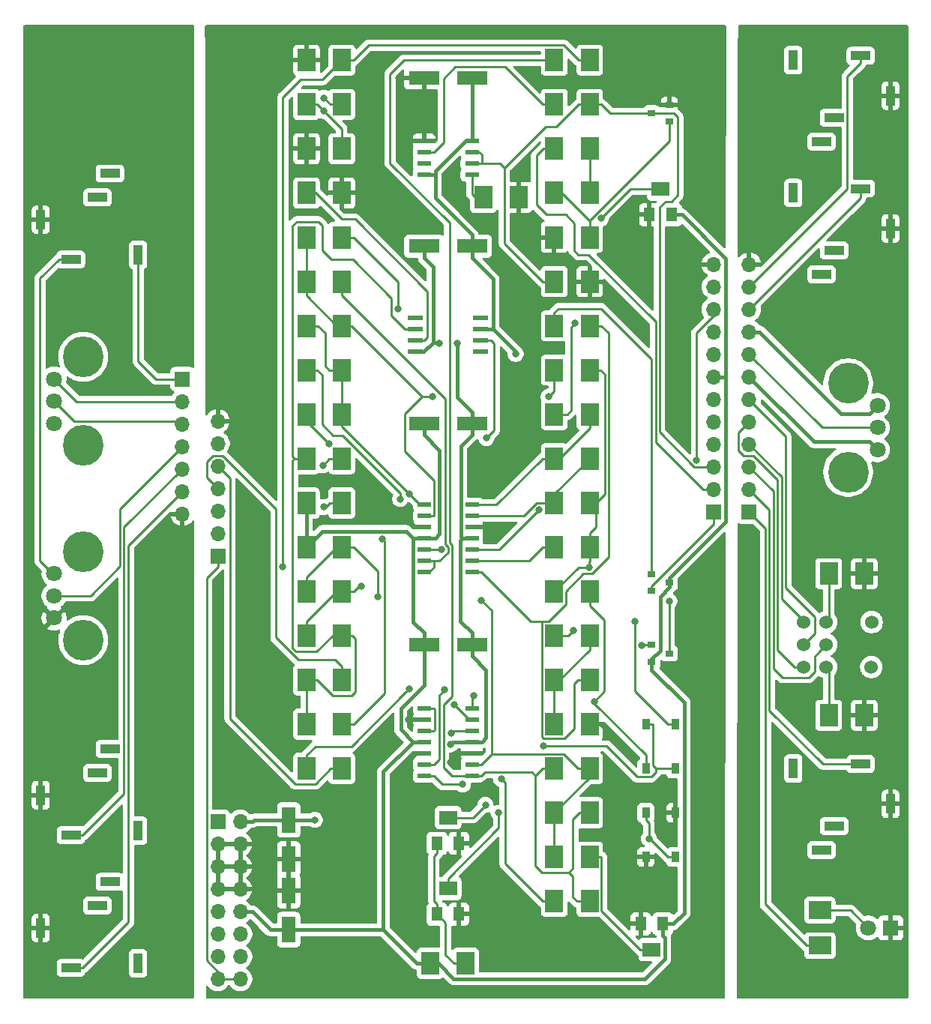
<source format=gbr>
G04 #@! TF.GenerationSoftware,KiCad,Pcbnew,9.0.0*
G04 #@! TF.CreationDate,2025-02-23T15:44:18-07:00*
G04 #@! TF.ProjectId,LFO,4c464f2e-6b69-4636-9164-5f7063625858,rev?*
G04 #@! TF.SameCoordinates,Original*
G04 #@! TF.FileFunction,Copper,L1,Top*
G04 #@! TF.FilePolarity,Positive*
%FSLAX46Y46*%
G04 Gerber Fmt 4.6, Leading zero omitted, Abs format (unit mm)*
G04 Created by KiCad (PCBNEW 9.0.0) date 2025-02-23 15:44:18*
%MOMM*%
%LPD*%
G01*
G04 APERTURE LIST*
G04 #@! TA.AperFunction,ComponentPad*
%ADD10R,1.800000X1.800000*%
G04 #@! TD*
G04 #@! TA.AperFunction,ComponentPad*
%ADD11C,1.800000*%
G04 #@! TD*
G04 #@! TA.AperFunction,ComponentPad*
%ADD12R,1.000000X2.200000*%
G04 #@! TD*
G04 #@! TA.AperFunction,ComponentPad*
%ADD13R,2.200000X1.000000*%
G04 #@! TD*
G04 #@! TA.AperFunction,ComponentPad*
%ADD14R,1.700000X1.700000*%
G04 #@! TD*
G04 #@! TA.AperFunction,ComponentPad*
%ADD15O,1.700000X1.700000*%
G04 #@! TD*
G04 #@! TA.AperFunction,ComponentPad*
%ADD16C,4.600000*%
G04 #@! TD*
G04 #@! TA.AperFunction,ComponentPad*
%ADD17C,1.524000*%
G04 #@! TD*
G04 #@! TA.AperFunction,SMDPad,CuDef*
%ADD18R,2.000000X2.500000*%
G04 #@! TD*
G04 #@! TA.AperFunction,SMDPad,CuDef*
%ADD19R,3.500000X1.600000*%
G04 #@! TD*
G04 #@! TA.AperFunction,SMDPad,CuDef*
%ADD20R,1.600000X3.000000*%
G04 #@! TD*
G04 #@! TA.AperFunction,SMDPad,CuDef*
%ADD21R,0.900000X0.800000*%
G04 #@! TD*
G04 #@! TA.AperFunction,SMDPad,CuDef*
%ADD22R,2.500000X2.000000*%
G04 #@! TD*
G04 #@! TA.AperFunction,SMDPad,CuDef*
%ADD23R,1.300000X1.600000*%
G04 #@! TD*
G04 #@! TA.AperFunction,SMDPad,CuDef*
%ADD24R,2.000000X1.600000*%
G04 #@! TD*
G04 #@! TA.AperFunction,SMDPad,CuDef*
%ADD25R,1.750000X0.550000*%
G04 #@! TD*
G04 #@! TA.AperFunction,SMDPad,CuDef*
%ADD26R,1.500000X0.600000*%
G04 #@! TD*
G04 #@! TA.AperFunction,SMDPad,CuDef*
%ADD27R,0.900000X1.200000*%
G04 #@! TD*
G04 #@! TA.AperFunction,SMDPad,CuDef*
%ADD28R,1.550000X0.600000*%
G04 #@! TD*
G04 #@! TA.AperFunction,ViaPad*
%ADD29C,0.800000*%
G04 #@! TD*
G04 #@! TA.AperFunction,Conductor*
%ADD30C,0.250000*%
G04 #@! TD*
G04 #@! TA.AperFunction,Conductor*
%ADD31C,0.400000*%
G04 #@! TD*
G04 APERTURE END LIST*
D10*
X98000000Y-102000000D03*
D11*
X95460000Y-102000000D03*
D12*
X98000000Y-88000000D03*
X87000000Y-84000000D03*
D13*
X94600000Y-83500000D03*
X91600000Y-90500000D03*
X90200000Y-93200000D03*
D14*
X82000000Y-55000000D03*
D15*
X82000000Y-52460000D03*
X82000000Y-49920000D03*
X82000000Y-47380000D03*
X82000000Y-44840000D03*
X82000000Y-42300000D03*
X82000000Y-39760000D03*
X82000000Y-37220000D03*
X82000000Y-34680000D03*
X82000000Y-32140000D03*
X82000000Y-29600000D03*
X82000000Y-27060000D03*
D14*
X78000000Y-55000000D03*
D15*
X78000000Y-52460000D03*
X78000000Y-49920000D03*
X78000000Y-47380000D03*
X78000000Y-44840000D03*
X78000000Y-42300000D03*
X78000000Y-39760000D03*
X78000000Y-37220000D03*
X78000000Y-34680000D03*
X78000000Y-32140000D03*
X78000000Y-29600000D03*
X78000000Y-27060000D03*
D12*
X98000000Y-23000000D03*
X87000000Y-19000000D03*
D13*
X94600000Y-18500000D03*
X91600000Y-25500000D03*
X90200000Y-28200000D03*
D12*
X98000000Y-8000000D03*
X87000000Y-4000000D03*
D13*
X94600000Y-3500000D03*
X91600000Y-10500000D03*
X90200000Y-13200000D03*
D12*
X2000000Y-22000000D03*
X13000000Y-26000000D03*
D13*
X5400000Y-26500000D03*
X8400000Y-19500000D03*
X9800000Y-16800000D03*
D14*
X22000000Y-90000000D03*
D15*
X24540000Y-90000000D03*
X22000000Y-92540000D03*
X24540000Y-92540000D03*
X22000000Y-95080000D03*
X24540000Y-95080000D03*
X22000000Y-97620000D03*
X24540000Y-97620000D03*
X22000000Y-100160000D03*
X24540000Y-100160000D03*
X22000000Y-102700000D03*
X24540000Y-102700000D03*
X22000000Y-105240000D03*
X24540000Y-105240000D03*
X22000000Y-107780000D03*
X24540000Y-107780000D03*
D14*
X18000000Y-40000000D03*
D15*
X18000000Y-42540000D03*
X18000000Y-45080000D03*
X18000000Y-47620000D03*
X18000000Y-50160000D03*
X18000000Y-52700000D03*
X18000000Y-55240000D03*
D14*
X22000000Y-60000000D03*
D15*
X22000000Y-57460000D03*
X22000000Y-54920000D03*
X22000000Y-52380000D03*
X22000000Y-49840000D03*
X22000000Y-47300000D03*
X22000000Y-44760000D03*
D12*
X2000000Y-87000000D03*
X13000000Y-91000000D03*
D13*
X5400000Y-91500000D03*
X8400000Y-84500000D03*
X9800000Y-81800000D03*
D12*
X2000000Y-102000000D03*
X13000000Y-106000000D03*
D13*
X5400000Y-106500000D03*
X8400000Y-99500000D03*
X9800000Y-96800000D03*
D16*
X93200000Y-40500000D03*
X93200000Y-50500000D03*
D11*
X96500000Y-48000000D03*
X96500000Y-45500000D03*
X96500000Y-43000000D03*
D16*
X6800000Y-47500000D03*
X6800000Y-37500000D03*
D11*
X3500000Y-40000000D03*
X3500000Y-42500000D03*
X3500000Y-45000000D03*
D16*
X6800000Y-69500000D03*
X6800000Y-59500000D03*
D11*
X3500000Y-62000000D03*
X3500000Y-64500000D03*
X3500000Y-67000000D03*
D17*
X95840000Y-67460000D03*
X95810000Y-72540000D03*
X90730000Y-67460000D03*
X90730000Y-70000000D03*
X90730000Y-72540000D03*
X88190000Y-67460000D03*
X88190000Y-70000000D03*
X88190000Y-72540000D03*
D18*
X60000000Y-29000000D03*
X64000000Y-29000000D03*
X60000000Y-14000000D03*
X64000000Y-14000000D03*
X91000000Y-62000000D03*
X95000000Y-62000000D03*
X60000000Y-89000000D03*
X64000000Y-89000000D03*
X60000000Y-39000000D03*
X64000000Y-39000000D03*
D19*
X50700000Y-6000000D03*
X45300000Y-6000000D03*
D20*
X30000000Y-102200000D03*
X30000000Y-97800000D03*
D19*
X50700000Y-25000000D03*
X45300000Y-25000000D03*
X45300000Y-45000000D03*
X50700000Y-45000000D03*
X45300000Y-70000000D03*
X50700000Y-70000000D03*
D20*
X30000000Y-94200000D03*
X30000000Y-89800000D03*
D21*
X73000000Y-10950000D03*
X73000000Y-9050000D03*
X71000000Y-10000000D03*
X71000000Y-70050000D03*
X71000000Y-71950000D03*
X73000000Y-71000000D03*
D18*
X60000000Y-9000000D03*
X64000000Y-9000000D03*
D22*
X90000000Y-104000000D03*
X90000000Y-100000000D03*
D18*
X60000000Y-19000000D03*
X64000000Y-19000000D03*
X32000000Y-54000000D03*
X36000000Y-54000000D03*
X32000000Y-19000000D03*
X36000000Y-19000000D03*
X32000000Y-59000000D03*
X36000000Y-59000000D03*
X32000000Y-79000000D03*
X36000000Y-79000000D03*
X60000000Y-24000000D03*
X64000000Y-24000000D03*
X32000000Y-49000000D03*
X36000000Y-49000000D03*
X32000000Y-64000000D03*
X36000000Y-64000000D03*
X32000000Y-74000000D03*
X36000000Y-74000000D03*
X32000000Y-69000000D03*
X36000000Y-69000000D03*
X60000000Y-99000000D03*
X64000000Y-99000000D03*
X32000000Y-44000000D03*
X36000000Y-44000000D03*
X32000000Y-39000000D03*
X36000000Y-39000000D03*
X60000000Y-84000000D03*
X64000000Y-84000000D03*
X32000000Y-29000000D03*
X36000000Y-29000000D03*
X60000000Y-64000000D03*
X64000000Y-64000000D03*
X32000000Y-34000000D03*
X36000000Y-34000000D03*
X60000000Y-94000000D03*
X64000000Y-94000000D03*
X32000000Y-24000000D03*
X36000000Y-24000000D03*
X32000000Y-4000000D03*
X36000000Y-4000000D03*
X50000000Y-106000000D03*
X46000000Y-106000000D03*
X60000000Y-4000000D03*
X64000000Y-4000000D03*
X32000000Y-84000000D03*
X36000000Y-84000000D03*
X32000000Y-14000000D03*
X36000000Y-14000000D03*
X32000000Y-9000000D03*
X36000000Y-9000000D03*
X60000000Y-44000000D03*
X64000000Y-44000000D03*
X60000000Y-54000000D03*
X64000000Y-54000000D03*
X60000000Y-49000000D03*
X64000000Y-49000000D03*
X60000000Y-79000000D03*
X64000000Y-79000000D03*
X60000000Y-69000000D03*
X64000000Y-69000000D03*
X60000000Y-74000000D03*
X64000000Y-74000000D03*
X60000000Y-59000000D03*
X64000000Y-59000000D03*
X60000000Y-34000000D03*
X64000000Y-34000000D03*
D23*
X70750000Y-21450000D03*
D24*
X72000000Y-18550000D03*
D23*
X73250000Y-21450000D03*
X72250000Y-101550000D03*
D24*
X71000000Y-104450000D03*
D23*
X69750000Y-101550000D03*
X46750000Y-100450000D03*
D24*
X48000000Y-97550000D03*
D23*
X49250000Y-100450000D03*
X46750000Y-92450000D03*
D24*
X48000000Y-89550000D03*
D23*
X49250000Y-92450000D03*
D25*
X44300000Y-33095000D03*
X44300000Y-34365000D03*
X44300000Y-35635000D03*
X44300000Y-36905000D03*
X51700000Y-36905000D03*
X51700000Y-35635000D03*
X51700000Y-34365000D03*
X51700000Y-33095000D03*
D26*
X45300000Y-54190000D03*
X45300000Y-55460000D03*
X45300000Y-56730000D03*
X45300000Y-58000000D03*
X45300000Y-59270000D03*
X45300000Y-60540000D03*
X45300000Y-61810000D03*
X50700000Y-61810000D03*
X50700000Y-60540000D03*
X50700000Y-59270000D03*
X50700000Y-58000000D03*
X50700000Y-56730000D03*
X50700000Y-55460000D03*
X50700000Y-54190000D03*
X45300000Y-77190000D03*
X45300000Y-78460000D03*
X45300000Y-79730000D03*
X45300000Y-81000000D03*
X45300000Y-82270000D03*
X45300000Y-83540000D03*
X45300000Y-84810000D03*
X50700000Y-84810000D03*
X50700000Y-83540000D03*
X50700000Y-82270000D03*
X50700000Y-81000000D03*
X50700000Y-79730000D03*
X50700000Y-78460000D03*
X50700000Y-77190000D03*
D18*
X91000000Y-78000000D03*
X95000000Y-78000000D03*
D27*
X70350000Y-84000000D03*
X73650000Y-84000000D03*
X70350000Y-79000000D03*
X73650000Y-79000000D03*
X70350000Y-89000000D03*
X73650000Y-89000000D03*
X70350000Y-94000000D03*
X73650000Y-94000000D03*
D28*
X45300000Y-13095000D03*
X45300000Y-14365000D03*
X45300000Y-15635000D03*
X45300000Y-16905000D03*
X50700000Y-16905000D03*
X50700000Y-15635000D03*
X50700000Y-14365000D03*
X50700000Y-13095000D03*
D21*
X71000000Y-62050000D03*
X71000000Y-63950000D03*
X73000000Y-63000000D03*
D18*
X52000000Y-19500000D03*
X56000000Y-19500000D03*
D29*
X73000000Y-65100000D03*
X47288000Y-59273400D03*
X25450000Y-60050000D03*
X74050000Y-42400000D03*
X66550000Y-30150000D03*
X78600000Y-108800000D03*
X43550000Y-78450000D03*
X43250000Y-55650000D03*
X38150000Y-16400000D03*
X53000000Y-56750000D03*
X66650000Y-80450000D03*
X55450000Y-48000000D03*
X26750000Y-108750000D03*
X39050000Y-56050000D03*
X21350000Y-1350000D03*
X43400000Y-83250000D03*
X51400000Y-100450000D03*
X51450000Y-91300000D03*
X68600000Y-94000000D03*
X68800000Y-21500000D03*
X42450000Y-6000000D03*
X25450000Y-53750000D03*
X78700000Y-1150000D03*
X48304400Y-83291168D03*
X81250000Y-108850000D03*
X98800000Y-108850000D03*
X81300000Y-1050000D03*
X98850000Y-1100000D03*
X42592447Y-53547919D03*
X51743300Y-64976200D03*
X63973400Y-61270500D03*
X43604050Y-52995950D03*
X69142600Y-67357100D03*
X46250000Y-42000000D03*
X59362700Y-41999800D03*
X55643800Y-37170800D03*
X49000000Y-35949998D03*
X32950000Y-89800000D03*
X47030300Y-35967500D03*
X48308200Y-81259000D03*
X58750000Y-81445000D03*
X49661200Y-85797600D03*
X47609400Y-75120800D03*
X34524000Y-47347300D03*
X64504208Y-76470473D03*
X70693800Y-91910500D03*
X48406200Y-79973500D03*
X29339000Y-61223300D03*
X52229900Y-88104400D03*
X53715400Y-89011300D03*
X42343900Y-32063800D03*
X58288300Y-54737400D03*
X76084600Y-49168000D03*
X62143800Y-68390900D03*
X62374000Y-33692200D03*
X1150000Y-108900000D03*
X18750000Y-108900000D03*
X18700000Y-1150000D03*
X1150000Y-1150000D03*
X33975000Y-54458000D03*
X33850000Y-49750006D03*
X54006700Y-85179200D03*
X65262662Y-21862658D03*
X40540500Y-58117600D03*
X38188900Y-63377900D03*
X52331300Y-46672300D03*
X43603296Y-74973896D03*
X34000000Y-8250000D03*
X50875200Y-75789300D03*
X33975000Y-9737100D03*
X48699800Y-76750800D03*
X40053100Y-64604100D03*
X69906900Y-70100600D03*
D30*
X51800300Y-14650300D02*
X51800300Y-15635000D01*
X76824700Y-49920000D02*
X78000000Y-49920000D01*
X76824700Y-49919900D02*
X76824700Y-49920000D01*
X46375300Y-59270000D02*
X46378700Y-59273400D01*
X73000000Y-71000000D02*
X73000000Y-65100000D01*
X53835000Y-15635000D02*
X54350000Y-16150000D01*
X73536050Y-10000000D02*
X73950000Y-10413950D01*
X72550000Y-19950000D02*
X71900000Y-20600000D01*
X71000000Y-10000000D02*
X73536050Y-10000000D01*
X73250000Y-19950000D02*
X72550000Y-19950000D01*
X51515000Y-14365000D02*
X51800300Y-14650300D01*
X71900000Y-20600000D02*
X71900000Y-46009100D01*
X71900000Y-46009100D02*
X75810800Y-49919900D01*
X59050000Y-11500000D02*
X60257500Y-11500000D01*
X58674700Y-29000000D02*
X60000000Y-29000000D01*
X50700000Y-15635000D02*
X51800300Y-15635000D01*
X45300000Y-59270000D02*
X46375300Y-59270000D01*
X51800300Y-15635000D02*
X53835000Y-15635000D01*
X54350000Y-16150000D02*
X54350000Y-24675300D01*
X73950000Y-10413950D02*
X73950000Y-19250000D01*
X50700000Y-14365000D02*
X51515000Y-14365000D01*
X46378700Y-59273400D02*
X47288000Y-59273400D01*
X62757500Y-9000000D02*
X64000000Y-9000000D01*
X66325300Y-10000000D02*
X71000000Y-10000000D01*
X54350000Y-24675300D02*
X58674700Y-29000000D01*
X73950000Y-19250000D02*
X73250000Y-19950000D01*
X75810800Y-49919900D02*
X76824700Y-49919900D01*
X65325300Y-9000000D02*
X66325300Y-10000000D01*
X54400000Y-16150000D02*
X59050000Y-11500000D01*
X60257500Y-11500000D02*
X62757500Y-9000000D01*
X54350000Y-16150000D02*
X54400000Y-16150000D01*
X64000000Y-9000000D02*
X65325300Y-9000000D01*
D31*
X36000000Y-19000000D02*
X37400000Y-19000000D01*
X45300000Y-56730000D02*
X44150000Y-56730000D01*
X70350000Y-94000000D02*
X68600000Y-94000000D01*
X39615685Y-56050000D02*
X39050000Y-56050000D01*
X37400000Y-19000000D02*
X38150000Y-18250000D01*
X64000000Y-29000000D02*
X65400000Y-29000000D01*
X64000000Y-79000000D02*
X65200000Y-79000000D01*
X45300000Y-6000000D02*
X42450000Y-6000000D01*
X65200000Y-79000000D02*
X66650000Y-80450000D01*
X44380000Y-82270000D02*
X43400000Y-83250000D01*
X44150000Y-56730000D02*
X43470000Y-56050000D01*
X44330000Y-56730000D02*
X43250000Y-55650000D01*
X45300000Y-82270000D02*
X44380000Y-82270000D01*
X45300000Y-78460000D02*
X43560000Y-78460000D01*
X43470000Y-56050000D02*
X39615685Y-56050000D01*
X49250000Y-92450000D02*
X50300000Y-92450000D01*
X45300000Y-6000000D02*
X45300000Y-13095000D01*
X50300000Y-92450000D02*
X51450000Y-91300000D01*
X45300000Y-56730000D02*
X44330000Y-56730000D01*
X68850000Y-21450000D02*
X68800000Y-21500000D01*
X49325568Y-82270000D02*
X48304400Y-83291168D01*
X38150000Y-18250000D02*
X38150000Y-16400000D01*
X25450000Y-53750000D02*
X25450000Y-60050000D01*
X65400000Y-29000000D02*
X66550000Y-30150000D01*
X50700000Y-82270000D02*
X49325568Y-82270000D01*
X43560000Y-78460000D02*
X43550000Y-78450000D01*
X49250000Y-100450000D02*
X51400000Y-100450000D01*
X70750000Y-21450000D02*
X68850000Y-21450000D01*
D30*
X64000000Y-19000000D02*
X64000000Y-14000000D01*
X63879400Y-25950000D02*
X71449989Y-33520589D01*
X58750000Y-14000000D02*
X58000000Y-14750000D01*
X58000000Y-20350000D02*
X59100000Y-21450000D01*
X76797919Y-52460000D02*
X78000000Y-52460000D01*
X62700000Y-25950000D02*
X63879400Y-25950000D01*
X61300000Y-21450000D02*
X62250000Y-22400000D01*
X71449989Y-47112070D02*
X76797919Y-52460000D01*
X60000000Y-14000000D02*
X58750000Y-14000000D01*
X62250000Y-25500000D02*
X62700000Y-25950000D01*
X71449989Y-33520589D02*
X71449989Y-47112070D01*
X58000000Y-14750000D02*
X58000000Y-20350000D01*
X62250000Y-22400000D02*
X62250000Y-25500000D01*
X59100000Y-21450000D02*
X61300000Y-21450000D01*
X52000000Y-19500000D02*
X52150000Y-19650000D01*
X51100000Y-19500000D02*
X50700000Y-19100000D01*
X52000000Y-19500000D02*
X51100000Y-19500000D01*
X50700000Y-19100000D02*
X50700000Y-17455000D01*
X50700000Y-17455000D02*
X50700000Y-16905000D01*
X91000000Y-62000000D02*
X91000000Y-67190000D01*
X91000000Y-67190000D02*
X90730000Y-67460000D01*
X91000000Y-78000000D02*
X91000000Y-72810000D01*
X91000000Y-72810000D02*
X90730000Y-72540000D01*
X62550000Y-99000000D02*
X64000000Y-99000000D01*
X48463600Y-58786300D02*
X48174999Y-58497699D01*
X48174999Y-22343799D02*
X41450000Y-15618800D01*
X62100000Y-96200000D02*
X62100000Y-98550000D01*
X52146900Y-84438400D02*
X57493100Y-84438400D01*
X41450000Y-5550000D02*
X43000000Y-4000000D01*
X58674700Y-84000000D02*
X57864700Y-84810000D01*
X48463600Y-75834000D02*
X48463600Y-58786300D01*
X57864700Y-84810000D02*
X57864700Y-94964700D01*
X48410000Y-84810000D02*
X47479400Y-83879400D01*
X43000000Y-4000000D02*
X58750000Y-4000000D01*
X62850000Y-89000000D02*
X64000000Y-89000000D01*
X48174999Y-58497699D02*
X48174999Y-22343799D01*
X62100000Y-98550000D02*
X62550000Y-99000000D01*
X47479400Y-76818200D02*
X48463600Y-75834000D01*
X61619400Y-95750000D02*
X62100000Y-95269400D01*
X58750000Y-4000000D02*
X60000000Y-4000000D01*
X50700000Y-84810000D02*
X48410000Y-84810000D01*
X58650000Y-95750000D02*
X61619400Y-95750000D01*
X57864700Y-94964700D02*
X58650000Y-95750000D01*
X62100000Y-89750000D02*
X62850000Y-89000000D01*
X61634700Y-95734700D02*
X62100000Y-96200000D01*
X50700000Y-84810000D02*
X51775300Y-84810000D01*
X57493100Y-84438400D02*
X57864700Y-84810000D01*
X41450000Y-15618800D02*
X41450000Y-5550000D01*
X47479400Y-83879400D02*
X47479400Y-76818200D01*
X60000000Y-84000000D02*
X58674700Y-84000000D01*
X62100000Y-95269400D02*
X62100000Y-89750000D01*
X51775300Y-84810000D02*
X52146900Y-84438400D01*
X61619400Y-95750000D02*
X61634700Y-95734700D01*
X51237700Y-83540000D02*
X51775300Y-83540000D01*
X42592447Y-52982234D02*
X42592447Y-53547919D01*
X64000000Y-84000000D02*
X62711600Y-84000000D01*
X61100300Y-82388700D02*
X52926600Y-82388700D01*
X64000000Y-85000000D02*
X60000000Y-89000000D01*
X33800000Y-45150000D02*
X35000000Y-46350000D01*
X42592447Y-52876756D02*
X42592447Y-52982234D01*
X52926600Y-66159500D02*
X51743300Y-64976200D01*
X36065691Y-46350000D02*
X42592447Y-52876756D01*
X60000000Y-94000000D02*
X60000000Y-89000000D01*
X51237700Y-83540000D02*
X50700000Y-83540000D01*
X33250000Y-39000000D02*
X33800000Y-39550000D01*
X33800000Y-39550000D02*
X33800000Y-45150000D01*
X64000000Y-84000000D02*
X64000000Y-85000000D01*
X62711600Y-84000000D02*
X61100300Y-82388700D01*
X35000000Y-46350000D02*
X36065691Y-46350000D01*
X52926600Y-82388700D02*
X52926600Y-66159500D01*
X32000000Y-39000000D02*
X33250000Y-39000000D01*
X52926600Y-82388700D02*
X51775300Y-83540000D01*
X44798100Y-54190000D02*
X43604050Y-52995950D01*
X34150000Y-38550000D02*
X34150000Y-34824700D01*
X33325300Y-34000000D02*
X32000000Y-34000000D01*
X36000000Y-45391900D02*
X44798100Y-54190000D01*
X65700000Y-52962700D02*
X64662700Y-54000000D01*
X45300000Y-54190000D02*
X44798100Y-54190000D01*
X64662700Y-56762000D02*
X64662700Y-54000000D01*
X65250000Y-39000000D02*
X65700000Y-39450000D01*
X36000000Y-44000000D02*
X36000000Y-45391900D01*
X64000000Y-54000000D02*
X64662700Y-54000000D01*
X64000000Y-59000000D02*
X64000000Y-57424700D01*
X34600000Y-39000000D02*
X34150000Y-38550000D01*
X62729500Y-61270500D02*
X63973400Y-61270500D01*
X64000000Y-60575300D02*
X63973400Y-60601900D01*
X64000000Y-57424700D02*
X64662700Y-56762000D01*
X64000000Y-39000000D02*
X65250000Y-39000000D01*
X69142600Y-67357100D02*
X69142600Y-75267900D01*
X36000000Y-44000000D02*
X36000000Y-42424700D01*
X65700000Y-39450000D02*
X65700000Y-52962700D01*
X64000000Y-59000000D02*
X64000000Y-60575300D01*
X60000000Y-64000000D02*
X62729500Y-61270500D01*
X36000000Y-39000000D02*
X34600000Y-39000000D01*
X69142600Y-75267900D02*
X72874700Y-79000000D01*
X73650000Y-79000000D02*
X72874700Y-79000000D01*
X34150000Y-34824700D02*
X33325300Y-34000000D01*
X63973400Y-60601900D02*
X63973400Y-61270500D01*
X36000000Y-42424700D02*
X36000000Y-39000000D01*
X45300000Y-55460000D02*
X46375300Y-55460000D01*
X43097500Y-48189100D02*
X46375300Y-51466900D01*
X44896300Y-42176300D02*
X45072600Y-42000000D01*
X32000000Y-30575300D02*
X35424700Y-34000000D01*
X35424700Y-34000000D02*
X36000000Y-34000000D01*
X46375300Y-51466900D02*
X46375300Y-55460000D01*
X45072600Y-42000000D02*
X45684315Y-42000000D01*
X45684315Y-42000000D02*
X46250000Y-42000000D01*
X60000000Y-41362500D02*
X60000000Y-39000000D01*
X32000000Y-29000000D02*
X32000000Y-30575300D01*
X59362700Y-41999800D02*
X60000000Y-41362500D01*
X37072600Y-34000000D02*
X36000000Y-34000000D01*
X44896300Y-42176300D02*
X43097500Y-43975100D01*
X45072600Y-42000000D02*
X37072600Y-34000000D01*
X32000000Y-24000000D02*
X32000000Y-29000000D01*
X43097500Y-43975100D02*
X43097500Y-48189100D01*
D31*
X50700000Y-26300300D02*
X50700000Y-25000000D01*
X78000000Y-39760000D02*
X79350300Y-39760000D01*
X45300000Y-70650100D02*
X45300000Y-70000000D01*
X74654800Y-100295500D02*
X73400300Y-101550000D01*
X55643800Y-37170800D02*
X55643800Y-36933500D01*
X44224800Y-58000000D02*
X44049700Y-58000000D01*
X44049700Y-58000000D02*
X43248300Y-57198600D01*
X72250000Y-102850300D02*
X72250000Y-101550000D01*
X45300000Y-58000000D02*
X46550300Y-58000000D01*
X32000000Y-59000000D02*
X32000000Y-54000000D01*
X45300000Y-58000000D02*
X44224800Y-58000000D01*
X79350300Y-39760000D02*
X79350300Y-26400000D01*
X40699700Y-102200000D02*
X44499700Y-106000000D01*
X72500400Y-105484600D02*
X72500400Y-103100700D01*
X53100000Y-34340300D02*
X53100000Y-28700300D01*
X71000000Y-72850300D02*
X74654800Y-76505100D01*
X71950300Y-70662100D02*
X71000000Y-71612400D01*
X33801400Y-57198600D02*
X32000000Y-59000000D01*
X46000000Y-106000000D02*
X44499700Y-106000000D01*
X30000000Y-102200000D02*
X31300300Y-102200000D01*
X71000000Y-71950000D02*
X71000000Y-72850300D01*
X53075300Y-34365000D02*
X53100000Y-34340300D01*
X44674900Y-81000000D02*
X44049700Y-81000000D01*
X24540000Y-100160000D02*
X25890300Y-100160000D01*
X44049700Y-67449400D02*
X44049700Y-58000000D01*
X45300000Y-45000000D02*
X45300000Y-46300300D01*
X46575300Y-19575000D02*
X46575300Y-16905000D01*
X42650000Y-77200000D02*
X45300000Y-74550000D01*
X74654800Y-76505100D02*
X74654800Y-100295500D01*
X73000000Y-63000000D02*
X73000000Y-63530000D01*
X44049700Y-81000000D02*
X40699700Y-84350000D01*
X79350300Y-26400000D02*
X74400300Y-21450000D01*
X42650000Y-79600300D02*
X42650000Y-77200000D01*
X48657700Y-107757700D02*
X70227300Y-107757700D01*
X45300000Y-74550000D02*
X45300000Y-70650100D01*
X44049700Y-81000000D02*
X42650000Y-79600300D01*
X45300000Y-16905000D02*
X46575300Y-16905000D01*
X79350300Y-56087000D02*
X73000000Y-62437300D01*
X50700000Y-25000000D02*
X50700000Y-23699700D01*
X71000000Y-71612400D02*
X71000000Y-71950000D01*
X70227300Y-107757700D02*
X72500400Y-105484600D01*
X45300000Y-70000000D02*
X45300000Y-68699700D01*
X71950300Y-64579700D02*
X71950300Y-70662100D01*
X31300300Y-102200000D02*
X40699700Y-102200000D01*
X50700000Y-7300300D02*
X50700000Y-6000000D01*
X45300000Y-81000000D02*
X44674900Y-81000000D01*
X46575300Y-16905000D02*
X46575300Y-16472400D01*
X40699700Y-84350000D02*
X40699700Y-102200000D01*
X50700000Y-23699700D02*
X46575300Y-19575000D01*
X43248300Y-57198600D02*
X33801400Y-57198600D01*
X27930300Y-102200000D02*
X25890300Y-100160000D01*
X47044000Y-57506300D02*
X47044000Y-48044300D01*
X72250000Y-101550000D02*
X73400300Y-101550000D01*
X46550300Y-58000000D02*
X47044000Y-57506300D01*
X73000000Y-63530000D02*
X71950300Y-64579700D01*
X45300000Y-68699700D02*
X44049700Y-67449400D01*
X72500400Y-103100700D02*
X72250000Y-102850300D01*
X47044000Y-48044300D02*
X45300000Y-46300300D01*
X51700000Y-34365000D02*
X53075300Y-34365000D01*
X50700000Y-13095000D02*
X49952700Y-13095000D01*
X46575300Y-16472400D02*
X49952700Y-13095000D01*
X53100000Y-28700300D02*
X50700000Y-26300300D01*
X46900000Y-106000000D02*
X48657700Y-107757700D01*
X73000000Y-62437300D02*
X73000000Y-63000000D01*
X73250000Y-21450000D02*
X74400300Y-21450000D01*
X30000000Y-102200000D02*
X27930300Y-102200000D01*
X55643800Y-36933500D02*
X53075300Y-34365000D01*
X46000000Y-106000000D02*
X46900000Y-106000000D01*
X79350300Y-39760000D02*
X79350300Y-56087000D01*
X50700000Y-13095000D02*
X50700000Y-7300300D01*
X49000000Y-42100000D02*
X49000000Y-36515683D01*
X50700000Y-70000000D02*
X50700000Y-68699700D01*
X24540000Y-90000000D02*
X25890300Y-90000000D01*
X49408000Y-67407700D02*
X50700000Y-68699700D01*
X46307100Y-35864000D02*
X46926800Y-35864000D01*
X49624800Y-58000000D02*
X49438600Y-57813800D01*
X52250000Y-72850300D02*
X50700000Y-71300300D01*
X48308200Y-81259000D02*
X48567200Y-81000000D01*
X51800000Y-81000000D02*
X52250000Y-80550000D01*
X32950000Y-89800000D02*
X30000000Y-89800000D01*
X52250000Y-80550000D02*
X52250000Y-72850300D01*
X49438600Y-57813800D02*
X49438600Y-47561700D01*
X46926800Y-35864000D02*
X47030300Y-35967500D01*
X49408000Y-58216800D02*
X49408000Y-67407700D01*
X46307100Y-35864000D02*
X46307100Y-27307400D01*
X50700000Y-45000000D02*
X50700000Y-46300300D01*
X49624800Y-58000000D02*
X49408000Y-58216800D01*
X50700000Y-58000000D02*
X49624800Y-58000000D01*
X30000000Y-89800000D02*
X26090300Y-89800000D01*
X45300000Y-25000000D02*
X45300000Y-26300300D01*
X50700000Y-43800000D02*
X49000000Y-42100000D01*
X45266100Y-36905000D02*
X46307100Y-35864000D01*
X50700000Y-81000000D02*
X51800000Y-81000000D01*
X49438600Y-47561700D02*
X50700000Y-46300300D01*
X50700000Y-45000000D02*
X50700000Y-43800000D01*
X48567200Y-81000000D02*
X50700000Y-81000000D01*
X50700000Y-71300300D02*
X50700000Y-70000000D01*
X44300000Y-36905000D02*
X45266100Y-36905000D01*
X46307100Y-27307400D02*
X45300000Y-26300300D01*
X26090300Y-89800000D02*
X25890300Y-90000000D01*
X49000000Y-36515683D02*
X49000000Y-35949998D01*
D30*
X90000000Y-100000000D02*
X93460000Y-100000000D01*
X93460000Y-100000000D02*
X95460000Y-102000000D01*
X71125300Y-83685600D02*
X71439700Y-84000000D01*
X70350000Y-79000000D02*
X71125300Y-79000000D01*
X45300000Y-84810000D02*
X46375300Y-84810000D01*
X71439700Y-84000000D02*
X72874700Y-84000000D01*
X71125300Y-79000000D02*
X71125300Y-83685600D01*
X49661200Y-85797600D02*
X47362900Y-85797600D01*
X65870500Y-81445000D02*
X58750000Y-81445000D01*
X71439700Y-84000000D02*
X71439700Y-84448400D01*
X73650000Y-84000000D02*
X72874700Y-84000000D01*
X47362900Y-85797600D02*
X46375300Y-84810000D01*
X70962700Y-84925400D02*
X69350900Y-84925400D01*
X69350900Y-84925400D02*
X65870500Y-81445000D01*
X71439700Y-84448400D02*
X70962700Y-84925400D01*
X64000000Y-65575300D02*
X65650000Y-67225300D01*
X47609400Y-75120800D02*
X46976600Y-75753600D01*
X64377900Y-76500000D02*
X64474681Y-76500000D01*
X64000000Y-64000000D02*
X64000000Y-65575300D01*
X32000000Y-44000000D02*
X32000000Y-44823300D01*
X46976600Y-75753600D02*
X46976600Y-82938700D01*
X65650000Y-75300000D02*
X64450000Y-76500000D01*
X64474681Y-76500000D02*
X64504208Y-76470473D01*
X32000000Y-44823300D02*
X34524000Y-47347300D01*
X45300000Y-83540000D02*
X46375300Y-83540000D01*
X65650000Y-67225300D02*
X65650000Y-75300000D01*
X64450000Y-76500000D02*
X64377900Y-76500000D01*
X70350000Y-84000000D02*
X70350000Y-82472100D01*
X70350000Y-82472100D02*
X64377900Y-76500000D01*
X46976600Y-82938700D02*
X46375300Y-83540000D01*
X70693800Y-91910500D02*
X70693800Y-90206500D01*
X37325300Y-4000000D02*
X36000000Y-4000000D01*
X31350000Y-6200000D02*
X29339000Y-8211000D01*
X33800000Y-6200000D02*
X31350000Y-6200000D01*
X61057500Y-2300000D02*
X39025300Y-2300000D01*
X62757500Y-4000000D02*
X61057500Y-2300000D01*
X70785200Y-91910500D02*
X70693800Y-91910500D01*
X72874700Y-94000000D02*
X70785200Y-91910500D01*
X39025300Y-2300000D02*
X37325300Y-4000000D01*
X48649700Y-79730000D02*
X48406200Y-79973500D01*
X70693800Y-90206500D02*
X70350000Y-89862700D01*
X64000000Y-4000000D02*
X62757500Y-4000000D01*
X73650000Y-94000000D02*
X72874700Y-94000000D01*
X70350000Y-89000000D02*
X70350000Y-89862700D01*
X50700000Y-79730000D02*
X49624700Y-79730000D01*
X49624700Y-79730000D02*
X48649700Y-79730000D01*
X29339000Y-8211000D02*
X29339000Y-61223300D01*
X36000000Y-4000000D02*
X33800000Y-6200000D01*
X84300011Y-77450011D02*
X90350000Y-83500000D01*
X82000000Y-52460000D02*
X84300011Y-54760011D01*
X90350000Y-83500000D02*
X94600000Y-83500000D01*
X84300011Y-54760011D02*
X84300011Y-77450011D01*
X94600000Y-3500000D02*
X94600000Y-4300000D01*
X82849999Y-28750001D02*
X82000000Y-29600000D01*
X93100000Y-5800000D02*
X93100000Y-18500000D01*
X94600000Y-4300000D02*
X93100000Y-5800000D01*
X93100000Y-18500000D02*
X82849999Y-28750001D01*
X94600000Y-18500000D02*
X94600000Y-19540000D01*
X94600000Y-19540000D02*
X82000000Y-32140000D01*
D31*
X92422080Y-43899999D02*
X95600001Y-43899999D01*
X82000000Y-34680000D02*
X83202081Y-34680000D01*
X95600001Y-43899999D02*
X96500000Y-43000000D01*
X83202081Y-34680000D02*
X92422080Y-43899999D01*
D30*
X90280000Y-45500000D02*
X82000000Y-37220000D01*
X96500000Y-45500000D02*
X90280000Y-45500000D01*
D31*
X95600001Y-47100001D02*
X96500000Y-48000000D01*
X89340001Y-47100001D02*
X95600001Y-47100001D01*
X82000000Y-39760000D02*
X89340001Y-47100001D01*
D30*
X88951999Y-69238001D02*
X88190000Y-70000000D01*
X89450000Y-66900000D02*
X89450000Y-68740000D01*
X86150000Y-46450000D02*
X86150000Y-63600000D01*
X89450000Y-68740000D02*
X88951999Y-69238001D01*
X86150000Y-63600000D02*
X89450000Y-66900000D01*
X82000000Y-42300000D02*
X86150000Y-46450000D01*
X81350000Y-48650000D02*
X80750000Y-48050000D01*
X82500000Y-48650000D02*
X81350000Y-48650000D01*
X85200032Y-70627662D02*
X85200032Y-51350032D01*
X80750000Y-48050000D02*
X80750000Y-46090000D01*
X81150001Y-45689999D02*
X82000000Y-44840000D01*
X80750000Y-46090000D02*
X81150001Y-45689999D01*
X85200032Y-51350032D02*
X82500000Y-48650000D01*
X88190000Y-72540000D02*
X87112370Y-72540000D01*
X87112370Y-72540000D02*
X85200032Y-70627662D01*
X85700000Y-64870000D02*
X85700000Y-51080000D01*
X88190000Y-67460000D02*
X88290000Y-67460000D01*
X88290000Y-67460000D02*
X85700000Y-64870000D01*
X85700000Y-51080000D02*
X82000000Y-47380000D01*
X89968001Y-70761999D02*
X90730000Y-70000000D01*
X84750022Y-52670022D02*
X84750022Y-72700022D01*
X85750000Y-73700000D02*
X88750000Y-73700000D01*
X89400000Y-73050000D02*
X89400000Y-71330000D01*
X84750022Y-72700022D02*
X85750000Y-73700000D01*
X82000000Y-49920000D02*
X84750022Y-52670022D01*
X89400000Y-71330000D02*
X89968001Y-70761999D01*
X88750000Y-73700000D02*
X89400000Y-73050000D01*
X82000000Y-55000000D02*
X83850000Y-56850000D01*
X88500000Y-104000000D02*
X90000000Y-104000000D01*
X83850000Y-99350000D02*
X88500000Y-104000000D01*
X83850000Y-56850000D02*
X83850000Y-99350000D01*
X78000000Y-55000000D02*
X78000000Y-56406000D01*
X71000000Y-63406000D02*
X71000000Y-63950000D01*
X78000000Y-56406000D02*
X71000000Y-63406000D01*
X50784300Y-89550000D02*
X52229900Y-88104400D01*
X48000000Y-89550000D02*
X50784300Y-89550000D01*
X53715400Y-90709300D02*
X53715400Y-89011300D01*
X48000000Y-96424700D02*
X53715400Y-90709300D01*
X48000000Y-97550000D02*
X48000000Y-96424700D01*
X42343900Y-29018600D02*
X42343900Y-32063800D01*
X37325300Y-24000000D02*
X42343900Y-29018600D01*
X36000000Y-24000000D02*
X37325300Y-24000000D01*
X50700000Y-59270000D02*
X53755700Y-59270000D01*
X53755700Y-59270000D02*
X58288300Y-54737400D01*
X76084600Y-49168000D02*
X76084600Y-34790000D01*
X61534700Y-69000000D02*
X62143800Y-68390900D01*
X76084600Y-34790000D02*
X78000000Y-32874600D01*
X60000000Y-69000000D02*
X61534700Y-69000000D01*
X78000000Y-32874600D02*
X78000000Y-32140000D01*
X61450000Y-44000000D02*
X61900000Y-43550000D01*
X61900000Y-34166200D02*
X62374000Y-33692200D01*
X61900000Y-43550000D02*
X61900000Y-34166200D01*
X60000000Y-44000000D02*
X61450000Y-44000000D01*
X13000000Y-26000000D02*
X13000000Y-38000000D01*
X13000000Y-38000000D02*
X15000000Y-40000000D01*
X15000000Y-40000000D02*
X18000000Y-40000000D01*
X1900000Y-60550000D02*
X3350000Y-62000000D01*
X3350000Y-62000000D02*
X3500000Y-62000000D01*
X1900000Y-28650000D02*
X1900000Y-60550000D01*
X4050000Y-26500000D02*
X1900000Y-28650000D01*
X5400000Y-26500000D02*
X4050000Y-26500000D01*
X22000000Y-106972000D02*
X20724600Y-105696600D01*
X22000000Y-107780000D02*
X24540000Y-107780000D01*
X20724600Y-62450700D02*
X22000000Y-61175300D01*
X22000000Y-61175300D02*
X22000000Y-60000000D01*
X22000000Y-107780000D02*
X22000000Y-106972000D01*
X20724600Y-105696600D02*
X20724600Y-62450700D01*
X11900000Y-101350000D02*
X11900000Y-58800000D01*
X5400000Y-106500000D02*
X6750000Y-106500000D01*
X6750000Y-106500000D02*
X11900000Y-101350000D01*
X11900000Y-58800000D02*
X18000000Y-52700000D01*
X11400000Y-86850000D02*
X6750000Y-91500000D01*
X6750000Y-91500000D02*
X5400000Y-91500000D01*
X11400000Y-56760000D02*
X11400000Y-86850000D01*
X18000000Y-50160000D02*
X11400000Y-56760000D01*
X18000000Y-47620000D02*
X10950000Y-54670000D01*
X10950000Y-54670000D02*
X10950000Y-61150000D01*
X7600000Y-64500000D02*
X3500000Y-64500000D01*
X10950000Y-61150000D02*
X7600000Y-64500000D01*
X18000000Y-45080000D02*
X17720000Y-44800000D01*
X4399999Y-43399999D02*
X3500000Y-42500000D01*
X17720000Y-44800000D02*
X5800000Y-44800000D01*
X5800000Y-44800000D02*
X4399999Y-43399999D01*
X6040000Y-42540000D02*
X3500000Y-40000000D01*
X18000000Y-42540000D02*
X6040000Y-42540000D01*
X36000000Y-54000000D02*
X34674700Y-54000000D01*
X34216700Y-54458000D02*
X34674700Y-54000000D01*
X33975000Y-54458000D02*
X34216700Y-54458000D01*
X36000000Y-49000000D02*
X34600006Y-49000000D01*
X34600006Y-49000000D02*
X33850000Y-49750006D01*
X35247300Y-71747300D02*
X36000000Y-72500000D01*
X20750000Y-51130000D02*
X20750000Y-49356300D01*
X28555200Y-54654600D02*
X28555200Y-69191611D01*
X22559600Y-48659000D02*
X28555200Y-54654600D01*
X22000000Y-52380000D02*
X20750000Y-51130000D01*
X21447300Y-48659000D02*
X22559600Y-48659000D01*
X28555200Y-69191611D02*
X31110889Y-71747300D01*
X36000000Y-72500000D02*
X36000000Y-74000000D01*
X31110889Y-71747300D02*
X35247300Y-71747300D01*
X20750000Y-49356300D02*
X21447300Y-48659000D01*
X23364600Y-51204600D02*
X22000000Y-49840000D01*
X30750000Y-85750000D02*
X23364600Y-78364600D01*
X34757500Y-84000000D02*
X33007500Y-85750000D01*
X36000000Y-84000000D02*
X34757500Y-84000000D01*
X23364600Y-78364600D02*
X23364600Y-51204600D01*
X33007500Y-85750000D02*
X30750000Y-85750000D01*
X54440700Y-85613200D02*
X54006700Y-85179200D01*
X54440700Y-94766000D02*
X54440700Y-85613200D01*
X58674700Y-99000000D02*
X54440700Y-94766000D01*
X60000000Y-99000000D02*
X58674700Y-99000000D01*
X46400300Y-14365000D02*
X47475400Y-13289900D01*
X48769000Y-4774600D02*
X54449300Y-4774600D01*
X54449300Y-4774600D02*
X58674700Y-9000000D01*
X47475400Y-13289900D02*
X47475400Y-6068200D01*
X45300000Y-14365000D02*
X46400300Y-14365000D01*
X47475400Y-6068200D02*
X48769000Y-4774600D01*
X60000000Y-9000000D02*
X58674700Y-9000000D01*
X45650000Y-35300000D02*
X45650000Y-30100000D01*
X33076800Y-19000000D02*
X32000000Y-19000000D01*
X44300000Y-35635000D02*
X45315000Y-35635000D01*
X45650000Y-30100000D02*
X37510500Y-21960500D01*
X45315000Y-35635000D02*
X45650000Y-35300000D01*
X37510500Y-21960500D02*
X36037300Y-21960500D01*
X36037300Y-21960500D02*
X33076800Y-19000000D01*
X40795400Y-75529900D02*
X37325300Y-79000000D01*
X72000000Y-18550000D02*
X68575320Y-18550000D01*
X40540500Y-58117600D02*
X40795400Y-58372500D01*
X40795400Y-58372500D02*
X40795400Y-75529900D01*
X36000000Y-79000000D02*
X37325300Y-79000000D01*
X65662661Y-21462659D02*
X65262662Y-21862658D01*
X68575320Y-18550000D02*
X65662661Y-21462659D01*
X30450000Y-48775300D02*
X30450000Y-22700000D01*
X32000000Y-74000000D02*
X32000000Y-79000000D01*
X30450000Y-22700000D02*
X30900000Y-22250000D01*
X34850000Y-26500000D02*
X37250000Y-26500000D01*
X36000000Y-69000000D02*
X34950000Y-69000000D01*
X37200000Y-69000000D02*
X37500000Y-69300000D01*
X41618600Y-32883900D02*
X43099700Y-34365000D01*
X43099700Y-34365000D02*
X44300000Y-34365000D01*
X30450000Y-70450000D02*
X30450000Y-49224700D01*
X36000000Y-69000000D02*
X37200000Y-69000000D01*
X33800000Y-25450000D02*
X34850000Y-26500000D01*
X32000000Y-49000000D02*
X30674700Y-49000000D01*
X30900000Y-22250000D02*
X33350000Y-22250000D01*
X34333600Y-75091100D02*
X33242500Y-74000000D01*
X33800000Y-22700000D02*
X33800000Y-25450000D01*
X37500000Y-69300000D02*
X37500000Y-75350000D01*
X30800000Y-70800000D02*
X30450000Y-70450000D01*
X30674700Y-49000000D02*
X30450000Y-48775300D01*
X33150000Y-70800000D02*
X30800000Y-70800000D01*
X33350000Y-22250000D02*
X33800000Y-22700000D01*
X37250000Y-26500000D02*
X41618600Y-30868600D01*
X37100000Y-75750000D02*
X34992500Y-75750000D01*
X41618600Y-30868600D02*
X41618600Y-32883900D01*
X34992500Y-75750000D02*
X34333600Y-75091100D01*
X37500000Y-75350000D02*
X37100000Y-75750000D01*
X34950000Y-69000000D02*
X33150000Y-70800000D01*
X30450000Y-49224700D02*
X30674700Y-49000000D01*
X33242500Y-74000000D02*
X32000000Y-74000000D01*
X53200000Y-36000000D02*
X53200000Y-45803600D01*
X38188900Y-63377900D02*
X37947400Y-63377900D01*
X51700000Y-35635000D02*
X52835000Y-35635000D01*
X36000000Y-64000000D02*
X35424700Y-64000000D01*
X36000000Y-64000000D02*
X37325300Y-64000000D01*
X35424700Y-64000000D02*
X32000000Y-67424700D01*
X52835000Y-35635000D02*
X53200000Y-36000000D01*
X32000000Y-67424700D02*
X32000000Y-69000000D01*
X53200000Y-45803600D02*
X52331300Y-46672300D01*
X37947400Y-63377900D02*
X37325300Y-64000000D01*
X48013300Y-59573900D02*
X48013300Y-58972900D01*
X47689400Y-42264700D02*
X36000000Y-30575300D01*
X47689400Y-58649000D02*
X47689400Y-42264700D01*
X45300000Y-60540000D02*
X46375300Y-60540000D01*
X47047200Y-60540000D02*
X48013300Y-59573900D01*
X48013300Y-58972900D02*
X47689400Y-58649000D01*
X46375300Y-61272400D02*
X46375300Y-60540000D01*
X45837700Y-61810000D02*
X46375300Y-61272400D01*
X36000000Y-30575300D02*
X36000000Y-29000000D01*
X46375300Y-60540000D02*
X47047200Y-60540000D01*
X45300000Y-61810000D02*
X45837700Y-61810000D01*
X65325300Y-100100600D02*
X65325300Y-94000000D01*
X71000000Y-104450000D02*
X69674700Y-104450000D01*
X69674700Y-104450000D02*
X65325300Y-100100600D01*
X64000000Y-94000000D02*
X65325300Y-94000000D01*
X46400000Y-98974700D02*
X46750000Y-99324700D01*
X46750000Y-92450000D02*
X46750000Y-93575300D01*
X48674700Y-106000000D02*
X50000000Y-106000000D01*
X47725300Y-101425300D02*
X47725300Y-105050600D01*
X46750000Y-93575300D02*
X46400000Y-93925300D01*
X47725300Y-105050600D02*
X48674700Y-106000000D01*
X46750000Y-99324700D02*
X46750000Y-100450000D01*
X46400000Y-93925300D02*
X46400000Y-98974700D01*
X46750000Y-100450000D02*
X47725300Y-101425300D01*
X37077192Y-81500000D02*
X43203297Y-75373895D01*
X32000000Y-84000000D02*
X32000000Y-82500000D01*
X34750000Y-9000000D02*
X34000000Y-8250000D01*
X43203297Y-75373895D02*
X43603296Y-74973896D01*
X32000000Y-82500000D02*
X33000000Y-81500000D01*
X50700000Y-77190000D02*
X50700000Y-75964500D01*
X36000000Y-9000000D02*
X34750000Y-9000000D01*
X33000000Y-81500000D02*
X37077192Y-81500000D01*
X50700000Y-75964500D02*
X50875200Y-75789300D01*
X50409000Y-78460000D02*
X50700000Y-78460000D01*
X36000000Y-11762100D02*
X33975000Y-9737100D01*
X33237900Y-9000000D02*
X32000000Y-9000000D01*
X36000000Y-14000000D02*
X36000000Y-11762100D01*
X33975000Y-9737100D02*
X33237900Y-9000000D01*
X48699800Y-76750800D02*
X50409000Y-78460000D01*
X53484700Y-54190000D02*
X50700000Y-54190000D01*
X64000000Y-45575300D02*
X64000000Y-44000000D01*
X60000000Y-49000000D02*
X58674700Y-49000000D01*
X58674700Y-49000000D02*
X53484700Y-54190000D01*
X60000000Y-49000000D02*
X60575300Y-49000000D01*
X60575300Y-49000000D02*
X64000000Y-45575300D01*
X60000000Y-53000000D02*
X60000000Y-54000000D01*
X58674700Y-54000000D02*
X58000000Y-54000000D01*
X60000000Y-54000000D02*
X58674700Y-54000000D01*
X56540000Y-55460000D02*
X51775300Y-55460000D01*
X58000000Y-54000000D02*
X56540000Y-55460000D01*
X64000000Y-49000000D02*
X60000000Y-53000000D01*
X50700000Y-55460000D02*
X51775300Y-55460000D01*
X60000000Y-74000000D02*
X60575300Y-74000000D01*
X64000000Y-70575300D02*
X64000000Y-69000000D01*
X60575300Y-74000000D02*
X64000000Y-70575300D01*
X60000000Y-74000000D02*
X60000000Y-79000000D01*
X58810300Y-80575400D02*
X61137600Y-80575400D01*
X62225400Y-79487600D02*
X62225400Y-74449300D01*
X64273900Y-61995800D02*
X66150000Y-60119700D01*
X63294100Y-61995800D02*
X64273900Y-61995800D01*
X58631000Y-67360700D02*
X58631000Y-80396100D01*
X61325300Y-63964600D02*
X63294100Y-61995800D01*
X61137600Y-80575400D02*
X62225400Y-79487600D01*
X59397700Y-67360700D02*
X61325300Y-65433100D01*
X51775300Y-61810000D02*
X57326000Y-67360700D01*
X66150000Y-34824700D02*
X65325300Y-34000000D01*
X58631000Y-80396100D02*
X58810300Y-80575400D01*
X65325300Y-34000000D02*
X64000000Y-34000000D01*
X62225400Y-74449300D02*
X62674700Y-74000000D01*
X50700000Y-61810000D02*
X51775300Y-61810000D01*
X57326000Y-67360700D02*
X58631000Y-67360700D01*
X66150000Y-60119700D02*
X66150000Y-34824700D01*
X61325300Y-65433100D02*
X61325300Y-63964600D01*
X64000000Y-74000000D02*
X62674700Y-74000000D01*
X58631000Y-67360700D02*
X59397700Y-67360700D01*
X57134700Y-60540000D02*
X58674700Y-59000000D01*
X50700000Y-60540000D02*
X51775300Y-60540000D01*
X60000000Y-59000000D02*
X58674700Y-59000000D01*
X51775300Y-60540000D02*
X57134700Y-60540000D01*
X46375300Y-79730000D02*
X45300000Y-79730000D01*
X46500000Y-77314700D02*
X46500000Y-79605300D01*
X45300000Y-77190000D02*
X46375300Y-77190000D01*
X46375300Y-77190000D02*
X46500000Y-77314700D01*
X46500000Y-79605300D02*
X46375300Y-79730000D01*
X73000000Y-13100000D02*
X64000000Y-22100000D01*
X73000000Y-10950000D02*
X73000000Y-13100000D01*
X60850000Y-19000000D02*
X64000000Y-22150000D01*
X64000000Y-22100000D02*
X64000000Y-24000000D01*
X60000000Y-19000000D02*
X60850000Y-19000000D01*
X64000000Y-22150000D02*
X64000000Y-24000000D01*
X40053100Y-61727800D02*
X40053100Y-64604100D01*
X35424700Y-59000000D02*
X32000000Y-62424700D01*
X32000000Y-62424700D02*
X32000000Y-64000000D01*
X69906900Y-70100600D02*
X70174100Y-70100600D01*
X37325300Y-59000000D02*
X40053100Y-61727800D01*
X70174100Y-70100600D02*
X70224700Y-70050000D01*
X36000000Y-59000000D02*
X37325300Y-59000000D01*
X36000000Y-59000000D02*
X35424700Y-59000000D01*
X71000000Y-70050000D02*
X70224700Y-70050000D01*
X70999978Y-61399978D02*
X71000000Y-61400000D01*
X60000000Y-32500000D02*
X60450000Y-32050000D01*
X60000000Y-34000000D02*
X60000000Y-32500000D01*
X60450000Y-32050000D02*
X65300000Y-32050000D01*
X71000000Y-61400000D02*
X71000000Y-62050000D01*
X65300000Y-32050000D02*
X70999978Y-37749978D01*
X70999978Y-37749978D02*
X70999978Y-61399978D01*
G04 #@! TA.AperFunction,Conductor*
G36*
X99916621Y-45502D02*
G01*
X99963114Y-99158D01*
X99974500Y-151500D01*
X99974500Y-109848500D01*
X99954498Y-109916621D01*
X99900842Y-109963114D01*
X99848500Y-109974500D01*
X80776138Y-109974500D01*
X80708017Y-109954498D01*
X80661524Y-109900842D01*
X80650138Y-109848385D01*
X80657667Y-101566117D01*
X80698728Y-56398973D01*
X80718791Y-56330876D01*
X80772489Y-56284432D01*
X80842772Y-56274392D01*
X80900234Y-56298223D01*
X80903793Y-56300887D01*
X80903796Y-56300889D01*
X80962875Y-56322924D01*
X81040795Y-56351988D01*
X81040803Y-56351990D01*
X81101350Y-56358499D01*
X81101355Y-56358499D01*
X81101362Y-56358500D01*
X82410406Y-56358500D01*
X82478527Y-56378502D01*
X82499501Y-56395405D01*
X83179595Y-57075499D01*
X83213621Y-57137811D01*
X83216500Y-57164594D01*
X83216500Y-99412396D01*
X83221713Y-99438601D01*
X83240845Y-99534785D01*
X83288600Y-99650075D01*
X83357929Y-99753833D01*
X88096167Y-104492071D01*
X88185503Y-104551763D01*
X88231029Y-104606238D01*
X88241500Y-104656527D01*
X88241500Y-105048649D01*
X88248009Y-105109196D01*
X88248011Y-105109204D01*
X88299110Y-105246202D01*
X88299112Y-105246207D01*
X88386738Y-105363261D01*
X88503792Y-105450887D01*
X88503794Y-105450888D01*
X88503796Y-105450889D01*
X88562875Y-105472924D01*
X88640795Y-105501988D01*
X88640803Y-105501990D01*
X88701350Y-105508499D01*
X88701355Y-105508499D01*
X88701362Y-105508500D01*
X88701368Y-105508500D01*
X91298632Y-105508500D01*
X91298638Y-105508500D01*
X91298645Y-105508499D01*
X91298649Y-105508499D01*
X91359196Y-105501990D01*
X91359199Y-105501989D01*
X91359201Y-105501989D01*
X91496204Y-105450889D01*
X91613261Y-105363261D01*
X91700889Y-105246204D01*
X91751989Y-105109201D01*
X91758500Y-105048638D01*
X91758500Y-102951362D01*
X91758203Y-102948597D01*
X91751990Y-102890803D01*
X91751988Y-102890795D01*
X91700889Y-102753797D01*
X91700887Y-102753792D01*
X91613261Y-102636738D01*
X91496207Y-102549112D01*
X91496202Y-102549110D01*
X91359204Y-102498011D01*
X91359196Y-102498009D01*
X91298649Y-102491500D01*
X91298638Y-102491500D01*
X88701362Y-102491500D01*
X88701350Y-102491500D01*
X88640803Y-102498009D01*
X88640795Y-102498011D01*
X88503797Y-102549110D01*
X88503792Y-102549112D01*
X88386737Y-102636739D01*
X88322286Y-102722835D01*
X88265450Y-102765381D01*
X88194634Y-102770445D01*
X88132324Y-102736420D01*
X84520405Y-99124501D01*
X84505460Y-99097132D01*
X84488604Y-99070904D01*
X84487698Y-99064605D01*
X84486379Y-99062189D01*
X84483500Y-99035406D01*
X84483500Y-98951350D01*
X88241500Y-98951350D01*
X88241500Y-101048649D01*
X88248009Y-101109196D01*
X88248011Y-101109204D01*
X88299110Y-101246202D01*
X88299112Y-101246207D01*
X88386738Y-101363261D01*
X88503792Y-101450887D01*
X88503794Y-101450888D01*
X88503796Y-101450889D01*
X88526411Y-101459324D01*
X88640795Y-101501988D01*
X88640803Y-101501990D01*
X88701350Y-101508499D01*
X88701355Y-101508499D01*
X88701362Y-101508500D01*
X88701368Y-101508500D01*
X91298632Y-101508500D01*
X91298638Y-101508500D01*
X91298645Y-101508499D01*
X91298649Y-101508499D01*
X91359196Y-101501990D01*
X91359199Y-101501989D01*
X91359201Y-101501989D01*
X91496204Y-101450889D01*
X91613261Y-101363261D01*
X91700889Y-101246204D01*
X91751989Y-101109201D01*
X91758500Y-101048638D01*
X91758500Y-100759500D01*
X91778502Y-100691379D01*
X91832158Y-100644886D01*
X91884500Y-100633500D01*
X93145406Y-100633500D01*
X93213527Y-100653502D01*
X93234501Y-100670405D01*
X94067901Y-101503805D01*
X94101927Y-101566117D01*
X94098639Y-101631836D01*
X94086183Y-101670170D01*
X94086182Y-101670175D01*
X94086182Y-101670176D01*
X94051500Y-101889149D01*
X94051500Y-102110851D01*
X94074173Y-102254000D01*
X94086183Y-102329829D01*
X94140829Y-102498011D01*
X94154692Y-102540676D01*
X94255343Y-102738215D01*
X94255345Y-102738218D01*
X94385658Y-102917578D01*
X94542421Y-103074341D01*
X94542424Y-103074343D01*
X94721785Y-103204657D01*
X94919324Y-103305308D01*
X95130176Y-103373818D01*
X95349149Y-103408500D01*
X95349152Y-103408500D01*
X95570848Y-103408500D01*
X95570851Y-103408500D01*
X95789824Y-103373818D01*
X96000676Y-103305308D01*
X96198215Y-103204657D01*
X96377576Y-103074343D01*
X96417577Y-103034342D01*
X96479888Y-103000316D01*
X96550704Y-103005380D01*
X96607540Y-103047926D01*
X96624728Y-103079403D01*
X96649553Y-103145960D01*
X96649555Y-103145965D01*
X96737095Y-103262904D01*
X96854034Y-103350444D01*
X96990906Y-103401494D01*
X97051402Y-103407999D01*
X97051415Y-103408000D01*
X97746000Y-103408000D01*
X97746000Y-102372968D01*
X97826306Y-102419333D01*
X97940756Y-102450000D01*
X98059244Y-102450000D01*
X98173694Y-102419333D01*
X98254000Y-102372968D01*
X98254000Y-103408000D01*
X98948585Y-103408000D01*
X98948597Y-103407999D01*
X99009093Y-103401494D01*
X99145964Y-103350444D01*
X99145965Y-103350444D01*
X99262904Y-103262904D01*
X99350444Y-103145965D01*
X99350444Y-103145964D01*
X99401494Y-103009093D01*
X99407999Y-102948597D01*
X99408000Y-102948585D01*
X99408000Y-102254000D01*
X98372968Y-102254000D01*
X98419333Y-102173694D01*
X98450000Y-102059244D01*
X98450000Y-101940756D01*
X98419333Y-101826306D01*
X98372968Y-101746000D01*
X99408000Y-101746000D01*
X99408000Y-101051414D01*
X99407999Y-101051402D01*
X99401494Y-100990906D01*
X99350444Y-100854035D01*
X99350444Y-100854034D01*
X99262904Y-100737095D01*
X99145965Y-100649555D01*
X99009093Y-100598505D01*
X98948597Y-100592000D01*
X98254000Y-100592000D01*
X98254000Y-101627031D01*
X98173694Y-101580667D01*
X98059244Y-101550000D01*
X97940756Y-101550000D01*
X97826306Y-101580667D01*
X97746000Y-101627031D01*
X97746000Y-100592000D01*
X97051402Y-100592000D01*
X96990906Y-100598505D01*
X96854035Y-100649555D01*
X96854034Y-100649555D01*
X96737095Y-100737095D01*
X96649555Y-100854034D01*
X96649554Y-100854037D01*
X96624728Y-100920597D01*
X96582181Y-100977432D01*
X96515660Y-101002242D01*
X96446286Y-100987150D01*
X96417578Y-100965658D01*
X96377578Y-100925658D01*
X96198218Y-100795345D01*
X96198217Y-100795344D01*
X96198215Y-100795343D01*
X96000676Y-100694692D01*
X96000673Y-100694691D01*
X96000671Y-100694690D01*
X95789829Y-100626183D01*
X95789825Y-100626182D01*
X95789824Y-100626182D01*
X95570851Y-100591500D01*
X95349149Y-100591500D01*
X95130176Y-100626182D01*
X95130170Y-100626183D01*
X95091836Y-100638639D01*
X95020868Y-100640666D01*
X94963805Y-100607901D01*
X93863835Y-99507931D01*
X93863833Y-99507929D01*
X93760075Y-99438600D01*
X93644785Y-99390845D01*
X93571086Y-99376185D01*
X93522396Y-99366500D01*
X93522394Y-99366500D01*
X91884500Y-99366500D01*
X91816379Y-99346498D01*
X91769886Y-99292842D01*
X91758500Y-99240500D01*
X91758500Y-98951367D01*
X91758499Y-98951350D01*
X91751990Y-98890803D01*
X91751988Y-98890795D01*
X91700889Y-98753797D01*
X91700887Y-98753792D01*
X91613261Y-98636738D01*
X91496207Y-98549112D01*
X91496202Y-98549110D01*
X91359204Y-98498011D01*
X91359196Y-98498009D01*
X91298649Y-98491500D01*
X91298638Y-98491500D01*
X88701362Y-98491500D01*
X88701350Y-98491500D01*
X88640803Y-98498009D01*
X88640795Y-98498011D01*
X88503797Y-98549110D01*
X88503792Y-98549112D01*
X88386738Y-98636738D01*
X88299112Y-98753792D01*
X88299110Y-98753797D01*
X88248011Y-98890795D01*
X88248009Y-98890803D01*
X88241500Y-98951350D01*
X84483500Y-98951350D01*
X84483500Y-92651350D01*
X88591500Y-92651350D01*
X88591500Y-93748649D01*
X88598009Y-93809196D01*
X88598011Y-93809204D01*
X88649110Y-93946202D01*
X88649112Y-93946207D01*
X88736738Y-94063261D01*
X88853792Y-94150887D01*
X88853794Y-94150888D01*
X88853796Y-94150889D01*
X88912875Y-94172924D01*
X88990795Y-94201988D01*
X88990803Y-94201990D01*
X89051350Y-94208499D01*
X89051355Y-94208499D01*
X89051362Y-94208500D01*
X89051368Y-94208500D01*
X91348632Y-94208500D01*
X91348638Y-94208500D01*
X91348645Y-94208499D01*
X91348649Y-94208499D01*
X91409196Y-94201990D01*
X91409199Y-94201989D01*
X91409201Y-94201989D01*
X91546204Y-94150889D01*
X91663261Y-94063261D01*
X91750889Y-93946204D01*
X91801989Y-93809201D01*
X91808500Y-93748638D01*
X91808500Y-92651362D01*
X91808499Y-92651350D01*
X91801990Y-92590803D01*
X91801988Y-92590795D01*
X91750889Y-92453797D01*
X91750887Y-92453792D01*
X91663261Y-92336738D01*
X91546207Y-92249112D01*
X91546202Y-92249110D01*
X91409204Y-92198011D01*
X91409196Y-92198009D01*
X91348649Y-92191500D01*
X91348638Y-92191500D01*
X89051362Y-92191500D01*
X89051350Y-92191500D01*
X88990803Y-92198009D01*
X88990795Y-92198011D01*
X88853797Y-92249110D01*
X88853792Y-92249112D01*
X88736738Y-92336738D01*
X88649112Y-92453792D01*
X88649110Y-92453797D01*
X88598011Y-92590795D01*
X88598009Y-92590803D01*
X88591500Y-92651350D01*
X84483500Y-92651350D01*
X84483500Y-89951350D01*
X89991500Y-89951350D01*
X89991500Y-91048649D01*
X89998009Y-91109196D01*
X89998011Y-91109204D01*
X90049110Y-91246202D01*
X90049112Y-91246207D01*
X90136738Y-91363261D01*
X90253792Y-91450887D01*
X90253794Y-91450888D01*
X90253796Y-91450889D01*
X90312875Y-91472924D01*
X90390795Y-91501988D01*
X90390803Y-91501990D01*
X90451350Y-91508499D01*
X90451355Y-91508499D01*
X90451362Y-91508500D01*
X90451368Y-91508500D01*
X92748632Y-91508500D01*
X92748638Y-91508500D01*
X92748645Y-91508499D01*
X92748649Y-91508499D01*
X92809196Y-91501990D01*
X92809199Y-91501989D01*
X92809201Y-91501989D01*
X92946204Y-91450889D01*
X93063261Y-91363261D01*
X93150889Y-91246204D01*
X93201989Y-91109201D01*
X93208500Y-91048638D01*
X93208500Y-89951362D01*
X93208499Y-89951350D01*
X93201990Y-89890803D01*
X93201988Y-89890795D01*
X93150889Y-89753797D01*
X93150887Y-89753792D01*
X93063261Y-89636738D01*
X92946207Y-89549112D01*
X92946202Y-89549110D01*
X92809204Y-89498011D01*
X92809196Y-89498009D01*
X92748649Y-89491500D01*
X92748638Y-89491500D01*
X90451362Y-89491500D01*
X90451350Y-89491500D01*
X90390803Y-89498009D01*
X90390795Y-89498011D01*
X90253797Y-89549110D01*
X90253792Y-89549112D01*
X90136738Y-89636738D01*
X90049112Y-89753792D01*
X90049110Y-89753797D01*
X89998011Y-89890795D01*
X89998009Y-89890803D01*
X89991500Y-89951350D01*
X84483500Y-89951350D01*
X84483500Y-89148597D01*
X96992000Y-89148597D01*
X96998505Y-89209093D01*
X97049555Y-89345964D01*
X97049555Y-89345965D01*
X97137095Y-89462904D01*
X97254034Y-89550444D01*
X97390906Y-89601494D01*
X97451402Y-89607999D01*
X97451415Y-89608000D01*
X97746000Y-89608000D01*
X98254000Y-89608000D01*
X98548585Y-89608000D01*
X98548597Y-89607999D01*
X98609093Y-89601494D01*
X98745964Y-89550444D01*
X98745965Y-89550444D01*
X98862904Y-89462904D01*
X98950444Y-89345965D01*
X98950444Y-89345964D01*
X99001494Y-89209093D01*
X99007999Y-89148597D01*
X99008000Y-89148585D01*
X99008000Y-88254000D01*
X98254000Y-88254000D01*
X98254000Y-89608000D01*
X97746000Y-89608000D01*
X97746000Y-88254000D01*
X96992000Y-88254000D01*
X96992000Y-89148597D01*
X84483500Y-89148597D01*
X84483500Y-86851402D01*
X96992000Y-86851402D01*
X96992000Y-87746000D01*
X97746000Y-87746000D01*
X97746000Y-87560218D01*
X97800000Y-87560218D01*
X97800000Y-88439782D01*
X97830448Y-88513291D01*
X97886709Y-88569552D01*
X97960218Y-88600000D01*
X98039782Y-88600000D01*
X98113291Y-88569552D01*
X98169552Y-88513291D01*
X98200000Y-88439782D01*
X98200000Y-87746000D01*
X98254000Y-87746000D01*
X99008000Y-87746000D01*
X99008000Y-86851414D01*
X99007999Y-86851402D01*
X99001494Y-86790906D01*
X98950444Y-86654035D01*
X98950444Y-86654034D01*
X98862904Y-86537095D01*
X98745965Y-86449555D01*
X98609093Y-86398505D01*
X98548597Y-86392000D01*
X98254000Y-86392000D01*
X98254000Y-87746000D01*
X98200000Y-87746000D01*
X98200000Y-87560218D01*
X98169552Y-87486709D01*
X98113291Y-87430448D01*
X98039782Y-87400000D01*
X97960218Y-87400000D01*
X97886709Y-87430448D01*
X97830448Y-87486709D01*
X97800000Y-87560218D01*
X97746000Y-87560218D01*
X97746000Y-86392000D01*
X97451402Y-86392000D01*
X97390906Y-86398505D01*
X97254035Y-86449555D01*
X97254034Y-86449555D01*
X97137095Y-86537095D01*
X97049555Y-86654034D01*
X97049555Y-86654035D01*
X96998505Y-86790906D01*
X96992000Y-86851402D01*
X84483500Y-86851402D01*
X84483500Y-82851350D01*
X85991500Y-82851350D01*
X85991500Y-85148649D01*
X85998009Y-85209196D01*
X85998011Y-85209204D01*
X86049110Y-85346202D01*
X86049112Y-85346207D01*
X86136738Y-85463261D01*
X86253792Y-85550887D01*
X86253794Y-85550888D01*
X86253796Y-85550889D01*
X86312875Y-85572924D01*
X86390795Y-85601988D01*
X86390803Y-85601990D01*
X86451350Y-85608499D01*
X86451355Y-85608499D01*
X86451362Y-85608500D01*
X86451368Y-85608500D01*
X87548632Y-85608500D01*
X87548638Y-85608500D01*
X87548645Y-85608499D01*
X87548649Y-85608499D01*
X87609196Y-85601990D01*
X87609199Y-85601989D01*
X87609201Y-85601989D01*
X87746204Y-85550889D01*
X87863261Y-85463261D01*
X87950889Y-85346204D01*
X88001989Y-85209201D01*
X88008500Y-85148638D01*
X88008500Y-82851362D01*
X88006160Y-82829595D01*
X88001990Y-82790803D01*
X88001988Y-82790795D01*
X87950889Y-82653797D01*
X87950887Y-82653792D01*
X87863261Y-82536738D01*
X87746207Y-82449112D01*
X87746202Y-82449110D01*
X87609204Y-82398011D01*
X87609196Y-82398009D01*
X87548649Y-82391500D01*
X87548638Y-82391500D01*
X86451362Y-82391500D01*
X86451350Y-82391500D01*
X86390803Y-82398009D01*
X86390795Y-82398011D01*
X86253797Y-82449110D01*
X86253792Y-82449112D01*
X86136738Y-82536738D01*
X86049112Y-82653792D01*
X86049110Y-82653797D01*
X85998011Y-82790795D01*
X85998009Y-82790803D01*
X85991500Y-82851350D01*
X84483500Y-82851350D01*
X84483500Y-78833594D01*
X84503502Y-78765473D01*
X84557158Y-78718980D01*
X84627432Y-78708876D01*
X84692012Y-78738370D01*
X84698595Y-78744499D01*
X89857929Y-83903833D01*
X89946167Y-83992071D01*
X90049925Y-84061400D01*
X90165215Y-84109155D01*
X90287606Y-84133500D01*
X92919591Y-84133500D01*
X92987712Y-84153502D01*
X93034205Y-84207158D01*
X93037646Y-84215466D01*
X93049111Y-84246204D01*
X93049112Y-84246207D01*
X93136738Y-84363261D01*
X93253792Y-84450887D01*
X93253794Y-84450888D01*
X93253796Y-84450889D01*
X93312875Y-84472924D01*
X93390795Y-84501988D01*
X93390803Y-84501990D01*
X93451350Y-84508499D01*
X93451355Y-84508499D01*
X93451362Y-84508500D01*
X93451368Y-84508500D01*
X95748632Y-84508500D01*
X95748638Y-84508500D01*
X95748645Y-84508499D01*
X95748649Y-84508499D01*
X95809196Y-84501990D01*
X95809199Y-84501989D01*
X95809201Y-84501989D01*
X95946204Y-84450889D01*
X96063261Y-84363261D01*
X96150889Y-84246204D01*
X96201989Y-84109201D01*
X96201995Y-84109153D01*
X96208499Y-84048649D01*
X96208500Y-84048632D01*
X96208500Y-82951367D01*
X96208499Y-82951350D01*
X96201990Y-82890803D01*
X96201988Y-82890795D01*
X96164692Y-82790803D01*
X96150889Y-82753796D01*
X96150888Y-82753794D01*
X96150887Y-82753792D01*
X96063261Y-82636738D01*
X95946207Y-82549112D01*
X95946202Y-82549110D01*
X95809204Y-82498011D01*
X95809196Y-82498009D01*
X95748649Y-82491500D01*
X95748638Y-82491500D01*
X93451362Y-82491500D01*
X93451350Y-82491500D01*
X93390803Y-82498009D01*
X93390795Y-82498011D01*
X93253797Y-82549110D01*
X93253792Y-82549112D01*
X93136738Y-82636738D01*
X93049112Y-82753792D01*
X93049111Y-82753795D01*
X93037646Y-82784534D01*
X92995099Y-82841369D01*
X92928578Y-82866179D01*
X92919591Y-82866500D01*
X90664594Y-82866500D01*
X90596473Y-82846498D01*
X90575499Y-82829595D01*
X84970416Y-77224512D01*
X84936390Y-77162200D01*
X84933511Y-77135417D01*
X84933511Y-74083605D01*
X84953513Y-74015484D01*
X85007169Y-73968991D01*
X85077443Y-73958887D01*
X85142023Y-73988381D01*
X85148606Y-73994510D01*
X85257929Y-74103833D01*
X85346167Y-74192071D01*
X85449925Y-74261400D01*
X85565215Y-74309155D01*
X85687606Y-74333500D01*
X85687607Y-74333500D01*
X88812393Y-74333500D01*
X88812394Y-74333500D01*
X88934785Y-74309155D01*
X89050075Y-74261400D01*
X89153833Y-74192071D01*
X89788293Y-73557610D01*
X89850602Y-73523588D01*
X89921417Y-73528652D01*
X89951446Y-73544772D01*
X90045116Y-73612827D01*
X90064113Y-73626629D01*
X90242297Y-73717419D01*
X90279434Y-73729485D01*
X90338040Y-73769558D01*
X90365678Y-73834954D01*
X90366500Y-73849319D01*
X90366500Y-76115500D01*
X90346498Y-76183621D01*
X90292842Y-76230114D01*
X90240500Y-76241500D01*
X89951350Y-76241500D01*
X89890803Y-76248009D01*
X89890795Y-76248011D01*
X89753797Y-76299110D01*
X89753792Y-76299112D01*
X89636738Y-76386738D01*
X89549112Y-76503792D01*
X89549110Y-76503797D01*
X89498011Y-76640795D01*
X89498009Y-76640803D01*
X89491500Y-76701350D01*
X89491500Y-79298649D01*
X89498009Y-79359196D01*
X89498011Y-79359204D01*
X89549110Y-79496202D01*
X89549112Y-79496207D01*
X89636738Y-79613261D01*
X89753792Y-79700887D01*
X89753794Y-79700888D01*
X89753796Y-79700889D01*
X89812875Y-79722924D01*
X89890795Y-79751988D01*
X89890803Y-79751990D01*
X89951350Y-79758499D01*
X89951355Y-79758499D01*
X89951362Y-79758500D01*
X89951368Y-79758500D01*
X92048632Y-79758500D01*
X92048638Y-79758500D01*
X92048645Y-79758499D01*
X92048649Y-79758499D01*
X92109196Y-79751990D01*
X92109199Y-79751989D01*
X92109201Y-79751989D01*
X92246204Y-79700889D01*
X92246799Y-79700444D01*
X92363261Y-79613261D01*
X92450887Y-79496207D01*
X92450887Y-79496206D01*
X92450889Y-79496204D01*
X92501989Y-79359201D01*
X92508500Y-79298638D01*
X92508500Y-79298597D01*
X93492000Y-79298597D01*
X93498505Y-79359093D01*
X93549555Y-79495964D01*
X93549555Y-79495965D01*
X93637095Y-79612904D01*
X93754034Y-79700444D01*
X93890906Y-79751494D01*
X93951402Y-79757999D01*
X93951415Y-79758000D01*
X94746000Y-79758000D01*
X95254000Y-79758000D01*
X96048585Y-79758000D01*
X96048597Y-79757999D01*
X96109093Y-79751494D01*
X96245964Y-79700444D01*
X96245965Y-79700444D01*
X96362904Y-79612904D01*
X96450444Y-79495965D01*
X96450444Y-79495964D01*
X96501494Y-79359093D01*
X96507999Y-79298597D01*
X96508000Y-79298585D01*
X96508000Y-78254000D01*
X95254000Y-78254000D01*
X95254000Y-79758000D01*
X94746000Y-79758000D01*
X94746000Y-78254000D01*
X93492000Y-78254000D01*
X93492000Y-79298597D01*
X92508500Y-79298597D01*
X92508500Y-76701402D01*
X93492000Y-76701402D01*
X93492000Y-77746000D01*
X94746000Y-77746000D01*
X95254000Y-77746000D01*
X96508000Y-77746000D01*
X96508000Y-76701414D01*
X96507999Y-76701402D01*
X96501494Y-76640906D01*
X96450444Y-76504035D01*
X96450444Y-76504034D01*
X96362904Y-76387095D01*
X96245965Y-76299555D01*
X96109093Y-76248505D01*
X96048597Y-76242000D01*
X95254000Y-76242000D01*
X95254000Y-77746000D01*
X94746000Y-77746000D01*
X94746000Y-76242000D01*
X93951402Y-76242000D01*
X93890906Y-76248505D01*
X93754035Y-76299555D01*
X93754034Y-76299555D01*
X93637095Y-76387095D01*
X93549555Y-76504034D01*
X93549555Y-76504035D01*
X93498505Y-76640906D01*
X93492000Y-76701402D01*
X92508500Y-76701402D01*
X92508500Y-76701362D01*
X92502001Y-76640906D01*
X92501990Y-76640803D01*
X92501988Y-76640795D01*
X92450978Y-76504035D01*
X92450889Y-76503796D01*
X92450888Y-76503794D01*
X92450887Y-76503792D01*
X92363261Y-76386738D01*
X92246207Y-76299112D01*
X92246202Y-76299110D01*
X92109204Y-76248011D01*
X92109196Y-76248009D01*
X92048649Y-76241500D01*
X92048638Y-76241500D01*
X91759500Y-76241500D01*
X91691379Y-76221498D01*
X91644886Y-76167842D01*
X91633500Y-76115500D01*
X91633500Y-73485448D01*
X91653502Y-73417327D01*
X91670401Y-73396356D01*
X91699083Y-73367675D01*
X91816629Y-73205887D01*
X91907419Y-73027703D01*
X91969216Y-72837510D01*
X92000500Y-72639991D01*
X92000500Y-72440009D01*
X94539500Y-72440009D01*
X94539500Y-72639991D01*
X94570784Y-72837510D01*
X94570785Y-72837515D01*
X94618554Y-72984533D01*
X94632581Y-73027703D01*
X94634807Y-73032071D01*
X94723372Y-73205890D01*
X94803683Y-73316428D01*
X94840917Y-73367675D01*
X94840919Y-73367677D01*
X94840921Y-73367680D01*
X94982319Y-73509078D01*
X94982322Y-73509080D01*
X94982325Y-73509083D01*
X95031447Y-73544772D01*
X95144109Y-73626627D01*
X95144113Y-73626629D01*
X95322297Y-73717419D01*
X95512484Y-73779214D01*
X95512485Y-73779214D01*
X95512490Y-73779216D01*
X95710009Y-73810500D01*
X95710012Y-73810500D01*
X95909988Y-73810500D01*
X95909991Y-73810500D01*
X96107510Y-73779216D01*
X96297703Y-73717419D01*
X96475887Y-73626629D01*
X96637675Y-73509083D01*
X96779083Y-73367675D01*
X96896629Y-73205887D01*
X96987419Y-73027703D01*
X97049216Y-72837510D01*
X97080500Y-72639991D01*
X97080500Y-72440009D01*
X97049216Y-72242490D01*
X96987419Y-72052297D01*
X96896629Y-71874113D01*
X96896627Y-71874109D01*
X96834932Y-71789195D01*
X96779083Y-71712325D01*
X96779080Y-71712322D01*
X96779078Y-71712319D01*
X96637680Y-71570921D01*
X96637677Y-71570919D01*
X96637675Y-71570917D01*
X96586428Y-71533683D01*
X96475890Y-71453372D01*
X96383464Y-71406279D01*
X96297703Y-71362581D01*
X96297700Y-71362580D01*
X96297698Y-71362579D01*
X96107513Y-71300785D01*
X96107517Y-71300785D01*
X96070743Y-71294960D01*
X95909991Y-71269500D01*
X95710009Y-71269500D01*
X95512490Y-71300784D01*
X95512484Y-71300785D01*
X95322301Y-71362579D01*
X95322295Y-71362582D01*
X95144109Y-71453372D01*
X94982322Y-71570919D01*
X94982319Y-71570921D01*
X94840921Y-71712319D01*
X94840919Y-71712322D01*
X94723372Y-71874109D01*
X94632582Y-72052295D01*
X94632579Y-72052301D01*
X94570785Y-72242484D01*
X94570784Y-72242489D01*
X94570784Y-72242490D01*
X94539500Y-72440009D01*
X92000500Y-72440009D01*
X91969216Y-72242490D01*
X91907419Y-72052297D01*
X91816629Y-71874113D01*
X91816627Y-71874109D01*
X91754932Y-71789195D01*
X91699083Y-71712325D01*
X91699080Y-71712322D01*
X91699078Y-71712319D01*
X91557680Y-71570921D01*
X91557677Y-71570919D01*
X91557675Y-71570917D01*
X91395887Y-71453371D01*
X91256335Y-71382265D01*
X91204722Y-71333519D01*
X91187656Y-71264604D01*
X91210557Y-71197402D01*
X91256334Y-71157735D01*
X91395887Y-71086629D01*
X91557675Y-70969083D01*
X91699083Y-70827675D01*
X91816629Y-70665887D01*
X91907419Y-70487703D01*
X91969216Y-70297510D01*
X92000500Y-70099991D01*
X92000500Y-69900009D01*
X91969216Y-69702490D01*
X91907419Y-69512297D01*
X91816629Y-69334113D01*
X91816627Y-69334109D01*
X91754932Y-69249195D01*
X91699083Y-69172325D01*
X91699080Y-69172322D01*
X91699078Y-69172319D01*
X91557680Y-69030921D01*
X91557677Y-69030919D01*
X91557675Y-69030917D01*
X91395887Y-68913371D01*
X91256335Y-68842265D01*
X91204722Y-68793519D01*
X91187656Y-68724604D01*
X91210557Y-68657402D01*
X91256334Y-68617735D01*
X91395887Y-68546629D01*
X91557675Y-68429083D01*
X91699083Y-68287675D01*
X91816629Y-68125887D01*
X91907419Y-67947703D01*
X91969216Y-67757510D01*
X92000500Y-67559991D01*
X92000500Y-67360009D01*
X94569500Y-67360009D01*
X94569500Y-67559991D01*
X94600784Y-67757510D01*
X94600785Y-67757515D01*
X94662579Y-67947698D01*
X94662581Y-67947703D01*
X94662582Y-67947704D01*
X94753372Y-68125890D01*
X94833683Y-68236428D01*
X94870917Y-68287675D01*
X94870919Y-68287677D01*
X94870921Y-68287680D01*
X95012319Y-68429078D01*
X95012322Y-68429080D01*
X95012325Y-68429083D01*
X95089195Y-68484932D01*
X95174109Y-68546627D01*
X95174113Y-68546629D01*
X95352297Y-68637419D01*
X95542484Y-68699214D01*
X95542485Y-68699214D01*
X95542490Y-68699216D01*
X95740009Y-68730500D01*
X95740012Y-68730500D01*
X95939988Y-68730500D01*
X95939991Y-68730500D01*
X96137510Y-68699216D01*
X96327703Y-68637419D01*
X96505887Y-68546629D01*
X96667675Y-68429083D01*
X96809083Y-68287675D01*
X96926629Y-68125887D01*
X97017419Y-67947703D01*
X97079216Y-67757510D01*
X97110500Y-67559991D01*
X97110500Y-67360009D01*
X97079216Y-67162490D01*
X97017419Y-66972297D01*
X96926629Y-66794113D01*
X96926627Y-66794109D01*
X96864932Y-66709195D01*
X96809083Y-66632325D01*
X96809080Y-66632322D01*
X96809078Y-66632319D01*
X96667680Y-66490921D01*
X96667677Y-66490919D01*
X96667675Y-66490917D01*
X96571337Y-66420923D01*
X96505890Y-66373372D01*
X96413464Y-66326279D01*
X96327703Y-66282581D01*
X96327700Y-66282580D01*
X96327698Y-66282579D01*
X96137513Y-66220785D01*
X96137517Y-66220785D01*
X96100743Y-66214960D01*
X95939991Y-66189500D01*
X95740009Y-66189500D01*
X95542490Y-66220784D01*
X95542484Y-66220785D01*
X95352301Y-66282579D01*
X95352295Y-66282582D01*
X95174109Y-66373372D01*
X95012322Y-66490919D01*
X95012319Y-66490921D01*
X94870921Y-66632319D01*
X94870919Y-66632322D01*
X94753372Y-66794109D01*
X94662582Y-66972295D01*
X94662579Y-66972301D01*
X94600785Y-67162484D01*
X94600784Y-67162489D01*
X94600784Y-67162490D01*
X94569500Y-67360009D01*
X92000500Y-67360009D01*
X91969216Y-67162490D01*
X91907419Y-66972297D01*
X91816629Y-66794113D01*
X91816627Y-66794109D01*
X91754932Y-66709195D01*
X91699083Y-66632325D01*
X91699080Y-66632322D01*
X91699078Y-66632319D01*
X91670405Y-66603646D01*
X91636379Y-66541334D01*
X91633500Y-66514551D01*
X91633500Y-63884500D01*
X91653502Y-63816379D01*
X91707158Y-63769886D01*
X91759500Y-63758500D01*
X92048632Y-63758500D01*
X92048638Y-63758500D01*
X92048645Y-63758499D01*
X92048649Y-63758499D01*
X92109196Y-63751990D01*
X92109199Y-63751989D01*
X92109201Y-63751989D01*
X92246204Y-63700889D01*
X92246799Y-63700444D01*
X92363261Y-63613261D01*
X92450887Y-63496207D01*
X92450887Y-63496206D01*
X92450889Y-63496204D01*
X92501989Y-63359201D01*
X92507044Y-63312188D01*
X92508499Y-63298649D01*
X92508500Y-63298632D01*
X92508500Y-63298597D01*
X93492000Y-63298597D01*
X93498505Y-63359093D01*
X93549555Y-63495964D01*
X93549555Y-63495965D01*
X93637095Y-63612904D01*
X93754034Y-63700444D01*
X93890906Y-63751494D01*
X93951402Y-63757999D01*
X93951415Y-63758000D01*
X94746000Y-63758000D01*
X95254000Y-63758000D01*
X96048585Y-63758000D01*
X96048597Y-63757999D01*
X96109093Y-63751494D01*
X96245964Y-63700444D01*
X96245965Y-63700444D01*
X96362904Y-63612904D01*
X96450444Y-63495965D01*
X96450444Y-63495964D01*
X96501494Y-63359093D01*
X96507999Y-63298597D01*
X96508000Y-63298585D01*
X96508000Y-62254000D01*
X95254000Y-62254000D01*
X95254000Y-63758000D01*
X94746000Y-63758000D01*
X94746000Y-62254000D01*
X93492000Y-62254000D01*
X93492000Y-63298597D01*
X92508500Y-63298597D01*
X92508500Y-60701402D01*
X93492000Y-60701402D01*
X93492000Y-61746000D01*
X94746000Y-61746000D01*
X95254000Y-61746000D01*
X96508000Y-61746000D01*
X96508000Y-60701414D01*
X96507999Y-60701402D01*
X96501494Y-60640906D01*
X96450444Y-60504035D01*
X96450444Y-60504034D01*
X96362904Y-60387095D01*
X96245965Y-60299555D01*
X96109093Y-60248505D01*
X96048597Y-60242000D01*
X95254000Y-60242000D01*
X95254000Y-61746000D01*
X94746000Y-61746000D01*
X94746000Y-60242000D01*
X93951402Y-60242000D01*
X93890906Y-60248505D01*
X93754035Y-60299555D01*
X93754034Y-60299555D01*
X93637095Y-60387095D01*
X93549555Y-60504034D01*
X93549555Y-60504035D01*
X93498505Y-60640906D01*
X93492000Y-60701402D01*
X92508500Y-60701402D01*
X92508500Y-60701367D01*
X92508499Y-60701350D01*
X92501990Y-60640803D01*
X92501988Y-60640795D01*
X92450978Y-60504035D01*
X92450889Y-60503796D01*
X92450888Y-60503794D01*
X92450887Y-60503792D01*
X92363261Y-60386738D01*
X92246207Y-60299112D01*
X92246202Y-60299110D01*
X92109204Y-60248011D01*
X92109196Y-60248009D01*
X92048649Y-60241500D01*
X92048638Y-60241500D01*
X89951362Y-60241500D01*
X89951350Y-60241500D01*
X89890803Y-60248009D01*
X89890795Y-60248011D01*
X89753797Y-60299110D01*
X89753792Y-60299112D01*
X89636738Y-60386738D01*
X89549112Y-60503792D01*
X89549110Y-60503797D01*
X89498011Y-60640795D01*
X89498009Y-60640803D01*
X89491500Y-60701350D01*
X89491500Y-63298649D01*
X89498009Y-63359196D01*
X89498011Y-63359204D01*
X89549110Y-63496202D01*
X89549112Y-63496207D01*
X89636738Y-63613261D01*
X89753792Y-63700887D01*
X89753794Y-63700888D01*
X89753796Y-63700889D01*
X89812875Y-63722924D01*
X89890795Y-63751988D01*
X89890803Y-63751990D01*
X89951350Y-63758499D01*
X89951355Y-63758499D01*
X89951362Y-63758500D01*
X90240500Y-63758500D01*
X90308621Y-63778502D01*
X90355114Y-63832158D01*
X90366500Y-63884500D01*
X90366500Y-66150680D01*
X90346498Y-66218801D01*
X90292842Y-66265294D01*
X90279439Y-66270512D01*
X90242303Y-66282579D01*
X90242297Y-66282581D01*
X90242295Y-66282581D01*
X90242295Y-66282582D01*
X90064110Y-66373372D01*
X90009365Y-66413147D01*
X89942497Y-66437005D01*
X89873346Y-66420923D01*
X89846210Y-66400305D01*
X86820405Y-63374500D01*
X86786379Y-63312188D01*
X86783500Y-63285405D01*
X86783500Y-46387607D01*
X86783499Y-46387603D01*
X86759155Y-46265215D01*
X86711400Y-46149925D01*
X86642071Y-46046167D01*
X86553833Y-45957929D01*
X83352418Y-42756514D01*
X83318392Y-42694202D01*
X83317335Y-42646072D01*
X83318873Y-42637120D01*
X83325049Y-42618116D01*
X83358500Y-42406916D01*
X83358500Y-42406611D01*
X83359251Y-42402243D01*
X83374494Y-42371150D01*
X83389392Y-42339726D01*
X83390126Y-42339268D01*
X83390505Y-42338496D01*
X83420167Y-42320563D01*
X83449660Y-42302199D01*
X83450522Y-42302211D01*
X83451261Y-42301765D01*
X83485965Y-42302717D01*
X83520650Y-42303213D01*
X83521443Y-42303691D01*
X83522231Y-42303713D01*
X83527961Y-42307622D01*
X83572524Y-42334495D01*
X88888352Y-47650324D01*
X88888358Y-47650329D01*
X89004400Y-47727866D01*
X89095573Y-47765631D01*
X89133339Y-47781274D01*
X89193995Y-47793339D01*
X89270219Y-47808501D01*
X89270220Y-47808501D01*
X91767323Y-47808501D01*
X91835444Y-47828503D01*
X91881937Y-47882159D01*
X91892041Y-47952433D01*
X91862547Y-48017013D01*
X91834359Y-48041188D01*
X91572237Y-48205890D01*
X91572231Y-48205894D01*
X91325618Y-48402563D01*
X91325608Y-48402572D01*
X91102572Y-48625608D01*
X91102563Y-48625618D01*
X90905894Y-48872231D01*
X90905890Y-48872237D01*
X90738063Y-49139331D01*
X90601200Y-49423530D01*
X90601189Y-49423557D01*
X90497013Y-49721275D01*
X90426819Y-50028814D01*
X90391500Y-50342276D01*
X90391500Y-50657723D01*
X90426819Y-50971185D01*
X90452325Y-51082931D01*
X90497012Y-51278718D01*
X90497014Y-51278724D01*
X90497013Y-51278724D01*
X90601189Y-51576442D01*
X90601200Y-51576469D01*
X90738063Y-51860668D01*
X90905890Y-52127762D01*
X90905894Y-52127768D01*
X91102563Y-52374381D01*
X91102572Y-52374391D01*
X91325608Y-52597427D01*
X91325618Y-52597436D01*
X91572231Y-52794105D01*
X91572238Y-52794109D01*
X91572241Y-52794112D01*
X91667872Y-52854201D01*
X91839331Y-52961936D01*
X91839334Y-52961937D01*
X91839335Y-52961938D01*
X92123540Y-53098804D01*
X92123556Y-53098809D01*
X92123557Y-53098810D01*
X92421275Y-53202986D01*
X92421278Y-53202986D01*
X92421282Y-53202988D01*
X92728818Y-53273181D01*
X92951088Y-53298225D01*
X93042276Y-53308500D01*
X93042278Y-53308500D01*
X93357724Y-53308500D01*
X93437332Y-53299529D01*
X93671182Y-53273181D01*
X93978718Y-53202988D01*
X94276460Y-53098804D01*
X94560665Y-52961938D01*
X94827759Y-52794112D01*
X94847814Y-52778119D01*
X94884385Y-52748953D01*
X95074383Y-52597435D01*
X95297435Y-52374383D01*
X95494112Y-52127759D01*
X95661938Y-51860665D01*
X95798804Y-51576460D01*
X95902988Y-51278718D01*
X95973181Y-50971182D01*
X96008500Y-50657722D01*
X96008500Y-50342278D01*
X95973181Y-50028818D01*
X95902988Y-49721282D01*
X95815525Y-49471326D01*
X95811905Y-49400422D01*
X95847195Y-49338817D01*
X95910188Y-49306070D01*
X95973388Y-49309877D01*
X96170176Y-49373818D01*
X96389149Y-49408500D01*
X96389152Y-49408500D01*
X96610848Y-49408500D01*
X96610851Y-49408500D01*
X96829824Y-49373818D01*
X97040676Y-49305308D01*
X97238215Y-49204657D01*
X97417576Y-49074343D01*
X97574343Y-48917576D01*
X97704657Y-48738215D01*
X97805308Y-48540676D01*
X97873818Y-48329824D01*
X97908500Y-48110851D01*
X97908500Y-47889149D01*
X97873818Y-47670176D01*
X97805308Y-47459324D01*
X97704657Y-47261785D01*
X97574343Y-47082424D01*
X97574341Y-47082421D01*
X97417578Y-46925658D01*
X97316108Y-46851936D01*
X97272754Y-46795713D01*
X97266679Y-46724977D01*
X97299811Y-46662186D01*
X97316108Y-46648064D01*
X97417576Y-46574343D01*
X97574343Y-46417576D01*
X97704657Y-46238215D01*
X97805308Y-46040676D01*
X97873818Y-45829824D01*
X97908500Y-45610851D01*
X97908500Y-45389149D01*
X97873818Y-45170176D01*
X97805308Y-44959324D01*
X97704657Y-44761785D01*
X97646804Y-44682157D01*
X97574341Y-44582421D01*
X97417578Y-44425658D01*
X97316108Y-44351936D01*
X97272754Y-44295713D01*
X97266679Y-44224977D01*
X97299811Y-44162186D01*
X97316108Y-44148064D01*
X97343736Y-44127991D01*
X97417576Y-44074343D01*
X97574343Y-43917576D01*
X97704657Y-43738215D01*
X97805308Y-43540676D01*
X97873818Y-43329824D01*
X97908500Y-43110851D01*
X97908500Y-42889149D01*
X97873818Y-42670176D01*
X97805308Y-42459324D01*
X97704657Y-42261785D01*
X97574343Y-42082424D01*
X97574341Y-42082421D01*
X97417578Y-41925658D01*
X97238218Y-41795345D01*
X97238217Y-41795344D01*
X97238215Y-41795343D01*
X97040676Y-41694692D01*
X97040673Y-41694691D01*
X97040671Y-41694690D01*
X96829829Y-41626183D01*
X96829825Y-41626182D01*
X96829824Y-41626182D01*
X96610851Y-41591500D01*
X96389149Y-41591500D01*
X96170176Y-41626182D01*
X96170170Y-41626183D01*
X95973390Y-41690121D01*
X95902422Y-41692148D01*
X95841624Y-41655486D01*
X95810299Y-41591774D01*
X95815525Y-41528673D01*
X95826703Y-41496730D01*
X95902988Y-41278718D01*
X95973181Y-40971182D01*
X96008500Y-40657722D01*
X96008500Y-40342278D01*
X95973181Y-40028818D01*
X95902988Y-39721282D01*
X95882937Y-39663980D01*
X95798810Y-39423557D01*
X95798809Y-39423556D01*
X95798804Y-39423540D01*
X95661938Y-39139335D01*
X95661937Y-39139334D01*
X95661936Y-39139331D01*
X95494109Y-38872237D01*
X95494105Y-38872231D01*
X95297436Y-38625618D01*
X95297427Y-38625608D01*
X95074391Y-38402572D01*
X95074381Y-38402563D01*
X94827768Y-38205894D01*
X94827762Y-38205890D01*
X94560668Y-38038063D01*
X94276469Y-37901200D01*
X94276464Y-37901198D01*
X94276460Y-37901196D01*
X94276454Y-37901193D01*
X94276442Y-37901189D01*
X93978724Y-37797013D01*
X93671185Y-37726819D01*
X93357724Y-37691500D01*
X93357722Y-37691500D01*
X93042278Y-37691500D01*
X93042276Y-37691500D01*
X92728814Y-37726819D01*
X92421275Y-37797013D01*
X92123557Y-37901189D01*
X92123530Y-37901200D01*
X91839331Y-38038063D01*
X91572237Y-38205890D01*
X91572231Y-38205894D01*
X91325618Y-38402563D01*
X91325608Y-38402572D01*
X91102572Y-38625608D01*
X91102563Y-38625618D01*
X90905894Y-38872231D01*
X90905890Y-38872237D01*
X90738063Y-39139331D01*
X90601200Y-39423530D01*
X90601189Y-39423557D01*
X90497013Y-39721275D01*
X90426819Y-40028814D01*
X90391500Y-40342276D01*
X90391500Y-40563258D01*
X90371498Y-40631379D01*
X90317842Y-40677872D01*
X90247568Y-40687976D01*
X90182988Y-40658482D01*
X90176405Y-40652353D01*
X83653729Y-34129676D01*
X83653723Y-34129671D01*
X83615218Y-34103943D01*
X83537682Y-34052135D01*
X83446508Y-34014369D01*
X83446507Y-34014368D01*
X83408750Y-33998729D01*
X83408744Y-33998727D01*
X83408743Y-33998727D01*
X83340302Y-33985113D01*
X83340301Y-33985112D01*
X83271868Y-33971500D01*
X83271863Y-33971500D01*
X83271862Y-33971500D01*
X83228644Y-33971500D01*
X83160523Y-33951498D01*
X83126708Y-33919561D01*
X83052741Y-33817755D01*
X83036206Y-33794996D01*
X83036203Y-33794993D01*
X83036201Y-33794990D01*
X82885009Y-33643798D01*
X82885006Y-33643796D01*
X82885004Y-33643794D01*
X82712009Y-33518106D01*
X82712007Y-33518105D01*
X82710920Y-33517439D01*
X82710591Y-33517075D01*
X82708004Y-33515196D01*
X82708398Y-33514652D01*
X82663283Y-33464796D01*
X82651670Y-33394756D01*
X82679766Y-33329555D01*
X82708130Y-33304978D01*
X82708004Y-33304804D01*
X82710030Y-33303331D01*
X82710920Y-33302561D01*
X82711997Y-33301899D01*
X82712009Y-33301894D01*
X82885004Y-33176206D01*
X83036206Y-33025004D01*
X83161894Y-32852009D01*
X83258972Y-32661483D01*
X83325049Y-32458116D01*
X83358500Y-32246916D01*
X83358500Y-32033084D01*
X83325049Y-31821884D01*
X83321679Y-31811515D01*
X83319652Y-31740549D01*
X83352416Y-31683486D01*
X87384553Y-27651350D01*
X88591500Y-27651350D01*
X88591500Y-28748649D01*
X88598009Y-28809196D01*
X88598011Y-28809204D01*
X88649110Y-28946202D01*
X88649112Y-28946207D01*
X88736738Y-29063261D01*
X88853792Y-29150887D01*
X88853794Y-29150888D01*
X88853796Y-29150889D01*
X88912875Y-29172924D01*
X88990795Y-29201988D01*
X88990803Y-29201990D01*
X89051350Y-29208499D01*
X89051355Y-29208499D01*
X89051362Y-29208500D01*
X89051368Y-29208500D01*
X91348632Y-29208500D01*
X91348638Y-29208500D01*
X91348645Y-29208499D01*
X91348649Y-29208499D01*
X91409196Y-29201990D01*
X91409199Y-29201989D01*
X91409201Y-29201989D01*
X91546204Y-29150889D01*
X91556094Y-29143486D01*
X91663261Y-29063261D01*
X91750887Y-28946207D01*
X91750887Y-28946206D01*
X91750889Y-28946204D01*
X91801989Y-28809201D01*
X91805041Y-28780819D01*
X91808499Y-28748649D01*
X91808500Y-28748632D01*
X91808500Y-27651367D01*
X91808499Y-27651350D01*
X91801990Y-27590803D01*
X91801988Y-27590795D01*
X91750889Y-27453797D01*
X91750887Y-27453792D01*
X91663261Y-27336738D01*
X91546207Y-27249112D01*
X91546202Y-27249110D01*
X91409204Y-27198011D01*
X91409196Y-27198009D01*
X91348649Y-27191500D01*
X91348638Y-27191500D01*
X89051362Y-27191500D01*
X89051350Y-27191500D01*
X88990803Y-27198009D01*
X88990795Y-27198011D01*
X88853797Y-27249110D01*
X88853792Y-27249112D01*
X88736738Y-27336738D01*
X88649112Y-27453792D01*
X88649110Y-27453797D01*
X88598011Y-27590795D01*
X88598009Y-27590803D01*
X88591500Y-27651350D01*
X87384553Y-27651350D01*
X89776407Y-25259496D01*
X89838717Y-25225472D01*
X89909532Y-25230537D01*
X89966368Y-25273084D01*
X89991179Y-25339604D01*
X89991500Y-25348593D01*
X89991500Y-26048649D01*
X89998009Y-26109196D01*
X89998011Y-26109204D01*
X90049110Y-26246202D01*
X90049112Y-26246207D01*
X90136738Y-26363261D01*
X90253792Y-26450887D01*
X90253794Y-26450888D01*
X90253796Y-26450889D01*
X90312875Y-26472924D01*
X90390795Y-26501988D01*
X90390803Y-26501990D01*
X90451350Y-26508499D01*
X90451355Y-26508499D01*
X90451362Y-26508500D01*
X90451368Y-26508500D01*
X92748632Y-26508500D01*
X92748638Y-26508500D01*
X92748645Y-26508499D01*
X92748649Y-26508499D01*
X92809196Y-26501990D01*
X92809199Y-26501989D01*
X92809201Y-26501989D01*
X92946204Y-26450889D01*
X93063261Y-26363261D01*
X93150889Y-26246204D01*
X93201989Y-26109201D01*
X93208500Y-26048638D01*
X93208500Y-24951362D01*
X93208499Y-24951350D01*
X93201990Y-24890803D01*
X93201988Y-24890795D01*
X93150889Y-24753797D01*
X93150887Y-24753792D01*
X93063261Y-24636738D01*
X92946207Y-24549112D01*
X92946202Y-24549110D01*
X92809204Y-24498011D01*
X92809196Y-24498009D01*
X92748649Y-24491500D01*
X92748638Y-24491500D01*
X90848594Y-24491500D01*
X90780473Y-24471498D01*
X90733980Y-24417842D01*
X90723876Y-24347568D01*
X90753370Y-24282988D01*
X90759499Y-24276405D01*
X90887307Y-24148597D01*
X96992000Y-24148597D01*
X96998505Y-24209093D01*
X97049555Y-24345964D01*
X97049555Y-24345965D01*
X97137095Y-24462904D01*
X97254034Y-24550444D01*
X97390906Y-24601494D01*
X97451402Y-24607999D01*
X97451415Y-24608000D01*
X97746000Y-24608000D01*
X98254000Y-24608000D01*
X98548585Y-24608000D01*
X98548597Y-24607999D01*
X98609093Y-24601494D01*
X98745964Y-24550444D01*
X98745965Y-24550444D01*
X98862904Y-24462904D01*
X98950444Y-24345965D01*
X98950444Y-24345964D01*
X99001494Y-24209093D01*
X99007999Y-24148597D01*
X99008000Y-24148585D01*
X99008000Y-23254000D01*
X98254000Y-23254000D01*
X98254000Y-24608000D01*
X97746000Y-24608000D01*
X97746000Y-23254000D01*
X96992000Y-23254000D01*
X96992000Y-24148597D01*
X90887307Y-24148597D01*
X93184502Y-21851402D01*
X96992000Y-21851402D01*
X96992000Y-22746000D01*
X97746000Y-22746000D01*
X97746000Y-22560218D01*
X97800000Y-22560218D01*
X97800000Y-23439782D01*
X97830448Y-23513291D01*
X97886709Y-23569552D01*
X97960218Y-23600000D01*
X98039782Y-23600000D01*
X98113291Y-23569552D01*
X98169552Y-23513291D01*
X98200000Y-23439782D01*
X98200000Y-22746000D01*
X98254000Y-22746000D01*
X99008000Y-22746000D01*
X99008000Y-21851414D01*
X99007999Y-21851402D01*
X99001494Y-21790906D01*
X98950444Y-21654035D01*
X98950444Y-21654034D01*
X98862904Y-21537095D01*
X98745965Y-21449555D01*
X98609093Y-21398505D01*
X98548597Y-21392000D01*
X98254000Y-21392000D01*
X98254000Y-22746000D01*
X98200000Y-22746000D01*
X98200000Y-22560218D01*
X98169552Y-22486709D01*
X98113291Y-22430448D01*
X98039782Y-22400000D01*
X97960218Y-22400000D01*
X97886709Y-22430448D01*
X97830448Y-22486709D01*
X97800000Y-22560218D01*
X97746000Y-22560218D01*
X97746000Y-21392000D01*
X97451402Y-21392000D01*
X97390906Y-21398505D01*
X97254035Y-21449555D01*
X97254034Y-21449555D01*
X97137095Y-21537095D01*
X97049555Y-21654034D01*
X97049555Y-21654035D01*
X96998505Y-21790906D01*
X96992000Y-21851402D01*
X93184502Y-21851402D01*
X93276964Y-21758940D01*
X93643904Y-21392000D01*
X95092071Y-19943833D01*
X95161400Y-19840075D01*
X95209155Y-19724785D01*
X95225691Y-19641649D01*
X95232004Y-19609918D01*
X95264912Y-19547008D01*
X95326608Y-19511877D01*
X95355583Y-19508500D01*
X95748632Y-19508500D01*
X95748638Y-19508500D01*
X95748645Y-19508499D01*
X95748649Y-19508499D01*
X95809196Y-19501990D01*
X95809199Y-19501989D01*
X95809201Y-19501989D01*
X95946204Y-19450889D01*
X95987295Y-19420129D01*
X96063261Y-19363261D01*
X96150887Y-19246207D01*
X96150887Y-19246206D01*
X96150889Y-19246204D01*
X96201989Y-19109201D01*
X96208500Y-19048638D01*
X96208500Y-17951362D01*
X96208499Y-17951350D01*
X96201990Y-17890803D01*
X96201988Y-17890795D01*
X96164692Y-17790803D01*
X96150889Y-17753796D01*
X96150888Y-17753794D01*
X96150887Y-17753792D01*
X96063261Y-17636738D01*
X95946207Y-17549112D01*
X95946202Y-17549110D01*
X95809204Y-17498011D01*
X95809196Y-17498009D01*
X95748649Y-17491500D01*
X95748638Y-17491500D01*
X93859500Y-17491500D01*
X93791379Y-17471498D01*
X93744886Y-17417842D01*
X93733500Y-17365500D01*
X93733500Y-9148597D01*
X96992000Y-9148597D01*
X96998505Y-9209093D01*
X97049555Y-9345964D01*
X97049555Y-9345965D01*
X97137095Y-9462904D01*
X97254034Y-9550444D01*
X97390906Y-9601494D01*
X97451402Y-9607999D01*
X97451415Y-9608000D01*
X97746000Y-9608000D01*
X98254000Y-9608000D01*
X98548585Y-9608000D01*
X98548597Y-9607999D01*
X98609093Y-9601494D01*
X98745964Y-9550444D01*
X98745965Y-9550444D01*
X98862904Y-9462904D01*
X98950444Y-9345965D01*
X98950444Y-9345964D01*
X99001494Y-9209093D01*
X99007999Y-9148597D01*
X99008000Y-9148585D01*
X99008000Y-8254000D01*
X98254000Y-8254000D01*
X98254000Y-9608000D01*
X97746000Y-9608000D01*
X97746000Y-8254000D01*
X96992000Y-8254000D01*
X96992000Y-9148597D01*
X93733500Y-9148597D01*
X93733500Y-6851402D01*
X96992000Y-6851402D01*
X96992000Y-7746000D01*
X97746000Y-7746000D01*
X97746000Y-7560218D01*
X97800000Y-7560218D01*
X97800000Y-8439782D01*
X97830448Y-8513291D01*
X97886709Y-8569552D01*
X97960218Y-8600000D01*
X98039782Y-8600000D01*
X98113291Y-8569552D01*
X98169552Y-8513291D01*
X98200000Y-8439782D01*
X98200000Y-7746000D01*
X98254000Y-7746000D01*
X99008000Y-7746000D01*
X99008000Y-6851414D01*
X99007999Y-6851402D01*
X99001494Y-6790906D01*
X98950444Y-6654035D01*
X98950444Y-6654034D01*
X98862904Y-6537095D01*
X98745965Y-6449555D01*
X98609093Y-6398505D01*
X98548597Y-6392000D01*
X98254000Y-6392000D01*
X98254000Y-7746000D01*
X98200000Y-7746000D01*
X98200000Y-7560218D01*
X98169552Y-7486709D01*
X98113291Y-7430448D01*
X98039782Y-7400000D01*
X97960218Y-7400000D01*
X97886709Y-7430448D01*
X97830448Y-7486709D01*
X97800000Y-7560218D01*
X97746000Y-7560218D01*
X97746000Y-6392000D01*
X97451402Y-6392000D01*
X97390906Y-6398505D01*
X97254035Y-6449555D01*
X97254034Y-6449555D01*
X97137095Y-6537095D01*
X97049555Y-6654034D01*
X97049555Y-6654035D01*
X96998505Y-6790906D01*
X96992000Y-6851402D01*
X93733500Y-6851402D01*
X93733500Y-6114594D01*
X93753502Y-6046473D01*
X93770405Y-6025499D01*
X94399740Y-5396164D01*
X95092071Y-4703833D01*
X95161400Y-4600075D01*
X95167113Y-4586283D01*
X95211661Y-4531001D01*
X95279024Y-4508580D01*
X95283522Y-4508500D01*
X95748632Y-4508500D01*
X95748638Y-4508500D01*
X95748645Y-4508499D01*
X95748649Y-4508499D01*
X95809196Y-4501990D01*
X95809199Y-4501989D01*
X95809201Y-4501989D01*
X95946204Y-4450889D01*
X96063261Y-4363261D01*
X96150889Y-4246204D01*
X96201989Y-4109201D01*
X96208500Y-4048638D01*
X96208500Y-2951362D01*
X96208499Y-2951350D01*
X96201990Y-2890803D01*
X96201988Y-2890795D01*
X96164692Y-2790803D01*
X96150889Y-2753796D01*
X96150888Y-2753794D01*
X96150887Y-2753792D01*
X96063261Y-2636738D01*
X95946207Y-2549112D01*
X95946202Y-2549110D01*
X95809204Y-2498011D01*
X95809196Y-2498009D01*
X95748649Y-2491500D01*
X95748638Y-2491500D01*
X93451362Y-2491500D01*
X93451350Y-2491500D01*
X93390803Y-2498009D01*
X93390795Y-2498011D01*
X93253797Y-2549110D01*
X93253792Y-2549112D01*
X93136738Y-2636738D01*
X93049112Y-2753792D01*
X93049110Y-2753797D01*
X92998011Y-2890795D01*
X92998009Y-2890803D01*
X92991500Y-2951350D01*
X92991500Y-4048649D01*
X92998009Y-4109196D01*
X92998011Y-4109204D01*
X93049110Y-4246202D01*
X93049112Y-4246207D01*
X93136738Y-4363261D01*
X93253792Y-4450887D01*
X93253794Y-4450888D01*
X93253796Y-4450889D01*
X93273321Y-4458171D01*
X93288172Y-4463711D01*
X93345008Y-4506258D01*
X93369818Y-4572778D01*
X93354726Y-4642152D01*
X93333235Y-4670861D01*
X92696167Y-5307929D01*
X92607931Y-5396164D01*
X92607926Y-5396171D01*
X92538601Y-5499923D01*
X92490846Y-5615212D01*
X92466500Y-5737603D01*
X92466500Y-9365500D01*
X92446498Y-9433621D01*
X92392842Y-9480114D01*
X92340500Y-9491500D01*
X90451350Y-9491500D01*
X90390803Y-9498009D01*
X90390795Y-9498011D01*
X90253797Y-9549110D01*
X90253792Y-9549112D01*
X90136738Y-9636738D01*
X90049112Y-9753792D01*
X90049110Y-9753797D01*
X89998011Y-9890795D01*
X89998009Y-9890803D01*
X89991500Y-9951350D01*
X89991500Y-11048649D01*
X89998009Y-11109196D01*
X89998011Y-11109204D01*
X90049110Y-11246202D01*
X90049112Y-11246207D01*
X90136738Y-11363261D01*
X90253792Y-11450887D01*
X90253794Y-11450888D01*
X90253796Y-11450889D01*
X90312875Y-11472924D01*
X90390795Y-11501988D01*
X90390803Y-11501990D01*
X90451350Y-11508499D01*
X90451355Y-11508499D01*
X90451362Y-11508500D01*
X92340500Y-11508500D01*
X92408621Y-11528502D01*
X92455114Y-11582158D01*
X92466500Y-11634500D01*
X92466500Y-18185405D01*
X92446498Y-18253526D01*
X92429595Y-18274500D01*
X83427000Y-27277095D01*
X83364688Y-27311121D01*
X83337905Y-27314000D01*
X82430703Y-27314000D01*
X82465925Y-27252993D01*
X82500000Y-27125826D01*
X82500000Y-26994174D01*
X82465925Y-26867007D01*
X82430703Y-26806000D01*
X83334697Y-26806000D01*
X83324559Y-26741995D01*
X83258509Y-26538713D01*
X83258506Y-26538707D01*
X83161463Y-26348249D01*
X83035822Y-26175320D01*
X82884679Y-26024177D01*
X82711750Y-25898536D01*
X82521292Y-25801493D01*
X82521286Y-25801490D01*
X82318004Y-25735440D01*
X82254000Y-25725302D01*
X82254000Y-26629297D01*
X82192993Y-26594075D01*
X82065826Y-26560000D01*
X81934174Y-26560000D01*
X81807007Y-26594075D01*
X81746000Y-26629297D01*
X81746000Y-25725302D01*
X81681995Y-25735440D01*
X81478713Y-25801490D01*
X81478707Y-25801493D01*
X81288249Y-25898536D01*
X81115320Y-26024177D01*
X80964180Y-26175317D01*
X80964178Y-26175320D01*
X80954193Y-26189063D01*
X80897970Y-26232415D01*
X80827233Y-26238489D01*
X80764443Y-26205355D01*
X80729533Y-26143535D01*
X80726259Y-26114884D01*
X80726342Y-26024177D01*
X80730421Y-21537095D01*
X80733772Y-17851350D01*
X85991500Y-17851350D01*
X85991500Y-20148649D01*
X85998009Y-20209196D01*
X85998011Y-20209204D01*
X86049110Y-20346202D01*
X86049112Y-20346207D01*
X86136738Y-20463261D01*
X86253792Y-20550887D01*
X86253794Y-20550888D01*
X86253796Y-20550889D01*
X86312875Y-20572924D01*
X86390795Y-20601988D01*
X86390803Y-20601990D01*
X86451350Y-20608499D01*
X86451355Y-20608499D01*
X86451362Y-20608500D01*
X86451368Y-20608500D01*
X87548632Y-20608500D01*
X87548638Y-20608500D01*
X87548645Y-20608499D01*
X87548649Y-20608499D01*
X87609196Y-20601990D01*
X87609199Y-20601989D01*
X87609201Y-20601989D01*
X87746204Y-20550889D01*
X87863261Y-20463261D01*
X87950889Y-20346204D01*
X88001989Y-20209201D01*
X88008500Y-20148638D01*
X88008500Y-17851362D01*
X88008125Y-17847873D01*
X88001990Y-17790803D01*
X88001988Y-17790795D01*
X87950889Y-17653797D01*
X87950887Y-17653792D01*
X87863261Y-17536738D01*
X87746207Y-17449112D01*
X87746202Y-17449110D01*
X87609204Y-17398011D01*
X87609196Y-17398009D01*
X87548649Y-17391500D01*
X87548638Y-17391500D01*
X86451362Y-17391500D01*
X86451350Y-17391500D01*
X86390803Y-17398009D01*
X86390795Y-17398011D01*
X86253797Y-17449110D01*
X86253792Y-17449112D01*
X86136738Y-17536738D01*
X86049112Y-17653792D01*
X86049110Y-17653797D01*
X85998011Y-17790795D01*
X85998009Y-17790803D01*
X85991500Y-17851350D01*
X80733772Y-17851350D01*
X80733775Y-17847873D01*
X80738499Y-12651350D01*
X88591500Y-12651350D01*
X88591500Y-13748649D01*
X88598009Y-13809196D01*
X88598011Y-13809204D01*
X88649110Y-13946202D01*
X88649112Y-13946207D01*
X88736738Y-14063261D01*
X88853792Y-14150887D01*
X88853794Y-14150888D01*
X88853796Y-14150889D01*
X88912875Y-14172924D01*
X88990795Y-14201988D01*
X88990803Y-14201990D01*
X89051350Y-14208499D01*
X89051355Y-14208499D01*
X89051362Y-14208500D01*
X89051368Y-14208500D01*
X91348632Y-14208500D01*
X91348638Y-14208500D01*
X91348645Y-14208499D01*
X91348649Y-14208499D01*
X91409196Y-14201990D01*
X91409199Y-14201989D01*
X91409201Y-14201989D01*
X91546204Y-14150889D01*
X91663261Y-14063261D01*
X91750889Y-13946204D01*
X91801989Y-13809201D01*
X91808500Y-13748638D01*
X91808500Y-12651362D01*
X91808125Y-12647873D01*
X91801990Y-12590803D01*
X91801988Y-12590795D01*
X91750889Y-12453797D01*
X91750887Y-12453792D01*
X91663261Y-12336738D01*
X91546207Y-12249112D01*
X91546202Y-12249110D01*
X91409204Y-12198011D01*
X91409196Y-12198009D01*
X91348649Y-12191500D01*
X91348638Y-12191500D01*
X89051362Y-12191500D01*
X89051350Y-12191500D01*
X88990803Y-12198009D01*
X88990795Y-12198011D01*
X88853797Y-12249110D01*
X88853792Y-12249112D01*
X88736738Y-12336738D01*
X88649112Y-12453792D01*
X88649110Y-12453797D01*
X88598011Y-12590795D01*
X88598009Y-12590803D01*
X88591500Y-12651350D01*
X80738499Y-12651350D01*
X80738502Y-12647873D01*
X80747409Y-2851350D01*
X85991500Y-2851350D01*
X85991500Y-5148649D01*
X85998009Y-5209196D01*
X85998011Y-5209204D01*
X86049110Y-5346202D01*
X86049112Y-5346207D01*
X86136738Y-5463261D01*
X86253792Y-5550887D01*
X86253794Y-5550888D01*
X86253796Y-5550889D01*
X86312875Y-5572924D01*
X86390795Y-5601988D01*
X86390803Y-5601990D01*
X86451350Y-5608499D01*
X86451355Y-5608499D01*
X86451362Y-5608500D01*
X86451368Y-5608500D01*
X87548632Y-5608500D01*
X87548638Y-5608500D01*
X87548645Y-5608499D01*
X87548649Y-5608499D01*
X87609196Y-5601990D01*
X87609199Y-5601989D01*
X87609201Y-5601989D01*
X87746204Y-5550889D01*
X87814287Y-5499923D01*
X87863261Y-5463261D01*
X87950887Y-5346207D01*
X87950887Y-5346206D01*
X87950889Y-5346204D01*
X88001989Y-5209201D01*
X88008500Y-5148638D01*
X88008500Y-2851362D01*
X88008125Y-2847873D01*
X88001990Y-2790803D01*
X88001988Y-2790795D01*
X87950889Y-2653797D01*
X87950887Y-2653792D01*
X87863261Y-2536738D01*
X87746207Y-2449112D01*
X87746202Y-2449110D01*
X87609204Y-2398011D01*
X87609196Y-2398009D01*
X87548649Y-2391500D01*
X87548638Y-2391500D01*
X86451362Y-2391500D01*
X86451350Y-2391500D01*
X86390803Y-2398009D01*
X86390795Y-2398011D01*
X86253797Y-2449110D01*
X86253792Y-2449112D01*
X86136738Y-2536738D01*
X86049112Y-2653792D01*
X86049110Y-2653797D01*
X85998011Y-2790795D01*
X85998009Y-2790803D01*
X85991500Y-2851350D01*
X80747409Y-2851350D01*
X80747412Y-2847873D01*
X80749863Y-151385D01*
X80769927Y-83283D01*
X80823625Y-36839D01*
X80875863Y-25500D01*
X99848500Y-25500D01*
X99916621Y-45502D01*
G37*
G04 #@! TD.AperFunction*
G04 #@! TA.AperFunction,Conductor*
G36*
X19292052Y-45502D02*
G01*
X19338545Y-99158D01*
X19349931Y-151557D01*
X19332443Y-38624298D01*
X19312410Y-38692410D01*
X19258733Y-38738878D01*
X19188455Y-38748950D01*
X19130934Y-38725109D01*
X19096207Y-38699112D01*
X19096202Y-38699110D01*
X18959204Y-38648011D01*
X18959196Y-38648009D01*
X18898649Y-38641500D01*
X18898638Y-38641500D01*
X17101362Y-38641500D01*
X17101350Y-38641500D01*
X17040803Y-38648009D01*
X17040795Y-38648011D01*
X16903797Y-38699110D01*
X16903792Y-38699112D01*
X16786738Y-38786738D01*
X16699112Y-38903792D01*
X16699110Y-38903797D01*
X16648011Y-39040795D01*
X16648009Y-39040803D01*
X16641500Y-39101350D01*
X16641500Y-39240500D01*
X16621498Y-39308621D01*
X16567842Y-39355114D01*
X16515500Y-39366500D01*
X15314594Y-39366500D01*
X15246473Y-39346498D01*
X15225499Y-39329595D01*
X13670405Y-37774501D01*
X13636379Y-37712189D01*
X13633500Y-37685406D01*
X13633500Y-27680409D01*
X13653502Y-27612288D01*
X13707158Y-27565795D01*
X13715469Y-27562353D01*
X13733808Y-27555512D01*
X13746204Y-27550889D01*
X13863261Y-27463261D01*
X13950889Y-27346204D01*
X14001989Y-27209201D01*
X14008500Y-27148638D01*
X14008500Y-24851362D01*
X14008499Y-24851350D01*
X14001990Y-24790803D01*
X14001988Y-24790795D01*
X13950889Y-24653797D01*
X13950887Y-24653792D01*
X13863261Y-24536738D01*
X13746207Y-24449112D01*
X13746202Y-24449110D01*
X13609204Y-24398011D01*
X13609196Y-24398009D01*
X13548649Y-24391500D01*
X13548638Y-24391500D01*
X12451362Y-24391500D01*
X12451350Y-24391500D01*
X12390803Y-24398009D01*
X12390795Y-24398011D01*
X12253797Y-24449110D01*
X12253792Y-24449112D01*
X12136738Y-24536738D01*
X12049112Y-24653792D01*
X12049110Y-24653797D01*
X11998011Y-24790795D01*
X11998009Y-24790803D01*
X11991500Y-24851350D01*
X11991500Y-27148649D01*
X11998009Y-27209196D01*
X11998011Y-27209204D01*
X12049110Y-27346202D01*
X12049112Y-27346207D01*
X12136738Y-27463261D01*
X12253796Y-27550889D01*
X12284531Y-27562353D01*
X12341368Y-27604899D01*
X12366179Y-27671419D01*
X12366500Y-27680409D01*
X12366500Y-37937606D01*
X12366500Y-38062394D01*
X12390845Y-38184785D01*
X12438600Y-38300075D01*
X12507929Y-38403833D01*
X14507929Y-40403833D01*
X14596167Y-40492071D01*
X14699925Y-40561400D01*
X14815215Y-40609155D01*
X14937606Y-40633500D01*
X16515500Y-40633500D01*
X16583621Y-40653502D01*
X16630114Y-40707158D01*
X16641500Y-40759500D01*
X16641500Y-40898649D01*
X16648009Y-40959196D01*
X16648011Y-40959204D01*
X16699110Y-41096202D01*
X16699112Y-41096207D01*
X16786738Y-41213261D01*
X16903791Y-41300886D01*
X16903792Y-41300886D01*
X16903796Y-41300889D01*
X17021711Y-41344869D01*
X17078543Y-41387414D01*
X17103354Y-41453934D01*
X17088263Y-41523308D01*
X17066771Y-41552018D01*
X16963794Y-41654995D01*
X16838112Y-41827981D01*
X16838103Y-41827996D01*
X16833156Y-41837706D01*
X16784407Y-41889320D01*
X16720891Y-41906500D01*
X6354594Y-41906500D01*
X6286473Y-41886498D01*
X6265499Y-41869595D01*
X4892098Y-40496194D01*
X4858072Y-40433882D01*
X4861360Y-40368162D01*
X4873818Y-40329824D01*
X4908500Y-40110851D01*
X4908500Y-39889149D01*
X4903922Y-39860247D01*
X4913021Y-39789840D01*
X4958743Y-39735525D01*
X5026571Y-39714552D01*
X5094970Y-39733578D01*
X5106931Y-39742029D01*
X5172231Y-39794105D01*
X5172238Y-39794109D01*
X5172241Y-39794112D01*
X5277501Y-39860251D01*
X5439331Y-39961936D01*
X5439334Y-39961937D01*
X5439335Y-39961938D01*
X5723540Y-40098804D01*
X5723556Y-40098809D01*
X5723557Y-40098810D01*
X6021275Y-40202986D01*
X6021278Y-40202986D01*
X6021282Y-40202988D01*
X6328818Y-40273181D01*
X6551088Y-40298225D01*
X6642276Y-40308500D01*
X6642278Y-40308500D01*
X6957724Y-40308500D01*
X7037332Y-40299529D01*
X7271182Y-40273181D01*
X7578718Y-40202988D01*
X7876460Y-40098804D01*
X8160665Y-39961938D01*
X8427759Y-39794112D01*
X8674383Y-39597435D01*
X8897435Y-39374383D01*
X9094112Y-39127759D01*
X9261938Y-38860665D01*
X9398804Y-38576460D01*
X9502988Y-38278718D01*
X9573181Y-37971182D01*
X9608500Y-37657722D01*
X9608500Y-37342278D01*
X9573181Y-37028818D01*
X9502988Y-36721282D01*
X9398804Y-36423540D01*
X9261938Y-36139335D01*
X9261937Y-36139334D01*
X9261936Y-36139331D01*
X9094109Y-35872237D01*
X9094105Y-35872231D01*
X8897436Y-35625618D01*
X8897427Y-35625608D01*
X8674391Y-35402572D01*
X8674381Y-35402563D01*
X8427768Y-35205894D01*
X8427762Y-35205890D01*
X8160668Y-35038063D01*
X7876469Y-34901200D01*
X7876464Y-34901198D01*
X7876460Y-34901196D01*
X7876454Y-34901193D01*
X7876442Y-34901189D01*
X7578724Y-34797013D01*
X7271185Y-34726819D01*
X6957724Y-34691500D01*
X6957722Y-34691500D01*
X6642278Y-34691500D01*
X6642276Y-34691500D01*
X6328814Y-34726819D01*
X6021275Y-34797013D01*
X5723557Y-34901189D01*
X5723530Y-34901200D01*
X5439331Y-35038063D01*
X5172237Y-35205890D01*
X5172231Y-35205894D01*
X4925618Y-35402563D01*
X4925608Y-35402572D01*
X4702572Y-35625608D01*
X4702563Y-35625618D01*
X4505894Y-35872231D01*
X4505890Y-35872237D01*
X4338063Y-36139331D01*
X4201200Y-36423530D01*
X4201189Y-36423557D01*
X4097013Y-36721275D01*
X4026819Y-37028814D01*
X3991500Y-37342276D01*
X3991500Y-37657723D01*
X4026819Y-37971185D01*
X4047638Y-38062396D01*
X4097012Y-38278718D01*
X4097014Y-38278724D01*
X4097013Y-38278724D01*
X4184474Y-38528673D01*
X4188093Y-38599577D01*
X4152804Y-38661183D01*
X4089811Y-38693929D01*
X4026609Y-38690121D01*
X3829827Y-38626183D01*
X3829831Y-38626183D01*
X3789063Y-38619726D01*
X3610851Y-38591500D01*
X3389149Y-38591500D01*
X3170176Y-38626182D01*
X3170170Y-38626183D01*
X2959328Y-38694690D01*
X2959322Y-38694693D01*
X2761779Y-38795346D01*
X2733559Y-38815849D01*
X2666691Y-38839707D01*
X2597540Y-38823625D01*
X2548061Y-38772710D01*
X2533500Y-38713912D01*
X2533500Y-28964593D01*
X2553502Y-28896472D01*
X2570400Y-28875503D01*
X3953726Y-27492176D01*
X4016036Y-27458153D01*
X4086847Y-27463216D01*
X4156265Y-27489108D01*
X4190798Y-27501989D01*
X4190803Y-27501990D01*
X4251350Y-27508499D01*
X4251355Y-27508499D01*
X4251362Y-27508500D01*
X4251368Y-27508500D01*
X6548632Y-27508500D01*
X6548638Y-27508500D01*
X6548645Y-27508499D01*
X6548649Y-27508499D01*
X6609196Y-27501990D01*
X6609199Y-27501989D01*
X6609201Y-27501989D01*
X6746204Y-27450889D01*
X6779821Y-27425724D01*
X6863261Y-27363261D01*
X6950887Y-27246207D01*
X6950887Y-27246206D01*
X6950889Y-27246204D01*
X7001989Y-27109201D01*
X7008500Y-27048638D01*
X7008500Y-25951362D01*
X7007128Y-25938600D01*
X7001990Y-25890803D01*
X7001988Y-25890795D01*
X6950889Y-25753797D01*
X6950887Y-25753792D01*
X6863261Y-25636738D01*
X6746207Y-25549112D01*
X6746202Y-25549110D01*
X6609204Y-25498011D01*
X6609196Y-25498009D01*
X6548649Y-25491500D01*
X6548638Y-25491500D01*
X4251362Y-25491500D01*
X4251350Y-25491500D01*
X4190803Y-25498009D01*
X4190795Y-25498011D01*
X4053797Y-25549110D01*
X4053792Y-25549112D01*
X3936738Y-25636738D01*
X3849112Y-25753792D01*
X3849111Y-25753795D01*
X3804363Y-25873767D01*
X3761816Y-25930602D01*
X3754946Y-25934975D01*
X3755071Y-25935161D01*
X3646171Y-26007925D01*
X3646164Y-26007931D01*
X1407931Y-28246164D01*
X1407926Y-28246171D01*
X1338601Y-28349923D01*
X1290846Y-28465212D01*
X1266500Y-28587603D01*
X1266500Y-60612396D01*
X1269243Y-60626183D01*
X1290845Y-60734785D01*
X1338600Y-60850075D01*
X1407929Y-60953833D01*
X1939789Y-61485694D01*
X2080524Y-61626429D01*
X2114549Y-61688741D01*
X2115877Y-61735234D01*
X2106552Y-61794112D01*
X2091500Y-61889149D01*
X2091500Y-62110851D01*
X2117211Y-62273181D01*
X2126183Y-62329829D01*
X2189470Y-62524605D01*
X2194692Y-62540676D01*
X2194693Y-62540677D01*
X2295345Y-62738218D01*
X2425658Y-62917578D01*
X2582417Y-63074337D01*
X2582420Y-63074339D01*
X2582424Y-63074343D01*
X2683892Y-63148064D01*
X2727245Y-63204287D01*
X2733320Y-63275023D01*
X2700188Y-63337815D01*
X2683892Y-63351936D01*
X2582417Y-63425662D01*
X2425658Y-63582421D01*
X2295345Y-63761781D01*
X2194693Y-63959322D01*
X2194690Y-63959328D01*
X2126183Y-64170170D01*
X2126182Y-64170175D01*
X2126182Y-64170176D01*
X2091500Y-64389149D01*
X2091500Y-64610851D01*
X2126182Y-64829824D01*
X2126183Y-64829829D01*
X2194690Y-65040671D01*
X2194692Y-65040676D01*
X2295343Y-65238215D01*
X2295345Y-65238218D01*
X2425658Y-65417578D01*
X2582418Y-65574338D01*
X2582421Y-65574340D01*
X2582424Y-65574343D01*
X2684316Y-65648372D01*
X2727670Y-65704594D01*
X2733745Y-65775331D01*
X2700613Y-65838122D01*
X2700221Y-65838461D01*
X2700035Y-65840825D01*
X3375052Y-66515842D01*
X3307007Y-66534075D01*
X3192993Y-66599901D01*
X3099901Y-66692993D01*
X3034075Y-66807007D01*
X3015842Y-66875052D01*
X2340825Y-66200035D01*
X2340823Y-66200035D01*
X2295772Y-66262043D01*
X2195156Y-66459514D01*
X2195155Y-66459516D01*
X2126670Y-66670289D01*
X2092000Y-66889191D01*
X2092000Y-67110808D01*
X2126670Y-67329710D01*
X2195155Y-67540483D01*
X2195156Y-67540485D01*
X2295770Y-67737952D01*
X2340824Y-67799963D01*
X3015841Y-67124946D01*
X3034075Y-67192993D01*
X3099901Y-67307007D01*
X3192993Y-67400099D01*
X3307007Y-67465925D01*
X3375051Y-67484157D01*
X2700035Y-68159173D01*
X2700035Y-68159174D01*
X2762047Y-68204229D01*
X2959514Y-68304843D01*
X2959516Y-68304844D01*
X3170289Y-68373329D01*
X3389191Y-68408000D01*
X3610809Y-68408000D01*
X3829710Y-68373329D01*
X4026815Y-68309285D01*
X4097783Y-68307257D01*
X4158581Y-68343919D01*
X4189906Y-68407631D01*
X4184682Y-68470733D01*
X4132133Y-68620908D01*
X4097015Y-68721275D01*
X4097012Y-68721283D01*
X4026819Y-69028814D01*
X3991500Y-69342276D01*
X3991500Y-69657723D01*
X4026819Y-69971185D01*
X4063362Y-70131289D01*
X4097012Y-70278718D01*
X4097014Y-70278724D01*
X4097013Y-70278724D01*
X4201189Y-70576442D01*
X4201200Y-70576469D01*
X4338063Y-70860668D01*
X4505890Y-71127762D01*
X4505894Y-71127768D01*
X4702563Y-71374381D01*
X4702572Y-71374391D01*
X4925608Y-71597427D01*
X4925618Y-71597436D01*
X5172231Y-71794105D01*
X5172238Y-71794109D01*
X5172241Y-71794112D01*
X5302215Y-71875779D01*
X5439331Y-71961936D01*
X5439334Y-71961937D01*
X5439335Y-71961938D01*
X5723540Y-72098804D01*
X5723556Y-72098809D01*
X5723557Y-72098810D01*
X6021275Y-72202986D01*
X6021278Y-72202986D01*
X6021282Y-72202988D01*
X6328818Y-72273181D01*
X6551088Y-72298225D01*
X6642276Y-72308500D01*
X6642278Y-72308500D01*
X6957724Y-72308500D01*
X7037332Y-72299529D01*
X7271182Y-72273181D01*
X7578718Y-72202988D01*
X7876460Y-72098804D01*
X8160665Y-71961938D01*
X8427759Y-71794112D01*
X8674383Y-71597435D01*
X8897435Y-71374383D01*
X9094112Y-71127759D01*
X9261938Y-70860665D01*
X9398804Y-70576460D01*
X9502988Y-70278718D01*
X9573181Y-69971182D01*
X9608500Y-69657722D01*
X9608500Y-69342278D01*
X9573181Y-69028818D01*
X9502988Y-68721282D01*
X9415317Y-68470733D01*
X9398810Y-68423557D01*
X9398809Y-68423556D01*
X9398804Y-68423540D01*
X9261938Y-68139335D01*
X9261937Y-68139334D01*
X9261936Y-68139331D01*
X9094109Y-67872237D01*
X9094105Y-67872231D01*
X8897436Y-67625618D01*
X8897427Y-67625608D01*
X8674391Y-67402572D01*
X8674381Y-67402563D01*
X8427768Y-67205894D01*
X8427762Y-67205890D01*
X8160668Y-67038063D01*
X7876469Y-66901200D01*
X7876464Y-66901198D01*
X7876460Y-66901196D01*
X7876454Y-66901193D01*
X7876442Y-66901189D01*
X7578724Y-66797013D01*
X7271185Y-66726819D01*
X6957724Y-66691500D01*
X6957722Y-66691500D01*
X6642278Y-66691500D01*
X6642276Y-66691500D01*
X6328814Y-66726819D01*
X6021275Y-66797013D01*
X5723557Y-66901189D01*
X5723530Y-66901200D01*
X5439331Y-67038063D01*
X5172237Y-67205890D01*
X5172233Y-67205893D01*
X5106351Y-67258432D01*
X5040621Y-67285266D01*
X4970817Y-67272304D01*
X4919103Y-67223661D01*
X4901897Y-67154781D01*
X4903343Y-67140209D01*
X4908000Y-67110807D01*
X4908000Y-66889191D01*
X4873329Y-66670289D01*
X4804844Y-66459516D01*
X4804843Y-66459514D01*
X4704229Y-66262047D01*
X4659174Y-66200035D01*
X4659173Y-66200035D01*
X3984157Y-66875051D01*
X3965925Y-66807007D01*
X3900099Y-66692993D01*
X3807007Y-66599901D01*
X3692993Y-66534075D01*
X3624946Y-66515841D01*
X4299963Y-65840824D01*
X4299177Y-65830839D01*
X4272328Y-65796019D01*
X4266254Y-65725283D01*
X4299387Y-65662492D01*
X4315676Y-65648377D01*
X4417576Y-65574343D01*
X4574343Y-65417576D01*
X4704657Y-65238215D01*
X4722959Y-65202296D01*
X4771707Y-65150681D01*
X4835225Y-65133500D01*
X7662393Y-65133500D01*
X7662394Y-65133500D01*
X7784785Y-65109155D01*
X7900075Y-65061400D01*
X8003833Y-64992071D01*
X10551405Y-62444499D01*
X10613717Y-62410473D01*
X10684532Y-62415538D01*
X10741368Y-62458085D01*
X10766179Y-62524605D01*
X10766500Y-62533594D01*
X10766500Y-80665500D01*
X10746498Y-80733621D01*
X10692842Y-80780114D01*
X10640500Y-80791500D01*
X8651350Y-80791500D01*
X8590803Y-80798009D01*
X8590795Y-80798011D01*
X8453797Y-80849110D01*
X8453792Y-80849112D01*
X8336738Y-80936738D01*
X8249112Y-81053792D01*
X8249110Y-81053797D01*
X8198011Y-81190795D01*
X8198009Y-81190803D01*
X8191500Y-81251350D01*
X8191500Y-82348649D01*
X8198009Y-82409196D01*
X8198011Y-82409204D01*
X8249110Y-82546202D01*
X8249112Y-82546207D01*
X8336738Y-82663261D01*
X8453792Y-82750887D01*
X8453794Y-82750888D01*
X8453796Y-82750889D01*
X8512875Y-82772924D01*
X8590795Y-82801988D01*
X8590803Y-82801990D01*
X8651350Y-82808499D01*
X8651355Y-82808499D01*
X8651362Y-82808500D01*
X10640500Y-82808500D01*
X10708621Y-82828502D01*
X10755114Y-82882158D01*
X10766500Y-82934500D01*
X10766500Y-86535405D01*
X10746498Y-86603526D01*
X10729595Y-86624500D01*
X6846274Y-90507820D01*
X6783962Y-90541846D01*
X6713146Y-90536781D01*
X6609201Y-90498011D01*
X6609199Y-90498010D01*
X6609197Y-90498010D01*
X6609196Y-90498009D01*
X6548649Y-90491500D01*
X6548638Y-90491500D01*
X4251362Y-90491500D01*
X4251350Y-90491500D01*
X4190803Y-90498009D01*
X4190795Y-90498011D01*
X4053797Y-90549110D01*
X4053792Y-90549112D01*
X3936738Y-90636738D01*
X3849112Y-90753792D01*
X3849110Y-90753797D01*
X3798011Y-90890795D01*
X3798009Y-90890803D01*
X3791500Y-90951350D01*
X3791500Y-92048649D01*
X3798009Y-92109196D01*
X3798011Y-92109204D01*
X3849110Y-92246202D01*
X3849112Y-92246207D01*
X3936738Y-92363261D01*
X4053792Y-92450887D01*
X4053794Y-92450888D01*
X4053796Y-92450889D01*
X4112875Y-92472924D01*
X4190795Y-92501988D01*
X4190803Y-92501990D01*
X4251350Y-92508499D01*
X4251355Y-92508499D01*
X4251362Y-92508500D01*
X4251368Y-92508500D01*
X6548632Y-92508500D01*
X6548638Y-92508500D01*
X6548645Y-92508499D01*
X6548649Y-92508499D01*
X6609196Y-92501990D01*
X6609199Y-92501989D01*
X6609201Y-92501989D01*
X6746204Y-92450889D01*
X6863261Y-92363261D01*
X6950887Y-92246207D01*
X6950887Y-92246206D01*
X6950889Y-92246204D01*
X6995637Y-92126229D01*
X7038182Y-92069397D01*
X7045054Y-92065027D01*
X7044928Y-92064839D01*
X7069158Y-92048649D01*
X7153833Y-91992071D01*
X11051405Y-88094499D01*
X11113717Y-88060473D01*
X11184532Y-88065538D01*
X11241368Y-88108085D01*
X11266179Y-88174605D01*
X11266500Y-88183594D01*
X11266500Y-95712504D01*
X11246498Y-95780625D01*
X11192842Y-95827118D01*
X11122568Y-95837222D01*
X11096468Y-95830560D01*
X11009199Y-95798010D01*
X11009196Y-95798009D01*
X10948649Y-95791500D01*
X10948638Y-95791500D01*
X8651362Y-95791500D01*
X8651350Y-95791500D01*
X8590803Y-95798009D01*
X8590795Y-95798011D01*
X8453797Y-95849110D01*
X8453792Y-95849112D01*
X8336738Y-95936738D01*
X8249112Y-96053792D01*
X8249110Y-96053797D01*
X8198011Y-96190795D01*
X8198009Y-96190803D01*
X8191500Y-96251350D01*
X8191500Y-97348649D01*
X8198009Y-97409196D01*
X8198011Y-97409204D01*
X8249110Y-97546202D01*
X8249112Y-97546207D01*
X8336738Y-97663261D01*
X8453792Y-97750887D01*
X8453794Y-97750888D01*
X8453796Y-97750889D01*
X8503533Y-97769440D01*
X8590795Y-97801988D01*
X8590803Y-97801990D01*
X8651350Y-97808499D01*
X8651355Y-97808499D01*
X8651362Y-97808500D01*
X8651368Y-97808500D01*
X10948632Y-97808500D01*
X10948638Y-97808500D01*
X10948645Y-97808499D01*
X10948649Y-97808499D01*
X11009196Y-97801990D01*
X11009197Y-97801989D01*
X11009201Y-97801989D01*
X11096467Y-97769439D01*
X11167282Y-97764374D01*
X11229595Y-97798399D01*
X11263620Y-97860711D01*
X11266500Y-97887495D01*
X11266500Y-101035405D01*
X11246498Y-101103526D01*
X11229595Y-101124500D01*
X6846274Y-105507820D01*
X6783962Y-105541846D01*
X6713146Y-105536781D01*
X6609201Y-105498011D01*
X6609199Y-105498010D01*
X6609197Y-105498010D01*
X6609196Y-105498009D01*
X6548649Y-105491500D01*
X6548638Y-105491500D01*
X4251362Y-105491500D01*
X4251350Y-105491500D01*
X4190803Y-105498009D01*
X4190795Y-105498011D01*
X4053797Y-105549110D01*
X4053792Y-105549112D01*
X3936738Y-105636738D01*
X3849112Y-105753792D01*
X3849110Y-105753797D01*
X3798011Y-105890795D01*
X3798009Y-105890803D01*
X3791500Y-105951350D01*
X3791500Y-107048649D01*
X3798009Y-107109196D01*
X3798011Y-107109204D01*
X3849110Y-107246202D01*
X3849112Y-107246207D01*
X3936738Y-107363261D01*
X4053792Y-107450887D01*
X4053794Y-107450888D01*
X4053796Y-107450889D01*
X4112875Y-107472924D01*
X4190795Y-107501988D01*
X4190803Y-107501990D01*
X4251350Y-107508499D01*
X4251355Y-107508499D01*
X4251362Y-107508500D01*
X4251368Y-107508500D01*
X6548632Y-107508500D01*
X6548638Y-107508500D01*
X6548645Y-107508499D01*
X6548649Y-107508499D01*
X6609196Y-107501990D01*
X6609199Y-107501989D01*
X6609201Y-107501989D01*
X6746204Y-107450889D01*
X6863261Y-107363261D01*
X6950887Y-107246207D01*
X6950887Y-107246206D01*
X6950889Y-107246204D01*
X6995637Y-107126229D01*
X7038182Y-107069397D01*
X7045054Y-107065027D01*
X7044928Y-107064839D01*
X7069158Y-107048649D01*
X7153833Y-106992071D01*
X9294554Y-104851350D01*
X11991500Y-104851350D01*
X11991500Y-107148649D01*
X11998009Y-107209196D01*
X11998011Y-107209204D01*
X12049110Y-107346202D01*
X12049112Y-107346207D01*
X12136738Y-107463261D01*
X12253792Y-107550887D01*
X12253794Y-107550888D01*
X12253796Y-107550889D01*
X12312875Y-107572924D01*
X12390795Y-107601988D01*
X12390803Y-107601990D01*
X12451350Y-107608499D01*
X12451355Y-107608499D01*
X12451362Y-107608500D01*
X12451368Y-107608500D01*
X13548632Y-107608500D01*
X13548638Y-107608500D01*
X13548645Y-107608499D01*
X13548649Y-107608499D01*
X13609196Y-107601990D01*
X13609199Y-107601989D01*
X13609201Y-107601989D01*
X13746204Y-107550889D01*
X13863261Y-107463261D01*
X13950889Y-107346204D01*
X14001989Y-107209201D01*
X14008500Y-107148638D01*
X14008500Y-104851362D01*
X14008499Y-104851350D01*
X14001990Y-104790803D01*
X14001988Y-104790795D01*
X13950889Y-104653797D01*
X13950887Y-104653792D01*
X13863261Y-104536738D01*
X13746207Y-104449112D01*
X13746202Y-104449110D01*
X13609204Y-104398011D01*
X13609196Y-104398009D01*
X13548649Y-104391500D01*
X13548638Y-104391500D01*
X12451362Y-104391500D01*
X12451350Y-104391500D01*
X12390803Y-104398009D01*
X12390795Y-104398011D01*
X12253797Y-104449110D01*
X12253792Y-104449112D01*
X12136738Y-104536738D01*
X12049112Y-104653792D01*
X12049110Y-104653797D01*
X11998011Y-104790795D01*
X11998009Y-104790803D01*
X11991500Y-104851350D01*
X9294554Y-104851350D01*
X12392071Y-101753833D01*
X12461400Y-101650075D01*
X12509155Y-101534785D01*
X12533500Y-101412394D01*
X12533500Y-101287606D01*
X12533500Y-92734500D01*
X12553502Y-92666379D01*
X12607158Y-92619886D01*
X12659500Y-92608500D01*
X13548632Y-92608500D01*
X13548638Y-92608500D01*
X13548645Y-92608499D01*
X13548649Y-92608499D01*
X13609196Y-92601990D01*
X13609199Y-92601989D01*
X13609201Y-92601989D01*
X13746204Y-92550889D01*
X13863261Y-92463261D01*
X13950889Y-92346204D01*
X14001989Y-92209201D01*
X14008500Y-92148638D01*
X14008500Y-89851362D01*
X14008499Y-89851350D01*
X14001990Y-89790803D01*
X14001988Y-89790795D01*
X13950889Y-89653797D01*
X13950887Y-89653792D01*
X13863261Y-89536738D01*
X13746207Y-89449112D01*
X13746202Y-89449110D01*
X13609204Y-89398011D01*
X13609196Y-89398009D01*
X13548649Y-89391500D01*
X13548638Y-89391500D01*
X12659500Y-89391500D01*
X12591379Y-89371498D01*
X12544886Y-89317842D01*
X12533500Y-89265500D01*
X12533500Y-59114593D01*
X12553502Y-59046472D01*
X12570400Y-59025503D01*
X16573000Y-55022903D01*
X16635310Y-54988879D01*
X16662093Y-54986000D01*
X17569297Y-54986000D01*
X17534075Y-55047007D01*
X17500000Y-55174174D01*
X17500000Y-55305826D01*
X17534075Y-55432993D01*
X17569297Y-55494000D01*
X16665302Y-55494000D01*
X16675440Y-55558004D01*
X16741490Y-55761286D01*
X16741493Y-55761292D01*
X16838536Y-55951750D01*
X16964177Y-56124679D01*
X17115320Y-56275822D01*
X17288249Y-56401463D01*
X17478707Y-56498506D01*
X17478713Y-56498509D01*
X17681998Y-56564560D01*
X17746000Y-56574696D01*
X17746000Y-55670702D01*
X17807007Y-55705925D01*
X17934174Y-55740000D01*
X18065826Y-55740000D01*
X18192993Y-55705925D01*
X18254000Y-55670702D01*
X18254000Y-56574696D01*
X18318001Y-56564560D01*
X18521286Y-56498509D01*
X18521292Y-56498506D01*
X18711750Y-56401463D01*
X18884679Y-56275822D01*
X19035819Y-56124682D01*
X19035821Y-56124679D01*
X19096556Y-56041086D01*
X19152778Y-55997732D01*
X19223514Y-55991657D01*
X19286306Y-56024788D01*
X19321217Y-56086608D01*
X19324492Y-56115204D01*
X19304317Y-100501988D01*
X19301133Y-107508500D01*
X19300069Y-109848557D01*
X19280036Y-109916669D01*
X19226359Y-109963137D01*
X19174069Y-109974500D01*
X151500Y-109974500D01*
X83379Y-109954498D01*
X36886Y-109900842D01*
X25500Y-109848500D01*
X25500Y-103148597D01*
X992000Y-103148597D01*
X998505Y-103209093D01*
X1049555Y-103345964D01*
X1049555Y-103345965D01*
X1137095Y-103462904D01*
X1254034Y-103550444D01*
X1390906Y-103601494D01*
X1451402Y-103607999D01*
X1451415Y-103608000D01*
X1746000Y-103608000D01*
X2254000Y-103608000D01*
X2548585Y-103608000D01*
X2548597Y-103607999D01*
X2609093Y-103601494D01*
X2745964Y-103550444D01*
X2745965Y-103550444D01*
X2862904Y-103462904D01*
X2950444Y-103345965D01*
X2950444Y-103345964D01*
X3001494Y-103209093D01*
X3007999Y-103148597D01*
X3008000Y-103148585D01*
X3008000Y-102254000D01*
X2254000Y-102254000D01*
X2254000Y-103608000D01*
X1746000Y-103608000D01*
X1746000Y-102254000D01*
X992000Y-102254000D01*
X992000Y-103148597D01*
X25500Y-103148597D01*
X25500Y-100851402D01*
X992000Y-100851402D01*
X992000Y-101746000D01*
X1746000Y-101746000D01*
X1746000Y-101560218D01*
X1800000Y-101560218D01*
X1800000Y-102439782D01*
X1830448Y-102513291D01*
X1886709Y-102569552D01*
X1960218Y-102600000D01*
X2039782Y-102600000D01*
X2113291Y-102569552D01*
X2169552Y-102513291D01*
X2200000Y-102439782D01*
X2200000Y-101746000D01*
X2254000Y-101746000D01*
X3008000Y-101746000D01*
X3008000Y-100851414D01*
X3007999Y-100851402D01*
X3001494Y-100790906D01*
X2950444Y-100654035D01*
X2950444Y-100654034D01*
X2862904Y-100537095D01*
X2745965Y-100449555D01*
X2609093Y-100398505D01*
X2548597Y-100392000D01*
X2254000Y-100392000D01*
X2254000Y-101746000D01*
X2200000Y-101746000D01*
X2200000Y-101560218D01*
X2169552Y-101486709D01*
X2113291Y-101430448D01*
X2039782Y-101400000D01*
X1960218Y-101400000D01*
X1886709Y-101430448D01*
X1830448Y-101486709D01*
X1800000Y-101560218D01*
X1746000Y-101560218D01*
X1746000Y-100392000D01*
X1451402Y-100392000D01*
X1390906Y-100398505D01*
X1254035Y-100449555D01*
X1254034Y-100449555D01*
X1137095Y-100537095D01*
X1049555Y-100654034D01*
X1049555Y-100654035D01*
X998505Y-100790906D01*
X992000Y-100851402D01*
X25500Y-100851402D01*
X25500Y-98951350D01*
X6791500Y-98951350D01*
X6791500Y-100048649D01*
X6798009Y-100109196D01*
X6798011Y-100109204D01*
X6849110Y-100246202D01*
X6849112Y-100246207D01*
X6936738Y-100363261D01*
X7053792Y-100450887D01*
X7053794Y-100450888D01*
X7053796Y-100450889D01*
X7112875Y-100472924D01*
X7190795Y-100501988D01*
X7190803Y-100501990D01*
X7251350Y-100508499D01*
X7251355Y-100508499D01*
X7251362Y-100508500D01*
X7251368Y-100508500D01*
X9548632Y-100508500D01*
X9548638Y-100508500D01*
X9548645Y-100508499D01*
X9548649Y-100508499D01*
X9609196Y-100501990D01*
X9609199Y-100501989D01*
X9609201Y-100501989D01*
X9746204Y-100450889D01*
X9863261Y-100363261D01*
X9950889Y-100246204D01*
X10001989Y-100109201D01*
X10008500Y-100048638D01*
X10008500Y-98951362D01*
X10008499Y-98951350D01*
X10001990Y-98890803D01*
X10001988Y-98890795D01*
X9950889Y-98753797D01*
X9950887Y-98753792D01*
X9863261Y-98636738D01*
X9746207Y-98549112D01*
X9746202Y-98549110D01*
X9609204Y-98498011D01*
X9609196Y-98498009D01*
X9548649Y-98491500D01*
X9548638Y-98491500D01*
X7251362Y-98491500D01*
X7251350Y-98491500D01*
X7190803Y-98498009D01*
X7190795Y-98498011D01*
X7053797Y-98549110D01*
X7053792Y-98549112D01*
X6936738Y-98636738D01*
X6849112Y-98753792D01*
X6849110Y-98753797D01*
X6798011Y-98890795D01*
X6798009Y-98890803D01*
X6791500Y-98951350D01*
X25500Y-98951350D01*
X25500Y-88148597D01*
X992000Y-88148597D01*
X998505Y-88209093D01*
X1049555Y-88345964D01*
X1049555Y-88345965D01*
X1137095Y-88462904D01*
X1254034Y-88550444D01*
X1390906Y-88601494D01*
X1451402Y-88607999D01*
X1451415Y-88608000D01*
X1746000Y-88608000D01*
X2254000Y-88608000D01*
X2548585Y-88608000D01*
X2548597Y-88607999D01*
X2609093Y-88601494D01*
X2745964Y-88550444D01*
X2745965Y-88550444D01*
X2862904Y-88462904D01*
X2950444Y-88345965D01*
X2950444Y-88345964D01*
X3001494Y-88209093D01*
X3007999Y-88148597D01*
X3008000Y-88148585D01*
X3008000Y-87254000D01*
X2254000Y-87254000D01*
X2254000Y-88608000D01*
X1746000Y-88608000D01*
X1746000Y-87254000D01*
X992000Y-87254000D01*
X992000Y-88148597D01*
X25500Y-88148597D01*
X25500Y-85851402D01*
X992000Y-85851402D01*
X992000Y-86746000D01*
X1746000Y-86746000D01*
X1746000Y-86560218D01*
X1800000Y-86560218D01*
X1800000Y-87439782D01*
X1830448Y-87513291D01*
X1886709Y-87569552D01*
X1960218Y-87600000D01*
X2039782Y-87600000D01*
X2113291Y-87569552D01*
X2169552Y-87513291D01*
X2200000Y-87439782D01*
X2200000Y-86746000D01*
X2254000Y-86746000D01*
X3008000Y-86746000D01*
X3008000Y-85851414D01*
X3007999Y-85851402D01*
X3001494Y-85790906D01*
X2950444Y-85654035D01*
X2950444Y-85654034D01*
X2862904Y-85537095D01*
X2745965Y-85449555D01*
X2609093Y-85398505D01*
X2548597Y-85392000D01*
X2254000Y-85392000D01*
X2254000Y-86746000D01*
X2200000Y-86746000D01*
X2200000Y-86560218D01*
X2169552Y-86486709D01*
X2113291Y-86430448D01*
X2039782Y-86400000D01*
X1960218Y-86400000D01*
X1886709Y-86430448D01*
X1830448Y-86486709D01*
X1800000Y-86560218D01*
X1746000Y-86560218D01*
X1746000Y-85392000D01*
X1451402Y-85392000D01*
X1390906Y-85398505D01*
X1254035Y-85449555D01*
X1254034Y-85449555D01*
X1137095Y-85537095D01*
X1049555Y-85654034D01*
X1049555Y-85654035D01*
X998505Y-85790906D01*
X992000Y-85851402D01*
X25500Y-85851402D01*
X25500Y-83951350D01*
X6791500Y-83951350D01*
X6791500Y-85048649D01*
X6798009Y-85109196D01*
X6798011Y-85109204D01*
X6849110Y-85246202D01*
X6849112Y-85246207D01*
X6936738Y-85363261D01*
X7053792Y-85450887D01*
X7053794Y-85450888D01*
X7053796Y-85450889D01*
X7112875Y-85472924D01*
X7190795Y-85501988D01*
X7190803Y-85501990D01*
X7251350Y-85508499D01*
X7251355Y-85508499D01*
X7251362Y-85508500D01*
X7251368Y-85508500D01*
X9548632Y-85508500D01*
X9548638Y-85508500D01*
X9548645Y-85508499D01*
X9548649Y-85508499D01*
X9609196Y-85501990D01*
X9609199Y-85501989D01*
X9609201Y-85501989D01*
X9746204Y-85450889D01*
X9863261Y-85363261D01*
X9950889Y-85246204D01*
X10001989Y-85109201D01*
X10008500Y-85048638D01*
X10008500Y-83951362D01*
X10008499Y-83951350D01*
X10001990Y-83890803D01*
X10001988Y-83890795D01*
X9950889Y-83753797D01*
X9950887Y-83753792D01*
X9863261Y-83636738D01*
X9746207Y-83549112D01*
X9746202Y-83549110D01*
X9609204Y-83498011D01*
X9609196Y-83498009D01*
X9548649Y-83491500D01*
X9548638Y-83491500D01*
X7251362Y-83491500D01*
X7251350Y-83491500D01*
X7190803Y-83498009D01*
X7190795Y-83498011D01*
X7053797Y-83549110D01*
X7053792Y-83549112D01*
X6936738Y-83636738D01*
X6849112Y-83753792D01*
X6849110Y-83753797D01*
X6798011Y-83890795D01*
X6798009Y-83890803D01*
X6791500Y-83951350D01*
X25500Y-83951350D01*
X25500Y-23148597D01*
X992000Y-23148597D01*
X998505Y-23209093D01*
X1049555Y-23345964D01*
X1049555Y-23345965D01*
X1137095Y-23462904D01*
X1254034Y-23550444D01*
X1390906Y-23601494D01*
X1451402Y-23607999D01*
X1451415Y-23608000D01*
X1746000Y-23608000D01*
X2254000Y-23608000D01*
X2548585Y-23608000D01*
X2548597Y-23607999D01*
X2609093Y-23601494D01*
X2745964Y-23550444D01*
X2745965Y-23550444D01*
X2862904Y-23462904D01*
X2950444Y-23345965D01*
X2950444Y-23345964D01*
X3001494Y-23209093D01*
X3007999Y-23148597D01*
X3008000Y-23148585D01*
X3008000Y-22254000D01*
X2254000Y-22254000D01*
X2254000Y-23608000D01*
X1746000Y-23608000D01*
X1746000Y-22254000D01*
X992000Y-22254000D01*
X992000Y-23148597D01*
X25500Y-23148597D01*
X25500Y-20851402D01*
X992000Y-20851402D01*
X992000Y-21746000D01*
X1746000Y-21746000D01*
X1746000Y-21560218D01*
X1800000Y-21560218D01*
X1800000Y-22439782D01*
X1830448Y-22513291D01*
X1886709Y-22569552D01*
X1960218Y-22600000D01*
X2039782Y-22600000D01*
X2113291Y-22569552D01*
X2169552Y-22513291D01*
X2200000Y-22439782D01*
X2200000Y-21746000D01*
X2254000Y-21746000D01*
X3008000Y-21746000D01*
X3008000Y-20851414D01*
X3007999Y-20851402D01*
X3001494Y-20790906D01*
X2950444Y-20654035D01*
X2950444Y-20654034D01*
X2862904Y-20537095D01*
X2745965Y-20449555D01*
X2609093Y-20398505D01*
X2548597Y-20392000D01*
X2254000Y-20392000D01*
X2254000Y-21746000D01*
X2200000Y-21746000D01*
X2200000Y-21560218D01*
X2169552Y-21486709D01*
X2113291Y-21430448D01*
X2039782Y-21400000D01*
X1960218Y-21400000D01*
X1886709Y-21430448D01*
X1830448Y-21486709D01*
X1800000Y-21560218D01*
X1746000Y-21560218D01*
X1746000Y-20392000D01*
X1451402Y-20392000D01*
X1390906Y-20398505D01*
X1254035Y-20449555D01*
X1254034Y-20449555D01*
X1137095Y-20537095D01*
X1049555Y-20654034D01*
X1049555Y-20654035D01*
X998505Y-20790906D01*
X992000Y-20851402D01*
X25500Y-20851402D01*
X25500Y-18951350D01*
X6791500Y-18951350D01*
X6791500Y-20048649D01*
X6798009Y-20109196D01*
X6798011Y-20109204D01*
X6849110Y-20246202D01*
X6849112Y-20246207D01*
X6936738Y-20363261D01*
X7053792Y-20450887D01*
X7053794Y-20450888D01*
X7053796Y-20450889D01*
X7112875Y-20472924D01*
X7190795Y-20501988D01*
X7190803Y-20501990D01*
X7251350Y-20508499D01*
X7251355Y-20508499D01*
X7251362Y-20508500D01*
X7251368Y-20508500D01*
X9548632Y-20508500D01*
X9548638Y-20508500D01*
X9548645Y-20508499D01*
X9548649Y-20508499D01*
X9609196Y-20501990D01*
X9609199Y-20501989D01*
X9609201Y-20501989D01*
X9746204Y-20450889D01*
X9863261Y-20363261D01*
X9950889Y-20246204D01*
X10001989Y-20109201D01*
X10008500Y-20048638D01*
X10008500Y-18951362D01*
X10008499Y-18951350D01*
X10001990Y-18890803D01*
X10001988Y-18890795D01*
X9950889Y-18753797D01*
X9950887Y-18753792D01*
X9863261Y-18636738D01*
X9746207Y-18549112D01*
X9746202Y-18549110D01*
X9609204Y-18498011D01*
X9609196Y-18498009D01*
X9548649Y-18491500D01*
X9548638Y-18491500D01*
X7251362Y-18491500D01*
X7251350Y-18491500D01*
X7190803Y-18498009D01*
X7190795Y-18498011D01*
X7053797Y-18549110D01*
X7053792Y-18549112D01*
X6936738Y-18636738D01*
X6849112Y-18753792D01*
X6849110Y-18753797D01*
X6798011Y-18890795D01*
X6798009Y-18890803D01*
X6791500Y-18951350D01*
X25500Y-18951350D01*
X25500Y-16251350D01*
X8191500Y-16251350D01*
X8191500Y-17348649D01*
X8198009Y-17409196D01*
X8198011Y-17409204D01*
X8249110Y-17546202D01*
X8249112Y-17546207D01*
X8336738Y-17663261D01*
X8453792Y-17750887D01*
X8453794Y-17750888D01*
X8453796Y-17750889D01*
X8512875Y-17772924D01*
X8590795Y-17801988D01*
X8590803Y-17801990D01*
X8651350Y-17808499D01*
X8651355Y-17808499D01*
X8651362Y-17808500D01*
X8651368Y-17808500D01*
X10948632Y-17808500D01*
X10948638Y-17808500D01*
X10948645Y-17808499D01*
X10948649Y-17808499D01*
X11009196Y-17801990D01*
X11009199Y-17801989D01*
X11009201Y-17801989D01*
X11146204Y-17750889D01*
X11263261Y-17663261D01*
X11350889Y-17546204D01*
X11401989Y-17409201D01*
X11408500Y-17348638D01*
X11408500Y-16251362D01*
X11408499Y-16251350D01*
X11401990Y-16190803D01*
X11401988Y-16190795D01*
X11350889Y-16053797D01*
X11350887Y-16053792D01*
X11263261Y-15936738D01*
X11146207Y-15849112D01*
X11146202Y-15849110D01*
X11009204Y-15798011D01*
X11009196Y-15798009D01*
X10948649Y-15791500D01*
X10948638Y-15791500D01*
X8651362Y-15791500D01*
X8651350Y-15791500D01*
X8590803Y-15798009D01*
X8590795Y-15798011D01*
X8453797Y-15849110D01*
X8453792Y-15849112D01*
X8336738Y-15936738D01*
X8249112Y-16053792D01*
X8249110Y-16053797D01*
X8198011Y-16190795D01*
X8198009Y-16190803D01*
X8191500Y-16251350D01*
X25500Y-16251350D01*
X25500Y-151500D01*
X45502Y-83379D01*
X99158Y-36886D01*
X151500Y-25500D01*
X19223931Y-25500D01*
X19292052Y-45502D01*
G37*
G04 #@! TD.AperFunction*
G04 #@! TA.AperFunction,Conductor*
G36*
X79265853Y-57277581D02*
G01*
X79322689Y-57320128D01*
X79347500Y-57386648D01*
X79347821Y-57395752D01*
X79300137Y-109848615D01*
X79280073Y-109916717D01*
X79226375Y-109963161D01*
X79174137Y-109974500D01*
X20775862Y-109974500D01*
X20707741Y-109954498D01*
X20661248Y-109900842D01*
X20649862Y-109848615D01*
X20648744Y-108619275D01*
X20668684Y-108551139D01*
X20722297Y-108504597D01*
X20792562Y-108494429D01*
X20857170Y-108523864D01*
X20876680Y-108545102D01*
X20963794Y-108665004D01*
X20963796Y-108665006D01*
X20963798Y-108665009D01*
X21114990Y-108816201D01*
X21114993Y-108816203D01*
X21114996Y-108816206D01*
X21287991Y-108941894D01*
X21478517Y-109038972D01*
X21681878Y-109105047D01*
X21681879Y-109105047D01*
X21681884Y-109105049D01*
X21893084Y-109138500D01*
X21893087Y-109138500D01*
X22106913Y-109138500D01*
X22106916Y-109138500D01*
X22318116Y-109105049D01*
X22521483Y-109038972D01*
X22712009Y-108941894D01*
X22885004Y-108816206D01*
X23036206Y-108665004D01*
X23161894Y-108492009D01*
X23161899Y-108491997D01*
X23162561Y-108490920D01*
X23162924Y-108490591D01*
X23164804Y-108488004D01*
X23165347Y-108488398D01*
X23215204Y-108443283D01*
X23285244Y-108431670D01*
X23350445Y-108459766D01*
X23375021Y-108488130D01*
X23375196Y-108488004D01*
X23376668Y-108490030D01*
X23377439Y-108490920D01*
X23378105Y-108492007D01*
X23378106Y-108492009D01*
X23503794Y-108665004D01*
X23503796Y-108665006D01*
X23503798Y-108665009D01*
X23654990Y-108816201D01*
X23654993Y-108816203D01*
X23654996Y-108816206D01*
X23827991Y-108941894D01*
X24018517Y-109038972D01*
X24221878Y-109105047D01*
X24221879Y-109105047D01*
X24221884Y-109105049D01*
X24433084Y-109138500D01*
X24433087Y-109138500D01*
X24646913Y-109138500D01*
X24646916Y-109138500D01*
X24858116Y-109105049D01*
X25061483Y-109038972D01*
X25252009Y-108941894D01*
X25425004Y-108816206D01*
X25576206Y-108665004D01*
X25701894Y-108492009D01*
X25798972Y-108301483D01*
X25865049Y-108098116D01*
X25898500Y-107886916D01*
X25898500Y-107673084D01*
X25865049Y-107461884D01*
X25798972Y-107258517D01*
X25701894Y-107067991D01*
X25576206Y-106894996D01*
X25576203Y-106894993D01*
X25576201Y-106894990D01*
X25425009Y-106743798D01*
X25425006Y-106743796D01*
X25425004Y-106743794D01*
X25265441Y-106627865D01*
X25252012Y-106618108D01*
X25250920Y-106617439D01*
X25250591Y-106617075D01*
X25248004Y-106615196D01*
X25248398Y-106614652D01*
X25203283Y-106564796D01*
X25191670Y-106494756D01*
X25219766Y-106429555D01*
X25248130Y-106404978D01*
X25248004Y-106404804D01*
X25250030Y-106403331D01*
X25250920Y-106402561D01*
X25251997Y-106401899D01*
X25252009Y-106401894D01*
X25425004Y-106276206D01*
X25576206Y-106125004D01*
X25701894Y-105952009D01*
X25798972Y-105761483D01*
X25865049Y-105558116D01*
X25898500Y-105346916D01*
X25898500Y-105133084D01*
X25865049Y-104921884D01*
X25798972Y-104718517D01*
X25701894Y-104527991D01*
X25576206Y-104354996D01*
X25576203Y-104354993D01*
X25576201Y-104354990D01*
X25425009Y-104203798D01*
X25425006Y-104203796D01*
X25425004Y-104203794D01*
X25252009Y-104078106D01*
X25252007Y-104078105D01*
X25250920Y-104077439D01*
X25250591Y-104077075D01*
X25248004Y-104075196D01*
X25248398Y-104074652D01*
X25203283Y-104024796D01*
X25191670Y-103954756D01*
X25219766Y-103889555D01*
X25248130Y-103864978D01*
X25248004Y-103864804D01*
X25250030Y-103863331D01*
X25250920Y-103862561D01*
X25251997Y-103861899D01*
X25252009Y-103861894D01*
X25425004Y-103736206D01*
X25576206Y-103585004D01*
X25701894Y-103412009D01*
X25798972Y-103221483D01*
X25865049Y-103018116D01*
X25898500Y-102806916D01*
X25898500Y-102593084D01*
X25865049Y-102381884D01*
X25798972Y-102178517D01*
X25701894Y-101987991D01*
X25576206Y-101814996D01*
X25576203Y-101814993D01*
X25576201Y-101814990D01*
X25425009Y-101663798D01*
X25425006Y-101663796D01*
X25425004Y-101663794D01*
X25252009Y-101538106D01*
X25252007Y-101538105D01*
X25250920Y-101537439D01*
X25250591Y-101537075D01*
X25248004Y-101535196D01*
X25248398Y-101534652D01*
X25203283Y-101484796D01*
X25191670Y-101414756D01*
X25219766Y-101349555D01*
X25248130Y-101324978D01*
X25248004Y-101324804D01*
X25250030Y-101323331D01*
X25250920Y-101322561D01*
X25251997Y-101321899D01*
X25252009Y-101321894D01*
X25425004Y-101196206D01*
X25576206Y-101045004D01*
X25576212Y-101044994D01*
X25578485Y-101042335D01*
X25579611Y-101041599D01*
X25579707Y-101041504D01*
X25579727Y-101041524D01*
X25637933Y-101003523D01*
X25708928Y-101003013D01*
X25763395Y-101035066D01*
X26634859Y-101906529D01*
X27478658Y-102750328D01*
X27563342Y-102806912D01*
X27594700Y-102827865D01*
X27594702Y-102827866D01*
X27652939Y-102851988D01*
X27652940Y-102851989D01*
X27652941Y-102851989D01*
X27723638Y-102881273D01*
X27860519Y-102908500D01*
X28565500Y-102908500D01*
X28633621Y-102928502D01*
X28680114Y-102982158D01*
X28691500Y-103034500D01*
X28691500Y-103748649D01*
X28698009Y-103809196D01*
X28698011Y-103809204D01*
X28749110Y-103946202D01*
X28749112Y-103946207D01*
X28836738Y-104063261D01*
X28953792Y-104150887D01*
X28953794Y-104150888D01*
X28953796Y-104150889D01*
X29012875Y-104172924D01*
X29090795Y-104201988D01*
X29090803Y-104201990D01*
X29151350Y-104208499D01*
X29151355Y-104208499D01*
X29151362Y-104208500D01*
X29151368Y-104208500D01*
X30848632Y-104208500D01*
X30848638Y-104208500D01*
X30848645Y-104208499D01*
X30848649Y-104208499D01*
X30909196Y-104201990D01*
X30909199Y-104201989D01*
X30909201Y-104201989D01*
X31046204Y-104150889D01*
X31143431Y-104078106D01*
X31163261Y-104063261D01*
X31250887Y-103946207D01*
X31250887Y-103946206D01*
X31250889Y-103946204D01*
X31301989Y-103809201D01*
X31308500Y-103748638D01*
X31308500Y-103034500D01*
X31328502Y-102966379D01*
X31382158Y-102919886D01*
X31434500Y-102908500D01*
X40354039Y-102908500D01*
X40422160Y-102928502D01*
X40443134Y-102945405D01*
X44048058Y-106550328D01*
X44164100Y-106627865D01*
X44239630Y-106659150D01*
X44293038Y-106681273D01*
X44394764Y-106701507D01*
X44399377Y-106702795D01*
X44425599Y-106719155D01*
X44452991Y-106733484D01*
X44455429Y-106737766D01*
X44459612Y-106740376D01*
X44472827Y-106768319D01*
X44488123Y-106795179D01*
X44488970Y-106802451D01*
X44489966Y-106804556D01*
X44489570Y-106807597D01*
X44491500Y-106824155D01*
X44491500Y-107298649D01*
X44498009Y-107359196D01*
X44498011Y-107359204D01*
X44549110Y-107496202D01*
X44549112Y-107496207D01*
X44636738Y-107613261D01*
X44753792Y-107700887D01*
X44753794Y-107700888D01*
X44753796Y-107700889D01*
X44812875Y-107722924D01*
X44890795Y-107751988D01*
X44890803Y-107751990D01*
X44951350Y-107758499D01*
X44951355Y-107758499D01*
X44951362Y-107758500D01*
X44951368Y-107758500D01*
X47048632Y-107758500D01*
X47048638Y-107758500D01*
X47048645Y-107758499D01*
X47048649Y-107758499D01*
X47109196Y-107751990D01*
X47109199Y-107751989D01*
X47109201Y-107751989D01*
X47246204Y-107700889D01*
X47360516Y-107615315D01*
X47427033Y-107590505D01*
X47496407Y-107605596D01*
X47525115Y-107627086D01*
X48206057Y-108308028D01*
X48322099Y-108385565D01*
X48412189Y-108422881D01*
X48451038Y-108438973D01*
X48519478Y-108452586D01*
X48587918Y-108466200D01*
X48587919Y-108466200D01*
X48587923Y-108466200D01*
X70297077Y-108466200D01*
X70297082Y-108466200D01*
X70365521Y-108452586D01*
X70433962Y-108438973D01*
X70472811Y-108422881D01*
X70562901Y-108385565D01*
X70678943Y-108308028D01*
X73050728Y-105936242D01*
X73128265Y-105820201D01*
X73177685Y-105700889D01*
X73181673Y-105691262D01*
X73208900Y-105554381D01*
X73208900Y-103030919D01*
X73206353Y-103018116D01*
X73186853Y-102920081D01*
X73186814Y-102919886D01*
X73181674Y-102894044D01*
X73181673Y-102894040D01*
X73181673Y-102894038D01*
X73181284Y-102893101D01*
X73181227Y-102892570D01*
X73179876Y-102888114D01*
X73180720Y-102887857D01*
X73173693Y-102822513D01*
X73205470Y-102759024D01*
X73222177Y-102744015D01*
X73263261Y-102713261D01*
X73350889Y-102596204D01*
X73401989Y-102459201D01*
X73408500Y-102398638D01*
X73408500Y-102374154D01*
X73417588Y-102343202D01*
X73425006Y-102311807D01*
X73427518Y-102309382D01*
X73428502Y-102306033D01*
X73452881Y-102284907D01*
X73476095Y-102262508D01*
X73480544Y-102260938D01*
X73482158Y-102259540D01*
X73509914Y-102250576D01*
X73538521Y-102244886D01*
X73606962Y-102231273D01*
X73644727Y-102215630D01*
X73735901Y-102177865D01*
X73851943Y-102100328D01*
X75205128Y-100747142D01*
X75282665Y-100631101D01*
X75320430Y-100539927D01*
X75336073Y-100502162D01*
X75363300Y-100365281D01*
X75363300Y-76435319D01*
X75336073Y-76298438D01*
X75292454Y-76193133D01*
X75282665Y-76169500D01*
X75205128Y-76053458D01*
X75205123Y-76053452D01*
X71912583Y-72760913D01*
X71878557Y-72698601D01*
X71883622Y-72627786D01*
X71900806Y-72596313D01*
X71900889Y-72596204D01*
X71951989Y-72459201D01*
X71958268Y-72400802D01*
X71958499Y-72398649D01*
X71958500Y-72398632D01*
X71958500Y-71836938D01*
X71978502Y-71768817D01*
X72032158Y-71722324D01*
X72102432Y-71712220D01*
X72167012Y-71741714D01*
X72185368Y-71761430D01*
X72186739Y-71763261D01*
X72186740Y-71763262D01*
X72303792Y-71850887D01*
X72303794Y-71850888D01*
X72303796Y-71850889D01*
X72362875Y-71872924D01*
X72440795Y-71901988D01*
X72440803Y-71901990D01*
X72501350Y-71908499D01*
X72501355Y-71908499D01*
X72501362Y-71908500D01*
X72501368Y-71908500D01*
X73498632Y-71908500D01*
X73498638Y-71908500D01*
X73498645Y-71908499D01*
X73498649Y-71908499D01*
X73559196Y-71901990D01*
X73559199Y-71901989D01*
X73559201Y-71901989D01*
X73696204Y-71850889D01*
X73714841Y-71836938D01*
X73813261Y-71763261D01*
X73900887Y-71646207D01*
X73900887Y-71646206D01*
X73900889Y-71646204D01*
X73951989Y-71509201D01*
X73952230Y-71506967D01*
X73958499Y-71448649D01*
X73958500Y-71448632D01*
X73958500Y-70551367D01*
X73958499Y-70551350D01*
X73951990Y-70490803D01*
X73951988Y-70490795D01*
X73900889Y-70353797D01*
X73900887Y-70353792D01*
X73813261Y-70236738D01*
X73688990Y-70143711D01*
X73690331Y-70141918D01*
X73648909Y-70100493D01*
X73633500Y-70040113D01*
X73633500Y-65803503D01*
X73653502Y-65735382D01*
X73670405Y-65714408D01*
X73686079Y-65698734D01*
X73705678Y-65679135D01*
X73805102Y-65530336D01*
X73873587Y-65365000D01*
X73908500Y-65189479D01*
X73908500Y-65010521D01*
X73873587Y-64835000D01*
X73805102Y-64669664D01*
X73705678Y-64520865D01*
X73579135Y-64394322D01*
X73496483Y-64339096D01*
X73442139Y-64302784D01*
X73396611Y-64248307D01*
X73387763Y-64177864D01*
X73418405Y-64113820D01*
X73423018Y-64108951D01*
X73550328Y-63981643D01*
X73595667Y-63913786D01*
X73650142Y-63868261D01*
X73656369Y-63865745D01*
X73696204Y-63850889D01*
X73813261Y-63763261D01*
X73900889Y-63646204D01*
X73951989Y-63509201D01*
X73956486Y-63467377D01*
X73958499Y-63448649D01*
X73958500Y-63448632D01*
X73958500Y-62551367D01*
X73958498Y-62551346D01*
X73958092Y-62547564D01*
X73970694Y-62477695D01*
X73994271Y-62444998D01*
X79132732Y-57306538D01*
X79195038Y-57272516D01*
X79265853Y-57277581D01*
G37*
G04 #@! TD.AperFunction*
G04 #@! TA.AperFunction,Conductor*
G36*
X53725233Y-91699537D02*
G01*
X53782068Y-91742084D01*
X53806879Y-91808604D01*
X53807200Y-91817593D01*
X53807200Y-94828396D01*
X53810743Y-94846207D01*
X53831545Y-94950785D01*
X53879300Y-95066075D01*
X53948629Y-95169833D01*
X58182629Y-99403833D01*
X58270867Y-99492071D01*
X58374625Y-99561400D01*
X58413719Y-99577593D01*
X58468999Y-99622142D01*
X58491420Y-99689505D01*
X58491500Y-99694002D01*
X58491500Y-100298649D01*
X58498009Y-100359196D01*
X58498011Y-100359204D01*
X58549110Y-100496202D01*
X58549112Y-100496207D01*
X58636738Y-100613261D01*
X58753792Y-100700887D01*
X58753794Y-100700888D01*
X58753796Y-100700889D01*
X58812875Y-100722924D01*
X58890795Y-100751988D01*
X58890803Y-100751990D01*
X58951350Y-100758499D01*
X58951355Y-100758499D01*
X58951362Y-100758500D01*
X58951368Y-100758500D01*
X61048632Y-100758500D01*
X61048638Y-100758500D01*
X61048645Y-100758499D01*
X61048649Y-100758499D01*
X61109196Y-100751990D01*
X61109199Y-100751989D01*
X61109201Y-100751989D01*
X61246204Y-100700889D01*
X61272128Y-100681483D01*
X61363261Y-100613261D01*
X61450887Y-100496207D01*
X61450887Y-100496206D01*
X61450889Y-100496204D01*
X61501989Y-100359201D01*
X61508402Y-100299555D01*
X61508499Y-100298649D01*
X61508500Y-100298632D01*
X61508500Y-99158594D01*
X61528502Y-99090473D01*
X61582158Y-99043980D01*
X61652432Y-99033876D01*
X61717012Y-99063370D01*
X61723595Y-99069499D01*
X62146167Y-99492071D01*
X62249925Y-99561400D01*
X62365215Y-99609155D01*
X62390082Y-99614101D01*
X62452989Y-99647005D01*
X62488122Y-99708700D01*
X62491500Y-99737679D01*
X62491500Y-100298649D01*
X62498009Y-100359196D01*
X62498011Y-100359204D01*
X62549110Y-100496202D01*
X62549112Y-100496207D01*
X62636738Y-100613261D01*
X62753792Y-100700887D01*
X62753794Y-100700888D01*
X62753796Y-100700889D01*
X62812875Y-100722924D01*
X62890795Y-100751988D01*
X62890803Y-100751990D01*
X62951350Y-100758499D01*
X62951355Y-100758499D01*
X62951362Y-100758500D01*
X62951368Y-100758500D01*
X65035106Y-100758500D01*
X65103227Y-100778502D01*
X65124201Y-100795405D01*
X69182629Y-104853833D01*
X69270867Y-104942071D01*
X69374625Y-105011400D01*
X69413719Y-105027593D01*
X69468999Y-105072142D01*
X69491420Y-105139505D01*
X69491500Y-105144002D01*
X69491500Y-105298649D01*
X69498009Y-105359196D01*
X69498011Y-105359204D01*
X69549110Y-105496202D01*
X69549112Y-105496207D01*
X69636738Y-105613261D01*
X69753792Y-105700887D01*
X69753794Y-105700888D01*
X69753796Y-105700889D01*
X69812875Y-105722924D01*
X69890795Y-105751988D01*
X69890803Y-105751990D01*
X69951350Y-105758499D01*
X69951355Y-105758499D01*
X69951362Y-105758500D01*
X70920340Y-105758500D01*
X70988461Y-105778502D01*
X71034954Y-105832158D01*
X71045058Y-105902432D01*
X71015564Y-105967012D01*
X71009437Y-105973592D01*
X70488273Y-106494756D01*
X69970734Y-107012295D01*
X69908422Y-107046321D01*
X69881639Y-107049200D01*
X51634500Y-107049200D01*
X51566379Y-107029198D01*
X51519886Y-106975542D01*
X51508500Y-106923200D01*
X51508500Y-104701367D01*
X51508499Y-104701350D01*
X51501990Y-104640803D01*
X51501988Y-104640795D01*
X51460656Y-104529982D01*
X51450889Y-104503796D01*
X51450888Y-104503794D01*
X51450887Y-104503792D01*
X51363261Y-104386738D01*
X51246207Y-104299112D01*
X51246202Y-104299110D01*
X51109204Y-104248011D01*
X51109196Y-104248009D01*
X51048649Y-104241500D01*
X51048638Y-104241500D01*
X48951362Y-104241500D01*
X48951350Y-104241500D01*
X48890803Y-104248009D01*
X48890795Y-104248011D01*
X48753797Y-104299110D01*
X48753792Y-104299112D01*
X48636740Y-104386737D01*
X48585668Y-104454961D01*
X48528831Y-104497507D01*
X48458016Y-104502571D01*
X48395704Y-104468546D01*
X48361679Y-104406233D01*
X48358800Y-104379451D01*
X48358800Y-101877564D01*
X48378802Y-101809443D01*
X48432458Y-101762950D01*
X48498271Y-101752286D01*
X48551404Y-101757999D01*
X48551415Y-101758000D01*
X48996000Y-101758000D01*
X49504000Y-101758000D01*
X49948585Y-101758000D01*
X49948597Y-101757999D01*
X50009093Y-101751494D01*
X50145964Y-101700444D01*
X50145965Y-101700444D01*
X50262904Y-101612904D01*
X50350444Y-101495965D01*
X50350444Y-101495964D01*
X50401494Y-101359093D01*
X50407999Y-101298597D01*
X50408000Y-101298585D01*
X50408000Y-100704000D01*
X49504000Y-100704000D01*
X49504000Y-101758000D01*
X48996000Y-101758000D01*
X48996000Y-100196000D01*
X49504000Y-100196000D01*
X50408000Y-100196000D01*
X50408000Y-99601414D01*
X50407999Y-99601402D01*
X50401494Y-99540906D01*
X50350444Y-99404035D01*
X50350444Y-99404034D01*
X50262904Y-99287095D01*
X50145965Y-99199555D01*
X50009093Y-99148505D01*
X49948597Y-99142000D01*
X49504000Y-99142000D01*
X49504000Y-100196000D01*
X48996000Y-100196000D01*
X48996000Y-99142000D01*
X48551402Y-99142000D01*
X48490906Y-99148505D01*
X48354035Y-99199555D01*
X48354034Y-99199555D01*
X48237095Y-99287095D01*
X48149555Y-99404034D01*
X48149554Y-99404037D01*
X48118321Y-99487775D01*
X48075774Y-99544610D01*
X48009254Y-99569420D01*
X47939880Y-99554328D01*
X47889678Y-99504125D01*
X47882216Y-99487786D01*
X47850889Y-99403796D01*
X47850887Y-99403794D01*
X47850887Y-99403792D01*
X47763261Y-99286738D01*
X47646207Y-99199112D01*
X47646202Y-99199110D01*
X47509204Y-99148011D01*
X47509196Y-99148009D01*
X47448649Y-99141500D01*
X47448638Y-99141500D01*
X47444003Y-99141500D01*
X47424511Y-99135776D01*
X47404214Y-99135052D01*
X47391147Y-99125980D01*
X47375882Y-99121498D01*
X47362578Y-99106145D01*
X47345895Y-99094562D01*
X47331458Y-99070229D01*
X47329389Y-99067842D01*
X47327595Y-99063719D01*
X47314754Y-99032719D01*
X47307164Y-98962130D01*
X47338942Y-98898642D01*
X47400000Y-98862414D01*
X47431162Y-98858500D01*
X49048632Y-98858500D01*
X49048638Y-98858500D01*
X49048645Y-98858499D01*
X49048649Y-98858499D01*
X49109196Y-98851990D01*
X49109199Y-98851989D01*
X49109201Y-98851989D01*
X49246204Y-98800889D01*
X49271082Y-98782266D01*
X49363261Y-98713261D01*
X49450887Y-98596207D01*
X49450887Y-98596206D01*
X49450889Y-98596204D01*
X49501989Y-98459201D01*
X49508500Y-98398638D01*
X49508500Y-96701362D01*
X49508499Y-96701350D01*
X49501990Y-96640803D01*
X49501988Y-96640795D01*
X49450889Y-96503797D01*
X49450887Y-96503792D01*
X49363261Y-96386738D01*
X49238990Y-96293710D01*
X49240229Y-96292054D01*
X49198387Y-96250218D01*
X49183289Y-96180845D01*
X49208094Y-96114323D01*
X49219867Y-96100735D01*
X53592107Y-91728496D01*
X53654417Y-91694472D01*
X53725233Y-91699537D01*
G37*
G04 #@! TD.AperFunction*
G04 #@! TA.AperFunction,Conductor*
G36*
X45242121Y-82036002D02*
G01*
X45288614Y-82089658D01*
X45300000Y-82142000D01*
X45300000Y-82398000D01*
X45279998Y-82466121D01*
X45226342Y-82512614D01*
X45174000Y-82524000D01*
X44042000Y-82524000D01*
X44042000Y-82618597D01*
X44048505Y-82679093D01*
X44099555Y-82815964D01*
X44099555Y-82815965D01*
X44109369Y-82829074D01*
X44134180Y-82895594D01*
X44119089Y-82964968D01*
X44109369Y-82980092D01*
X44099112Y-82993792D01*
X44099110Y-82993797D01*
X44048011Y-83130795D01*
X44048009Y-83130803D01*
X44041500Y-83191350D01*
X44041500Y-83888649D01*
X44048009Y-83949196D01*
X44048011Y-83949204D01*
X44099110Y-84086202D01*
X44099112Y-84086207D01*
X44109057Y-84099491D01*
X44133868Y-84166011D01*
X44118777Y-84235385D01*
X44109057Y-84250509D01*
X44099112Y-84263792D01*
X44099110Y-84263797D01*
X44048011Y-84400795D01*
X44048009Y-84400803D01*
X44041500Y-84461350D01*
X44041500Y-85158649D01*
X44048009Y-85219196D01*
X44048011Y-85219204D01*
X44099110Y-85356202D01*
X44099112Y-85356207D01*
X44186738Y-85473261D01*
X44303792Y-85560887D01*
X44303794Y-85560888D01*
X44303796Y-85560889D01*
X44351806Y-85578796D01*
X44440795Y-85611988D01*
X44440803Y-85611990D01*
X44501350Y-85618499D01*
X44501355Y-85618499D01*
X44501362Y-85618500D01*
X44501368Y-85618500D01*
X46098632Y-85618500D01*
X46098638Y-85618500D01*
X46098645Y-85618499D01*
X46098649Y-85618499D01*
X46159196Y-85611990D01*
X46159201Y-85611989D01*
X46172322Y-85607095D01*
X46243138Y-85602029D01*
X46305447Y-85636051D01*
X46959067Y-86289671D01*
X47062825Y-86359000D01*
X47178115Y-86406755D01*
X47300506Y-86431100D01*
X47425293Y-86431100D01*
X48957697Y-86431100D01*
X49025818Y-86451102D01*
X49046792Y-86468005D01*
X49082065Y-86503278D01*
X49230864Y-86602702D01*
X49396200Y-86671187D01*
X49571721Y-86706100D01*
X49571722Y-86706100D01*
X49750678Y-86706100D01*
X49750679Y-86706100D01*
X49926200Y-86671187D01*
X50091536Y-86602702D01*
X50240335Y-86503278D01*
X50366878Y-86376735D01*
X50466302Y-86227936D01*
X50534787Y-86062600D01*
X50569700Y-85887079D01*
X50569700Y-85744500D01*
X50589702Y-85676379D01*
X50643358Y-85629886D01*
X50695700Y-85618500D01*
X51498632Y-85618500D01*
X51498638Y-85618500D01*
X51498645Y-85618499D01*
X51498649Y-85618499D01*
X51559196Y-85611990D01*
X51559199Y-85611989D01*
X51559201Y-85611989D01*
X51696204Y-85560889D01*
X51698863Y-85558899D01*
X51813254Y-85473266D01*
X51813253Y-85473266D01*
X51813261Y-85473261D01*
X51813266Y-85473253D01*
X51817308Y-85469212D01*
X51879617Y-85435181D01*
X51881762Y-85434734D01*
X51960085Y-85419155D01*
X52075375Y-85371400D01*
X52179133Y-85302071D01*
X52372401Y-85108804D01*
X52434713Y-85074779D01*
X52461496Y-85071900D01*
X52972200Y-85071900D01*
X53040321Y-85091902D01*
X53086814Y-85145558D01*
X53098200Y-85197900D01*
X53098200Y-85268679D01*
X53131227Y-85434720D01*
X53133114Y-85444203D01*
X53145153Y-85473266D01*
X53201598Y-85609536D01*
X53301022Y-85758335D01*
X53427565Y-85884878D01*
X53576364Y-85984302D01*
X53729419Y-86047700D01*
X53784699Y-86092247D01*
X53807120Y-86159611D01*
X53807200Y-86164108D01*
X53807200Y-87976800D01*
X53787198Y-88044921D01*
X53733542Y-88091414D01*
X53681200Y-88102800D01*
X53625918Y-88102800D01*
X53450394Y-88137714D01*
X53312618Y-88194784D01*
X53242029Y-88202373D01*
X53178542Y-88170594D01*
X53142314Y-88109536D01*
X53138400Y-88078375D01*
X53138400Y-88014922D01*
X53138399Y-88014918D01*
X53130817Y-87976800D01*
X53103487Y-87839400D01*
X53035002Y-87674064D01*
X52935578Y-87525265D01*
X52809035Y-87398722D01*
X52660236Y-87299298D01*
X52536419Y-87248011D01*
X52494903Y-87230814D01*
X52494901Y-87230813D01*
X52494900Y-87230813D01*
X52406545Y-87213238D01*
X52319381Y-87195900D01*
X52319379Y-87195900D01*
X52140421Y-87195900D01*
X52140418Y-87195900D01*
X52011730Y-87221498D01*
X51964900Y-87230813D01*
X51964899Y-87230813D01*
X51964896Y-87230814D01*
X51833802Y-87285116D01*
X51800004Y-87299116D01*
X51799562Y-87299299D01*
X51650769Y-87398719D01*
X51650762Y-87398724D01*
X51524224Y-87525262D01*
X51524219Y-87525269D01*
X51447028Y-87640795D01*
X51424798Y-87674064D01*
X51413496Y-87701350D01*
X51356314Y-87839396D01*
X51356313Y-87839399D01*
X51356313Y-87839400D01*
X51354381Y-87849112D01*
X51321400Y-88014918D01*
X51321400Y-88064806D01*
X51301398Y-88132927D01*
X51284495Y-88153901D01*
X50558801Y-88879595D01*
X50496489Y-88913621D01*
X50469706Y-88916500D01*
X49634500Y-88916500D01*
X49566379Y-88896498D01*
X49519886Y-88842842D01*
X49508500Y-88790500D01*
X49508500Y-88701367D01*
X49508499Y-88701350D01*
X49501990Y-88640803D01*
X49501988Y-88640795D01*
X49455254Y-88515500D01*
X49450889Y-88503796D01*
X49450888Y-88503794D01*
X49450887Y-88503792D01*
X49363261Y-88386738D01*
X49246207Y-88299112D01*
X49246202Y-88299110D01*
X49109204Y-88248011D01*
X49109196Y-88248009D01*
X49048649Y-88241500D01*
X49048638Y-88241500D01*
X46951362Y-88241500D01*
X46951350Y-88241500D01*
X46890803Y-88248009D01*
X46890795Y-88248011D01*
X46753797Y-88299110D01*
X46753792Y-88299112D01*
X46636738Y-88386738D01*
X46549112Y-88503792D01*
X46549110Y-88503797D01*
X46498011Y-88640795D01*
X46498009Y-88640803D01*
X46491500Y-88701350D01*
X46491500Y-90398649D01*
X46498009Y-90459196D01*
X46498011Y-90459204D01*
X46549110Y-90596202D01*
X46549112Y-90596207D01*
X46636738Y-90713261D01*
X46753792Y-90800887D01*
X46753794Y-90800888D01*
X46753796Y-90800889D01*
X46795326Y-90816379D01*
X46890795Y-90851988D01*
X46890803Y-90851990D01*
X46951350Y-90858499D01*
X46951355Y-90858499D01*
X46951362Y-90858500D01*
X46951368Y-90858500D01*
X49048632Y-90858500D01*
X49048638Y-90858500D01*
X49048645Y-90858499D01*
X49048649Y-90858499D01*
X49109196Y-90851990D01*
X49109199Y-90851989D01*
X49109201Y-90851989D01*
X49246204Y-90800889D01*
X49276110Y-90778502D01*
X49363261Y-90713261D01*
X49450887Y-90596207D01*
X49450887Y-90596206D01*
X49450889Y-90596204D01*
X49501989Y-90459201D01*
X49504914Y-90431999D01*
X49508499Y-90398649D01*
X49508500Y-90398632D01*
X49508500Y-90309500D01*
X49528502Y-90241379D01*
X49582158Y-90194886D01*
X49634500Y-90183500D01*
X50846693Y-90183500D01*
X50846694Y-90183500D01*
X50969085Y-90159155D01*
X51084375Y-90111400D01*
X51188133Y-90042071D01*
X52180399Y-89049805D01*
X52242711Y-89015779D01*
X52269494Y-89012900D01*
X52319378Y-89012900D01*
X52319379Y-89012900D01*
X52494900Y-88977987D01*
X52534683Y-88961507D01*
X52632681Y-88920916D01*
X52703271Y-88913326D01*
X52766758Y-88945105D01*
X52802986Y-89006162D01*
X52806900Y-89037324D01*
X52806900Y-89100781D01*
X52821093Y-89172135D01*
X52837377Y-89254000D01*
X52841814Y-89276303D01*
X52861873Y-89324729D01*
X52910298Y-89441636D01*
X53009722Y-89590435D01*
X53009724Y-89590437D01*
X53044995Y-89625708D01*
X53079021Y-89688020D01*
X53081900Y-89714803D01*
X53081900Y-90394706D01*
X53061898Y-90462827D01*
X53044995Y-90483801D01*
X50623095Y-92905701D01*
X50560783Y-92939727D01*
X50489968Y-92934662D01*
X50433132Y-92892115D01*
X50408321Y-92825595D01*
X50408000Y-92816606D01*
X50408000Y-92704000D01*
X49504000Y-92704000D01*
X49504000Y-93758001D01*
X49519542Y-93773543D01*
X49534727Y-93778002D01*
X49581220Y-93831658D01*
X49591324Y-93901932D01*
X49561830Y-93966512D01*
X49555701Y-93973095D01*
X47507931Y-96020864D01*
X47507926Y-96020871D01*
X47445484Y-96114323D01*
X47438600Y-96124625D01*
X47433225Y-96137603D01*
X47422407Y-96163719D01*
X47409659Y-96179536D01*
X47401222Y-96198012D01*
X47387840Y-96206611D01*
X47377858Y-96218999D01*
X47358583Y-96225414D01*
X47341496Y-96236396D01*
X47313491Y-96240422D01*
X47310495Y-96241420D01*
X47305998Y-96241500D01*
X47159500Y-96241500D01*
X47091379Y-96221498D01*
X47044886Y-96167842D01*
X47033500Y-96115500D01*
X47033500Y-94239895D01*
X47053502Y-94171774D01*
X47070405Y-94150799D01*
X47242072Y-93979133D01*
X47311401Y-93875375D01*
X47327594Y-93836280D01*
X47372143Y-93781001D01*
X47439506Y-93758580D01*
X47444003Y-93758500D01*
X47448632Y-93758500D01*
X47448638Y-93758500D01*
X47448645Y-93758499D01*
X47448649Y-93758499D01*
X47509196Y-93751990D01*
X47509199Y-93751989D01*
X47509201Y-93751989D01*
X47646204Y-93700889D01*
X47646799Y-93700444D01*
X47763261Y-93613261D01*
X47850887Y-93496207D01*
X47850887Y-93496206D01*
X47850889Y-93496204D01*
X47882212Y-93412222D01*
X47924756Y-93355390D01*
X47991277Y-93330579D01*
X48060651Y-93345670D01*
X48110853Y-93395872D01*
X48118321Y-93412225D01*
X48149553Y-93495960D01*
X48149555Y-93495965D01*
X48237095Y-93612904D01*
X48354034Y-93700444D01*
X48490906Y-93751494D01*
X48551402Y-93757999D01*
X48551415Y-93758000D01*
X48996000Y-93758000D01*
X48996000Y-92196000D01*
X49504000Y-92196000D01*
X50408000Y-92196000D01*
X50408000Y-91601414D01*
X50407999Y-91601402D01*
X50401494Y-91540906D01*
X50350444Y-91404035D01*
X50350444Y-91404034D01*
X50262904Y-91287095D01*
X50145965Y-91199555D01*
X50009093Y-91148505D01*
X49948597Y-91142000D01*
X49504000Y-91142000D01*
X49504000Y-92196000D01*
X48996000Y-92196000D01*
X48996000Y-91142000D01*
X48551402Y-91142000D01*
X48490906Y-91148505D01*
X48354035Y-91199555D01*
X48354034Y-91199555D01*
X48237095Y-91287095D01*
X48149555Y-91404034D01*
X48149554Y-91404037D01*
X48118321Y-91487775D01*
X48075774Y-91544610D01*
X48009254Y-91569420D01*
X47939880Y-91554328D01*
X47889678Y-91504125D01*
X47882216Y-91487786D01*
X47850889Y-91403796D01*
X47850887Y-91403794D01*
X47850887Y-91403792D01*
X47763261Y-91286738D01*
X47646207Y-91199112D01*
X47646202Y-91199110D01*
X47509204Y-91148011D01*
X47509196Y-91148009D01*
X47448649Y-91141500D01*
X47448638Y-91141500D01*
X46051362Y-91141500D01*
X46051350Y-91141500D01*
X45990803Y-91148009D01*
X45990795Y-91148011D01*
X45853797Y-91199110D01*
X45853792Y-91199112D01*
X45736738Y-91286738D01*
X45649112Y-91403792D01*
X45649110Y-91403797D01*
X45598011Y-91540795D01*
X45598009Y-91540803D01*
X45591500Y-91601350D01*
X45591500Y-93298649D01*
X45598009Y-93359196D01*
X45598011Y-93359204D01*
X45649110Y-93496202D01*
X45649112Y-93496207D01*
X45736738Y-93613261D01*
X45742305Y-93617428D01*
X45784852Y-93674264D01*
X45790375Y-93742878D01*
X45766500Y-93862902D01*
X45766500Y-99037096D01*
X45771796Y-99063719D01*
X45784180Y-99125980D01*
X45790375Y-99157121D01*
X45784047Y-99227835D01*
X45742311Y-99282566D01*
X45736740Y-99286736D01*
X45649112Y-99403792D01*
X45649110Y-99403797D01*
X45598011Y-99540795D01*
X45598009Y-99540803D01*
X45591500Y-99601350D01*
X45591500Y-101298649D01*
X45598009Y-101359196D01*
X45598011Y-101359204D01*
X45649110Y-101496202D01*
X45649112Y-101496207D01*
X45736738Y-101613261D01*
X45853792Y-101700887D01*
X45853794Y-101700888D01*
X45853796Y-101700889D01*
X45912875Y-101722924D01*
X45990795Y-101751988D01*
X45990803Y-101751990D01*
X46051350Y-101758499D01*
X46051355Y-101758499D01*
X46051362Y-101758500D01*
X46965800Y-101758500D01*
X47033921Y-101778502D01*
X47080414Y-101832158D01*
X47091800Y-101884500D01*
X47091800Y-104115500D01*
X47071798Y-104183621D01*
X47018142Y-104230114D01*
X46965800Y-104241500D01*
X44951350Y-104241500D01*
X44890803Y-104248009D01*
X44890795Y-104248011D01*
X44753797Y-104299110D01*
X44753792Y-104299112D01*
X44636738Y-104386738D01*
X44549112Y-104503792D01*
X44549110Y-104503797D01*
X44498011Y-104640795D01*
X44498010Y-104640802D01*
X44491648Y-104699978D01*
X44464479Y-104765570D01*
X44406161Y-104806061D01*
X44335209Y-104808595D01*
X44277275Y-104775604D01*
X41445105Y-101943434D01*
X41411079Y-101881122D01*
X41408200Y-101854339D01*
X41408200Y-84695659D01*
X41428202Y-84627538D01*
X41445100Y-84606569D01*
X43998764Y-82052904D01*
X44061076Y-82018879D01*
X44087859Y-82016000D01*
X45174000Y-82016000D01*
X45242121Y-82036002D01*
G37*
G04 #@! TD.AperFunction*
G04 #@! TA.AperFunction,Conductor*
G36*
X65624027Y-82098502D02*
G01*
X65645000Y-82115404D01*
X68947067Y-85417471D01*
X69050825Y-85486800D01*
X69166115Y-85534555D01*
X69288506Y-85558900D01*
X69288507Y-85558900D01*
X71025093Y-85558900D01*
X71025094Y-85558900D01*
X71147485Y-85534555D01*
X71262775Y-85486800D01*
X71366533Y-85417471D01*
X71931771Y-84852233D01*
X72001100Y-84748475D01*
X72016507Y-84711279D01*
X72061055Y-84656001D01*
X72128418Y-84633580D01*
X72132915Y-84633500D01*
X72582293Y-84633500D01*
X72650414Y-84653502D01*
X72696907Y-84707158D01*
X72700340Y-84715445D01*
X72749111Y-84846204D01*
X72749112Y-84846205D01*
X72749113Y-84846208D01*
X72836738Y-84963261D01*
X72953792Y-85050887D01*
X72953794Y-85050888D01*
X72953796Y-85050889D01*
X73010128Y-85071900D01*
X73090795Y-85101988D01*
X73090803Y-85101990D01*
X73151350Y-85108499D01*
X73151355Y-85108499D01*
X73151362Y-85108500D01*
X73820300Y-85108500D01*
X73888421Y-85128502D01*
X73934914Y-85182158D01*
X73946300Y-85234500D01*
X73946300Y-87797509D01*
X73926298Y-87865630D01*
X73909395Y-87886604D01*
X73904000Y-87891999D01*
X73904000Y-90108001D01*
X73909395Y-90113396D01*
X73943421Y-90175708D01*
X73946300Y-90202491D01*
X73946300Y-92765500D01*
X73926298Y-92833621D01*
X73872642Y-92880114D01*
X73820300Y-92891500D01*
X73151350Y-92891500D01*
X73090803Y-92898009D01*
X73090795Y-92898011D01*
X72953797Y-92949110D01*
X72953793Y-92949112D01*
X72907328Y-92983895D01*
X72840807Y-93008705D01*
X72771433Y-92993613D01*
X72742725Y-92972121D01*
X71631978Y-91861374D01*
X71597952Y-91799062D01*
X71597494Y-91796860D01*
X71588350Y-91750889D01*
X71567387Y-91645500D01*
X71567385Y-91645496D01*
X71535873Y-91569420D01*
X71498902Y-91480164D01*
X71399478Y-91331365D01*
X71364205Y-91296092D01*
X71330179Y-91233780D01*
X71327300Y-91206997D01*
X71327300Y-90144107D01*
X71327299Y-90144103D01*
X71321191Y-90113396D01*
X71302955Y-90021715D01*
X71288968Y-89987947D01*
X71260083Y-89918213D01*
X71252495Y-89847625D01*
X71258438Y-89825964D01*
X71301988Y-89709204D01*
X71301990Y-89709196D01*
X71308499Y-89648649D01*
X71308500Y-89648632D01*
X71308500Y-89648597D01*
X72692000Y-89648597D01*
X72698505Y-89709093D01*
X72749555Y-89845964D01*
X72749555Y-89845965D01*
X72837095Y-89962904D01*
X72954034Y-90050444D01*
X73090906Y-90101494D01*
X73151402Y-90107999D01*
X73151415Y-90108000D01*
X73396000Y-90108000D01*
X73396000Y-89254000D01*
X72692000Y-89254000D01*
X72692000Y-89648597D01*
X71308500Y-89648597D01*
X71308500Y-88351402D01*
X72692000Y-88351402D01*
X72692000Y-88746000D01*
X73396000Y-88746000D01*
X73396000Y-87892000D01*
X73151402Y-87892000D01*
X73090906Y-87898505D01*
X72954035Y-87949555D01*
X72954034Y-87949555D01*
X72837095Y-88037095D01*
X72749555Y-88154034D01*
X72749555Y-88154035D01*
X72698505Y-88290906D01*
X72692000Y-88351402D01*
X71308500Y-88351402D01*
X71308500Y-88351367D01*
X71308499Y-88351350D01*
X71301990Y-88290803D01*
X71301988Y-88290795D01*
X71264692Y-88190803D01*
X71250889Y-88153796D01*
X71250888Y-88153794D01*
X71250887Y-88153792D01*
X71163261Y-88036738D01*
X71046207Y-87949112D01*
X71046202Y-87949110D01*
X70909204Y-87898011D01*
X70909196Y-87898009D01*
X70848649Y-87891500D01*
X70848638Y-87891500D01*
X69851362Y-87891500D01*
X69851350Y-87891500D01*
X69790803Y-87898009D01*
X69790795Y-87898011D01*
X69653797Y-87949110D01*
X69653792Y-87949112D01*
X69536738Y-88036738D01*
X69449112Y-88153792D01*
X69449110Y-88153797D01*
X69398011Y-88290795D01*
X69398009Y-88290803D01*
X69391500Y-88351350D01*
X69391500Y-89648649D01*
X69398009Y-89709196D01*
X69398011Y-89709204D01*
X69449110Y-89846202D01*
X69449112Y-89846207D01*
X69536738Y-89963261D01*
X69653792Y-90050887D01*
X69653796Y-90050889D01*
X69707031Y-90070745D01*
X69763867Y-90113291D01*
X69779407Y-90140582D01*
X69788598Y-90162772D01*
X69788599Y-90162773D01*
X69788600Y-90162775D01*
X69857929Y-90266533D01*
X69857931Y-90266535D01*
X70023395Y-90431999D01*
X70057421Y-90494311D01*
X70060300Y-90521094D01*
X70060300Y-91206997D01*
X70040298Y-91275118D01*
X70023395Y-91296092D01*
X69988124Y-91331362D01*
X69988119Y-91331369D01*
X69936112Y-91409204D01*
X69888698Y-91480164D01*
X69884666Y-91489899D01*
X69820214Y-91645496D01*
X69785300Y-91821018D01*
X69785300Y-91999981D01*
X69820214Y-92175503D01*
X69828704Y-92196000D01*
X69888698Y-92340836D01*
X69988122Y-92489635D01*
X70114665Y-92616178D01*
X70114668Y-92616180D01*
X70114673Y-92616184D01*
X70182097Y-92661235D01*
X70227625Y-92715711D01*
X70236474Y-92786154D01*
X70205833Y-92850199D01*
X70145431Y-92887510D01*
X70112096Y-92892000D01*
X69851402Y-92892000D01*
X69790906Y-92898505D01*
X69654035Y-92949555D01*
X69654034Y-92949555D01*
X69537095Y-93037095D01*
X69449555Y-93154034D01*
X69449555Y-93154035D01*
X69398505Y-93290906D01*
X69392000Y-93351402D01*
X69392000Y-93746000D01*
X71308000Y-93746000D01*
X71308000Y-93633394D01*
X71328002Y-93565273D01*
X71381658Y-93518780D01*
X71451932Y-93508676D01*
X71516512Y-93538170D01*
X71523095Y-93544299D01*
X72382629Y-94403833D01*
X72470867Y-94492071D01*
X72574625Y-94561400D01*
X72618062Y-94579392D01*
X72673343Y-94623940D01*
X72695122Y-94682333D01*
X72698009Y-94709196D01*
X72698011Y-94709204D01*
X72749110Y-94846202D01*
X72749112Y-94846207D01*
X72836738Y-94963261D01*
X72953792Y-95050887D01*
X72953794Y-95050888D01*
X72953796Y-95050889D01*
X72994511Y-95066075D01*
X73090795Y-95101988D01*
X73090803Y-95101990D01*
X73151350Y-95108499D01*
X73151355Y-95108499D01*
X73151362Y-95108500D01*
X73820300Y-95108500D01*
X73888421Y-95128502D01*
X73934914Y-95182158D01*
X73946300Y-95234500D01*
X73946300Y-99949837D01*
X73926298Y-100017958D01*
X73909395Y-100038933D01*
X73493799Y-100454528D01*
X73431487Y-100488553D01*
X73360671Y-100483488D01*
X73303836Y-100440941D01*
X73263261Y-100386739D01*
X73263259Y-100386737D01*
X73263258Y-100386736D01*
X73146207Y-100299112D01*
X73146202Y-100299110D01*
X73009204Y-100248011D01*
X73009196Y-100248009D01*
X72948649Y-100241500D01*
X72948638Y-100241500D01*
X71551362Y-100241500D01*
X71551350Y-100241500D01*
X71490803Y-100248009D01*
X71490795Y-100248011D01*
X71353797Y-100299110D01*
X71353792Y-100299112D01*
X71236738Y-100386738D01*
X71149112Y-100503792D01*
X71149110Y-100503797D01*
X71117788Y-100587774D01*
X71075241Y-100644610D01*
X71008721Y-100669420D01*
X70939347Y-100654328D01*
X70889145Y-100604126D01*
X70881677Y-100587773D01*
X70850444Y-100504035D01*
X70850444Y-100504034D01*
X70762904Y-100387095D01*
X70645965Y-100299555D01*
X70509093Y-100248505D01*
X70448597Y-100242000D01*
X70004000Y-100242000D01*
X70004000Y-102858000D01*
X70448585Y-102858000D01*
X70448597Y-102857999D01*
X70509093Y-102851494D01*
X70645964Y-102800444D01*
X70645965Y-102800444D01*
X70762904Y-102712904D01*
X70850444Y-102595965D01*
X70881677Y-102512226D01*
X70924224Y-102455390D01*
X70990744Y-102430579D01*
X71060118Y-102445670D01*
X71110320Y-102495872D01*
X71117784Y-102512214D01*
X71149111Y-102596204D01*
X71149112Y-102596205D01*
X71149113Y-102596208D01*
X71236738Y-102713261D01*
X71353792Y-102800887D01*
X71353796Y-102800889D01*
X71465095Y-102842402D01*
X71473361Y-102848590D01*
X71483411Y-102850965D01*
X71501301Y-102869505D01*
X71521930Y-102884948D01*
X71526852Y-102895985D01*
X71532709Y-102902055D01*
X71544641Y-102935875D01*
X71555590Y-102990918D01*
X71549262Y-103061632D01*
X71505708Y-103117700D01*
X71438756Y-103141319D01*
X71432011Y-103141500D01*
X69951350Y-103141500D01*
X69890803Y-103148009D01*
X69890795Y-103148011D01*
X69753797Y-103199110D01*
X69753792Y-103199112D01*
X69636739Y-103286738D01*
X69625672Y-103301522D01*
X69568835Y-103344068D01*
X69498019Y-103349131D01*
X69435710Y-103315106D01*
X69193699Y-103073095D01*
X69159673Y-103010783D01*
X69164738Y-102939968D01*
X69207285Y-102883132D01*
X69273805Y-102858321D01*
X69282794Y-102858000D01*
X69496000Y-102858000D01*
X69496000Y-101804000D01*
X68592000Y-101804000D01*
X68592000Y-102167206D01*
X68571998Y-102235327D01*
X68518342Y-102281820D01*
X68448068Y-102291924D01*
X68383488Y-102262430D01*
X68376905Y-102256301D01*
X66822006Y-100701402D01*
X68592000Y-100701402D01*
X68592000Y-101296000D01*
X69496000Y-101296000D01*
X69496000Y-100242000D01*
X69051402Y-100242000D01*
X68990906Y-100248505D01*
X68854035Y-100299555D01*
X68854034Y-100299555D01*
X68737095Y-100387095D01*
X68649555Y-100504034D01*
X68649555Y-100504035D01*
X68598505Y-100640906D01*
X68592000Y-100701402D01*
X66822006Y-100701402D01*
X65995705Y-99875101D01*
X65961679Y-99812789D01*
X65958800Y-99786006D01*
X65958800Y-94648597D01*
X69392000Y-94648597D01*
X69398505Y-94709093D01*
X69449555Y-94845964D01*
X69449555Y-94845965D01*
X69537095Y-94962904D01*
X69654034Y-95050444D01*
X69790906Y-95101494D01*
X69851402Y-95107999D01*
X69851415Y-95108000D01*
X70096000Y-95108000D01*
X70604000Y-95108000D01*
X70848585Y-95108000D01*
X70848597Y-95107999D01*
X70909093Y-95101494D01*
X71045964Y-95050444D01*
X71045965Y-95050444D01*
X71162904Y-94962904D01*
X71250444Y-94845965D01*
X71250444Y-94845964D01*
X71301494Y-94709093D01*
X71307999Y-94648597D01*
X71308000Y-94648585D01*
X71308000Y-94254000D01*
X70604000Y-94254000D01*
X70604000Y-95108000D01*
X70096000Y-95108000D01*
X70096000Y-94254000D01*
X69392000Y-94254000D01*
X69392000Y-94648597D01*
X65958800Y-94648597D01*
X65958800Y-93937607D01*
X65958799Y-93937603D01*
X65955006Y-93918534D01*
X65934455Y-93815215D01*
X65886700Y-93699925D01*
X65817371Y-93596167D01*
X65729133Y-93507929D01*
X65625375Y-93438600D01*
X65586280Y-93422406D01*
X65531001Y-93377858D01*
X65508580Y-93310495D01*
X65508500Y-93305998D01*
X65508500Y-92701367D01*
X65508499Y-92701350D01*
X65501990Y-92640803D01*
X65501988Y-92640795D01*
X65466500Y-92545650D01*
X65450889Y-92503796D01*
X65450888Y-92503794D01*
X65450887Y-92503792D01*
X65363261Y-92386738D01*
X65246207Y-92299112D01*
X65246202Y-92299110D01*
X65109204Y-92248011D01*
X65109196Y-92248009D01*
X65048649Y-92241500D01*
X65048638Y-92241500D01*
X62951362Y-92241500D01*
X62951350Y-92241500D01*
X62890797Y-92248010D01*
X62888472Y-92248560D01*
X62886613Y-92248460D01*
X62882961Y-92248853D01*
X62882897Y-92248260D01*
X62817577Y-92244757D01*
X62759993Y-92203230D01*
X62734001Y-92137162D01*
X62733500Y-92125936D01*
X62733500Y-90874063D01*
X62753502Y-90805942D01*
X62807158Y-90759449D01*
X62877432Y-90749345D01*
X62888483Y-90751442D01*
X62890797Y-90751988D01*
X62890799Y-90751989D01*
X62907172Y-90753749D01*
X62951350Y-90758499D01*
X62951355Y-90758499D01*
X62951362Y-90758500D01*
X62951368Y-90758500D01*
X65048632Y-90758500D01*
X65048638Y-90758500D01*
X65048645Y-90758499D01*
X65048649Y-90758499D01*
X65109196Y-90751990D01*
X65109199Y-90751989D01*
X65109201Y-90751989D01*
X65246204Y-90700889D01*
X65284566Y-90672172D01*
X65363261Y-90613261D01*
X65450887Y-90496207D01*
X65450887Y-90496206D01*
X65450889Y-90496204D01*
X65501989Y-90359201D01*
X65508500Y-90298638D01*
X65508500Y-87701362D01*
X65508311Y-87699605D01*
X65501990Y-87640803D01*
X65501988Y-87640795D01*
X65458898Y-87525269D01*
X65450889Y-87503796D01*
X65450888Y-87503794D01*
X65450887Y-87503792D01*
X65363261Y-87386738D01*
X65246207Y-87299112D01*
X65246202Y-87299110D01*
X65109204Y-87248011D01*
X65109196Y-87248009D01*
X65048649Y-87241500D01*
X65048638Y-87241500D01*
X62958594Y-87241500D01*
X62890473Y-87221498D01*
X62843980Y-87167842D01*
X62833876Y-87097568D01*
X62863370Y-87032988D01*
X62869499Y-87026405D01*
X64100499Y-85795405D01*
X64162811Y-85761379D01*
X64189594Y-85758500D01*
X65048632Y-85758500D01*
X65048638Y-85758500D01*
X65048645Y-85758499D01*
X65048649Y-85758499D01*
X65109196Y-85751990D01*
X65109199Y-85751989D01*
X65109201Y-85751989D01*
X65246204Y-85700889D01*
X65278946Y-85676379D01*
X65363261Y-85613261D01*
X65450887Y-85496207D01*
X65450887Y-85496206D01*
X65450889Y-85496204D01*
X65501989Y-85359201D01*
X65501989Y-85359199D01*
X65501990Y-85359196D01*
X65508499Y-85298649D01*
X65508500Y-85298632D01*
X65508500Y-82701367D01*
X65508499Y-82701350D01*
X65501990Y-82640803D01*
X65501988Y-82640795D01*
X65450889Y-82503797D01*
X65450887Y-82503792D01*
X65363261Y-82386738D01*
X65254563Y-82305368D01*
X65212016Y-82248532D01*
X65206952Y-82177717D01*
X65240977Y-82115404D01*
X65303289Y-82081379D01*
X65330072Y-82078500D01*
X65555906Y-82078500D01*
X65624027Y-82098502D01*
G37*
G04 #@! TD.AperFunction*
G04 #@! TA.AperFunction,Conductor*
G36*
X22689298Y-61543030D02*
G01*
X22726610Y-61603432D01*
X22731100Y-61636767D01*
X22731100Y-78302206D01*
X22731100Y-78426994D01*
X22755445Y-78549385D01*
X22803200Y-78664675D01*
X22872529Y-78768433D01*
X30257929Y-86153833D01*
X30346167Y-86242071D01*
X30449925Y-86311400D01*
X30565215Y-86359155D01*
X30687606Y-86383500D01*
X30687607Y-86383500D01*
X33069893Y-86383500D01*
X33069894Y-86383500D01*
X33192285Y-86359155D01*
X33307575Y-86311400D01*
X33411333Y-86242071D01*
X34304013Y-85349390D01*
X34366322Y-85315368D01*
X34437137Y-85320432D01*
X34493973Y-85362979D01*
X34511160Y-85394455D01*
X34549110Y-85496203D01*
X34549112Y-85496207D01*
X34636738Y-85613261D01*
X34753792Y-85700887D01*
X34753794Y-85700888D01*
X34753796Y-85700889D01*
X34773186Y-85708121D01*
X34890795Y-85751988D01*
X34890803Y-85751990D01*
X34951350Y-85758499D01*
X34951355Y-85758499D01*
X34951362Y-85758500D01*
X34951368Y-85758500D01*
X37048632Y-85758500D01*
X37048638Y-85758500D01*
X37048645Y-85758499D01*
X37048649Y-85758499D01*
X37109196Y-85751990D01*
X37109199Y-85751989D01*
X37109201Y-85751989D01*
X37246204Y-85700889D01*
X37278946Y-85676379D01*
X37363261Y-85613261D01*
X37450887Y-85496207D01*
X37450887Y-85496206D01*
X37450889Y-85496204D01*
X37501989Y-85359201D01*
X37501989Y-85359199D01*
X37501990Y-85359196D01*
X37508499Y-85298649D01*
X37508500Y-85298632D01*
X37508500Y-82701367D01*
X37508499Y-82701350D01*
X37501990Y-82640803D01*
X37501988Y-82640795D01*
X37450889Y-82503797D01*
X37450887Y-82503792D01*
X37363261Y-82386738D01*
X37265597Y-82313628D01*
X37223050Y-82256792D01*
X37217986Y-82185977D01*
X37252011Y-82123664D01*
X37292888Y-82096351D01*
X37293323Y-82096171D01*
X37377267Y-82061400D01*
X37481025Y-81992071D01*
X41726405Y-77746691D01*
X41788717Y-77712665D01*
X41859532Y-77717730D01*
X41916368Y-77760277D01*
X41941179Y-77826797D01*
X41941500Y-77835786D01*
X41941500Y-79670086D01*
X41965096Y-79788712D01*
X41968725Y-79806957D01*
X41968726Y-79806960D01*
X42022133Y-79935898D01*
X42022134Y-79935900D01*
X42099671Y-80051942D01*
X42099676Y-80051948D01*
X42958633Y-80910905D01*
X42992659Y-80973217D01*
X42987594Y-81044032D01*
X42958633Y-81089095D01*
X40149376Y-83898351D01*
X40149371Y-83898357D01*
X40071834Y-84014400D01*
X40071833Y-84014401D01*
X40053818Y-84057894D01*
X40042091Y-84086207D01*
X40034069Y-84105573D01*
X40018428Y-84143332D01*
X40018425Y-84143343D01*
X40011831Y-84176498D01*
X40011831Y-84176501D01*
X39997808Y-84246999D01*
X39991200Y-84280215D01*
X39991200Y-101365500D01*
X39971198Y-101433621D01*
X39917542Y-101480114D01*
X39865200Y-101491500D01*
X31434500Y-101491500D01*
X31366379Y-101471498D01*
X31319886Y-101417842D01*
X31308500Y-101365500D01*
X31308500Y-100651367D01*
X31308499Y-100651350D01*
X31301990Y-100590803D01*
X31301988Y-100590795D01*
X31266708Y-100496207D01*
X31250889Y-100453796D01*
X31250888Y-100453794D01*
X31250887Y-100453792D01*
X31163261Y-100336738D01*
X31046207Y-100249112D01*
X31046202Y-100249110D01*
X30909204Y-100198011D01*
X30909196Y-100198009D01*
X30848649Y-100191500D01*
X30848638Y-100191500D01*
X29151362Y-100191500D01*
X29151350Y-100191500D01*
X29090803Y-100198009D01*
X29090795Y-100198011D01*
X28953797Y-100249110D01*
X28953792Y-100249112D01*
X28836738Y-100336738D01*
X28749112Y-100453792D01*
X28749110Y-100453797D01*
X28698011Y-100590795D01*
X28698009Y-100590803D01*
X28691500Y-100651350D01*
X28691500Y-101365500D01*
X28671498Y-101433621D01*
X28617842Y-101480114D01*
X28565500Y-101491500D01*
X28275960Y-101491500D01*
X28207839Y-101471498D01*
X28186869Y-101454599D01*
X26341943Y-99609672D01*
X26341169Y-99609155D01*
X26225901Y-99532135D01*
X26129177Y-99492071D01*
X26129177Y-99492070D01*
X26096966Y-99478728D01*
X26096962Y-99478727D01*
X26028521Y-99465113D01*
X26028520Y-99465112D01*
X25960087Y-99451500D01*
X25960082Y-99451500D01*
X25960081Y-99451500D01*
X25768644Y-99451500D01*
X25700523Y-99431498D01*
X25666708Y-99399561D01*
X25629680Y-99348597D01*
X28692000Y-99348597D01*
X28698505Y-99409093D01*
X28749555Y-99545964D01*
X28749555Y-99545965D01*
X28837095Y-99662904D01*
X28954034Y-99750444D01*
X29090906Y-99801494D01*
X29151402Y-99807999D01*
X29151415Y-99808000D01*
X29746000Y-99808000D01*
X30254000Y-99808000D01*
X30848585Y-99808000D01*
X30848597Y-99807999D01*
X30909093Y-99801494D01*
X31045964Y-99750444D01*
X31045965Y-99750444D01*
X31162904Y-99662904D01*
X31250444Y-99545965D01*
X31250444Y-99545964D01*
X31301494Y-99409093D01*
X31307999Y-99348597D01*
X31308000Y-99348585D01*
X31308000Y-98054000D01*
X30254000Y-98054000D01*
X30254000Y-99808000D01*
X29746000Y-99808000D01*
X29746000Y-98054000D01*
X28692000Y-98054000D01*
X28692000Y-99348597D01*
X25629680Y-99348597D01*
X25584996Y-99287095D01*
X25576206Y-99274996D01*
X25576203Y-99274993D01*
X25576201Y-99274990D01*
X25425009Y-99123798D01*
X25425006Y-99123796D01*
X25425004Y-99123794D01*
X25342318Y-99063719D01*
X25252006Y-98998103D01*
X25250427Y-98997136D01*
X25249952Y-98996611D01*
X25248004Y-98995196D01*
X25248301Y-98994786D01*
X25202797Y-98944488D01*
X25191191Y-98874446D01*
X25219296Y-98809249D01*
X25247844Y-98784516D01*
X25247742Y-98784376D01*
X25249382Y-98783184D01*
X25250448Y-98782261D01*
X25251754Y-98781460D01*
X25424679Y-98655822D01*
X25575822Y-98504679D01*
X25701463Y-98331750D01*
X25798506Y-98141292D01*
X25798509Y-98141286D01*
X25856479Y-97962873D01*
X25856479Y-97962872D01*
X25864559Y-97938002D01*
X25874698Y-97874000D01*
X24970703Y-97874000D01*
X25005925Y-97812993D01*
X25040000Y-97685826D01*
X25040000Y-97554174D01*
X25005925Y-97427007D01*
X24970703Y-97366000D01*
X25874697Y-97366000D01*
X25864559Y-97301995D01*
X25798509Y-97098713D01*
X25798506Y-97098707D01*
X25701463Y-96908249D01*
X25575822Y-96735320D01*
X25424679Y-96584177D01*
X25251748Y-96458534D01*
X25249955Y-96457436D01*
X25249415Y-96456840D01*
X25247742Y-96455624D01*
X25247997Y-96455272D01*
X25202321Y-96404791D01*
X25190710Y-96334750D01*
X25218810Y-96269551D01*
X25247789Y-96244440D01*
X25247742Y-96244376D01*
X25248496Y-96243827D01*
X25249955Y-96242564D01*
X25251748Y-96241465D01*
X25424679Y-96115822D01*
X25575822Y-95964679D01*
X25701463Y-95791750D01*
X25723451Y-95748597D01*
X28692000Y-95748597D01*
X28698505Y-95809093D01*
X28752704Y-95954406D01*
X28749568Y-95955575D01*
X28761175Y-96009046D01*
X28750666Y-96044834D01*
X28752704Y-96045594D01*
X28698505Y-96190906D01*
X28692000Y-96251402D01*
X28692000Y-97546000D01*
X29746000Y-97546000D01*
X30254000Y-97546000D01*
X31308000Y-97546000D01*
X31308000Y-96251414D01*
X31307999Y-96251402D01*
X31301494Y-96190906D01*
X31247296Y-96045594D01*
X31250439Y-96044421D01*
X31238820Y-95991016D01*
X31249345Y-95955170D01*
X31247296Y-95954406D01*
X31301494Y-95809093D01*
X31307999Y-95748597D01*
X31308000Y-95748585D01*
X31308000Y-94454000D01*
X30254000Y-94454000D01*
X30254000Y-97546000D01*
X29746000Y-97546000D01*
X29746000Y-94454000D01*
X28692000Y-94454000D01*
X28692000Y-95748597D01*
X25723451Y-95748597D01*
X25798506Y-95601292D01*
X25798509Y-95601286D01*
X25864559Y-95398004D01*
X25874698Y-95334000D01*
X24970703Y-95334000D01*
X25005925Y-95272993D01*
X25040000Y-95145826D01*
X25040000Y-95014174D01*
X25005925Y-94887007D01*
X24970703Y-94826000D01*
X25874697Y-94826000D01*
X25864559Y-94761995D01*
X25798509Y-94558713D01*
X25798506Y-94558707D01*
X25747709Y-94459012D01*
X25747708Y-94459010D01*
X25701465Y-94368252D01*
X25575822Y-94195320D01*
X25424679Y-94044177D01*
X25251748Y-93918534D01*
X25249955Y-93917436D01*
X25249415Y-93916840D01*
X25247742Y-93915624D01*
X25247997Y-93915272D01*
X25202321Y-93864791D01*
X25190710Y-93794750D01*
X25218810Y-93729551D01*
X25247789Y-93704440D01*
X25247742Y-93704376D01*
X25248496Y-93703827D01*
X25249955Y-93702564D01*
X25251748Y-93701465D01*
X25424679Y-93575822D01*
X25575822Y-93424679D01*
X25701463Y-93251750D01*
X25798506Y-93061292D01*
X25798509Y-93061286D01*
X25864559Y-92858004D01*
X25874698Y-92794000D01*
X24970703Y-92794000D01*
X25005925Y-92732993D01*
X25027788Y-92651402D01*
X28692000Y-92651402D01*
X28692000Y-93946000D01*
X29746000Y-93946000D01*
X30254000Y-93946000D01*
X31308000Y-93946000D01*
X31308000Y-92651414D01*
X31307999Y-92651402D01*
X31301494Y-92590906D01*
X31250444Y-92454035D01*
X31250444Y-92454034D01*
X31162904Y-92337095D01*
X31045965Y-92249555D01*
X30909093Y-92198505D01*
X30848597Y-92192000D01*
X30254000Y-92192000D01*
X30254000Y-93946000D01*
X29746000Y-93946000D01*
X29746000Y-92192000D01*
X29151402Y-92192000D01*
X29090906Y-92198505D01*
X28954035Y-92249555D01*
X28954034Y-92249555D01*
X28837095Y-92337095D01*
X28749555Y-92454034D01*
X28749555Y-92454035D01*
X28698505Y-92590906D01*
X28692000Y-92651402D01*
X25027788Y-92651402D01*
X25040000Y-92605826D01*
X25040000Y-92474174D01*
X25005925Y-92347007D01*
X24970703Y-92286000D01*
X25874697Y-92286000D01*
X25864559Y-92221995D01*
X25798509Y-92018713D01*
X25798506Y-92018707D01*
X25701463Y-91828249D01*
X25575822Y-91655320D01*
X25424679Y-91504177D01*
X25251749Y-91378535D01*
X25250433Y-91377729D01*
X25250037Y-91377291D01*
X25247742Y-91375624D01*
X25248092Y-91375141D01*
X25202800Y-91325084D01*
X25191190Y-91255043D01*
X25219291Y-91189844D01*
X25248076Y-91164903D01*
X25248004Y-91164804D01*
X25249158Y-91163965D01*
X25250441Y-91162854D01*
X25251992Y-91161902D01*
X25252009Y-91161894D01*
X25425004Y-91036206D01*
X25576206Y-90885004D01*
X25659844Y-90769886D01*
X25666708Y-90760439D01*
X25722930Y-90717085D01*
X25768644Y-90708500D01*
X25960077Y-90708500D01*
X25960082Y-90708500D01*
X26028521Y-90694886D01*
X26096962Y-90681273D01*
X26134727Y-90665630D01*
X26225901Y-90627865D01*
X26341943Y-90550328D01*
X26341948Y-90550323D01*
X26346867Y-90545405D01*
X26409179Y-90511379D01*
X26435962Y-90508500D01*
X28565500Y-90508500D01*
X28633621Y-90528502D01*
X28680114Y-90582158D01*
X28691500Y-90634500D01*
X28691500Y-91348649D01*
X28698009Y-91409196D01*
X28698011Y-91409204D01*
X28749110Y-91546202D01*
X28749112Y-91546207D01*
X28836738Y-91663261D01*
X28953792Y-91750887D01*
X28953794Y-91750888D01*
X28953796Y-91750889D01*
X29012875Y-91772924D01*
X29090795Y-91801988D01*
X29090803Y-91801990D01*
X29151350Y-91808499D01*
X29151355Y-91808499D01*
X29151362Y-91808500D01*
X29151368Y-91808500D01*
X30848632Y-91808500D01*
X30848638Y-91808500D01*
X30848645Y-91808499D01*
X30848649Y-91808499D01*
X30909196Y-91801990D01*
X30909199Y-91801989D01*
X30909201Y-91801989D01*
X31046204Y-91750889D01*
X31163261Y-91663261D01*
X31233510Y-91569420D01*
X31250887Y-91546207D01*
X31250887Y-91546206D01*
X31250889Y-91546204D01*
X31301989Y-91409201D01*
X31302545Y-91404037D01*
X31308499Y-91348649D01*
X31308500Y-91348632D01*
X31308500Y-90634500D01*
X31328502Y-90566379D01*
X31382158Y-90519886D01*
X31434500Y-90508500D01*
X32336867Y-90508500D01*
X32404988Y-90528502D01*
X32406848Y-90529721D01*
X32519664Y-90605102D01*
X32685000Y-90673587D01*
X32860521Y-90708500D01*
X32860522Y-90708500D01*
X33039478Y-90708500D01*
X33039479Y-90708500D01*
X33215000Y-90673587D01*
X33380336Y-90605102D01*
X33529135Y-90505678D01*
X33655678Y-90379135D01*
X33755102Y-90230336D01*
X33823587Y-90065000D01*
X33858500Y-89889479D01*
X33858500Y-89710521D01*
X33823587Y-89535000D01*
X33755102Y-89369664D01*
X33655678Y-89220865D01*
X33529135Y-89094322D01*
X33380336Y-88994898D01*
X33260126Y-88945105D01*
X33215003Y-88926414D01*
X33215001Y-88926413D01*
X33215000Y-88926413D01*
X33101271Y-88903791D01*
X33039481Y-88891500D01*
X33039479Y-88891500D01*
X32860521Y-88891500D01*
X32860518Y-88891500D01*
X32750793Y-88913326D01*
X32685000Y-88926413D01*
X32684999Y-88926413D01*
X32684996Y-88926414D01*
X32519662Y-88994899D01*
X32479540Y-89021708D01*
X32437490Y-89049805D01*
X32406869Y-89070265D01*
X32339116Y-89091480D01*
X32336867Y-89091500D01*
X31434500Y-89091500D01*
X31366379Y-89071498D01*
X31319886Y-89017842D01*
X31308500Y-88965500D01*
X31308500Y-88251367D01*
X31308499Y-88251350D01*
X31301990Y-88190803D01*
X31301988Y-88190795D01*
X31264920Y-88091414D01*
X31250889Y-88053796D01*
X31250888Y-88053794D01*
X31250887Y-88053792D01*
X31163261Y-87936738D01*
X31046207Y-87849112D01*
X31046202Y-87849110D01*
X30909204Y-87798011D01*
X30909196Y-87798009D01*
X30848649Y-87791500D01*
X30848638Y-87791500D01*
X29151362Y-87791500D01*
X29151350Y-87791500D01*
X29090803Y-87798009D01*
X29090795Y-87798011D01*
X28953797Y-87849110D01*
X28953792Y-87849112D01*
X28836738Y-87936738D01*
X28749112Y-88053792D01*
X28749110Y-88053797D01*
X28698011Y-88190795D01*
X28698009Y-88190803D01*
X28691500Y-88251350D01*
X28691500Y-88965500D01*
X28671498Y-89033621D01*
X28617842Y-89080114D01*
X28565500Y-89091500D01*
X26020516Y-89091500D01*
X25918552Y-89111782D01*
X25883638Y-89118727D01*
X25883637Y-89118727D01*
X25883634Y-89118728D01*
X25830652Y-89140674D01*
X25830575Y-89140706D01*
X25830241Y-89140845D01*
X25754700Y-89172135D01*
X25751608Y-89174200D01*
X25742649Y-89178001D01*
X25712774Y-89181468D01*
X25683333Y-89187597D01*
X25677903Y-89185516D01*
X25672126Y-89186187D01*
X25645119Y-89172952D01*
X25617038Y-89162191D01*
X25611415Y-89156435D01*
X25608373Y-89154945D01*
X25605796Y-89150684D01*
X25591515Y-89136067D01*
X25576206Y-89114996D01*
X25576203Y-89114993D01*
X25576201Y-89114990D01*
X25425009Y-88963798D01*
X25425006Y-88963796D01*
X25425004Y-88963794D01*
X25252009Y-88838106D01*
X25061483Y-88741028D01*
X25061480Y-88741027D01*
X25061478Y-88741026D01*
X24858120Y-88674952D01*
X24858123Y-88674952D01*
X24818801Y-88668724D01*
X24646916Y-88641500D01*
X24433084Y-88641500D01*
X24221884Y-88674951D01*
X24221878Y-88674952D01*
X24018521Y-88741026D01*
X24018515Y-88741029D01*
X23827987Y-88838108D01*
X23654995Y-88963794D01*
X23552018Y-89066771D01*
X23489706Y-89100796D01*
X23418890Y-89095730D01*
X23362054Y-89053184D01*
X23344871Y-89021715D01*
X23300889Y-88903796D01*
X23300886Y-88903792D01*
X23300886Y-88903791D01*
X23213261Y-88786738D01*
X23096207Y-88699112D01*
X23096202Y-88699110D01*
X22959204Y-88648011D01*
X22959196Y-88648009D01*
X22898649Y-88641500D01*
X22898638Y-88641500D01*
X21484100Y-88641500D01*
X21415979Y-88621498D01*
X21369486Y-88567842D01*
X21358100Y-88515500D01*
X21358100Y-62765294D01*
X21378102Y-62697173D01*
X21395005Y-62676199D01*
X21939405Y-62131799D01*
X22492071Y-61579133D01*
X22500334Y-61566765D01*
X22554811Y-61521238D01*
X22625254Y-61512389D01*
X22689298Y-61543030D01*
G37*
G04 #@! TD.AperFunction*
G04 #@! TA.AperFunction,Conductor*
G36*
X24074075Y-97427007D02*
G01*
X24040000Y-97554174D01*
X24040000Y-97685826D01*
X24074075Y-97812993D01*
X24109297Y-97874000D01*
X22430703Y-97874000D01*
X22465925Y-97812993D01*
X22500000Y-97685826D01*
X22500000Y-97554174D01*
X22465925Y-97427007D01*
X22430703Y-97366000D01*
X24109297Y-97366000D01*
X24074075Y-97427007D01*
G37*
G04 #@! TD.AperFunction*
G04 #@! TA.AperFunction,Conductor*
G36*
X22254000Y-97189297D02*
G01*
X22192993Y-97154075D01*
X22065826Y-97120000D01*
X21934174Y-97120000D01*
X21807007Y-97154075D01*
X21746000Y-97189297D01*
X21746000Y-95510702D01*
X21807007Y-95545925D01*
X21934174Y-95580000D01*
X22065826Y-95580000D01*
X22192993Y-95545925D01*
X22254000Y-95510702D01*
X22254000Y-97189297D01*
G37*
G04 #@! TD.AperFunction*
G04 #@! TA.AperFunction,Conductor*
G36*
X24794000Y-97189297D02*
G01*
X24732993Y-97154075D01*
X24605826Y-97120000D01*
X24474174Y-97120000D01*
X24347007Y-97154075D01*
X24286000Y-97189297D01*
X24286000Y-95510702D01*
X24347007Y-95545925D01*
X24474174Y-95580000D01*
X24605826Y-95580000D01*
X24732993Y-95545925D01*
X24794000Y-95510702D01*
X24794000Y-97189297D01*
G37*
G04 #@! TD.AperFunction*
G04 #@! TA.AperFunction,Conductor*
G36*
X24074075Y-94887007D02*
G01*
X24040000Y-95014174D01*
X24040000Y-95145826D01*
X24074075Y-95272993D01*
X24109297Y-95334000D01*
X22430703Y-95334000D01*
X22465925Y-95272993D01*
X22500000Y-95145826D01*
X22500000Y-95014174D01*
X22465925Y-94887007D01*
X22430703Y-94826000D01*
X24109297Y-94826000D01*
X24074075Y-94887007D01*
G37*
G04 #@! TD.AperFunction*
G04 #@! TA.AperFunction,Conductor*
G36*
X22254000Y-94649297D02*
G01*
X22192993Y-94614075D01*
X22065826Y-94580000D01*
X21934174Y-94580000D01*
X21807007Y-94614075D01*
X21746000Y-94649297D01*
X21746000Y-92970702D01*
X21807007Y-93005925D01*
X21934174Y-93040000D01*
X22065826Y-93040000D01*
X22192993Y-93005925D01*
X22254000Y-92970702D01*
X22254000Y-94649297D01*
G37*
G04 #@! TD.AperFunction*
G04 #@! TA.AperFunction,Conductor*
G36*
X24794000Y-94649297D02*
G01*
X24732993Y-94614075D01*
X24605826Y-94580000D01*
X24474174Y-94580000D01*
X24347007Y-94614075D01*
X24286000Y-94649297D01*
X24286000Y-92970702D01*
X24347007Y-93005925D01*
X24474174Y-93040000D01*
X24605826Y-93040000D01*
X24732993Y-93005925D01*
X24794000Y-92970702D01*
X24794000Y-94649297D01*
G37*
G04 #@! TD.AperFunction*
G04 #@! TA.AperFunction,Conductor*
G36*
X24074075Y-92347007D02*
G01*
X24040000Y-92474174D01*
X24040000Y-92605826D01*
X24074075Y-92732993D01*
X24109297Y-92794000D01*
X22430703Y-92794000D01*
X22465925Y-92732993D01*
X22500000Y-92605826D01*
X22500000Y-92474174D01*
X22465925Y-92347007D01*
X22430703Y-92286000D01*
X24109297Y-92286000D01*
X24074075Y-92347007D01*
G37*
G04 #@! TD.AperFunction*
G04 #@! TA.AperFunction,Conductor*
G36*
X24206612Y-51202370D02*
G01*
X24213195Y-51208499D01*
X27884795Y-54880099D01*
X27918821Y-54942411D01*
X27921700Y-54969194D01*
X27921700Y-69129217D01*
X27921700Y-69254005D01*
X27946045Y-69376396D01*
X27993800Y-69491686D01*
X28063129Y-69595444D01*
X30618818Y-72151133D01*
X30651306Y-72183621D01*
X30658410Y-72190725D01*
X30692434Y-72253037D01*
X30687368Y-72323853D01*
X30644825Y-72380685D01*
X30636738Y-72386738D01*
X30549112Y-72503792D01*
X30549110Y-72503797D01*
X30498011Y-72640795D01*
X30498009Y-72640803D01*
X30491500Y-72701350D01*
X30491500Y-75298649D01*
X30498009Y-75359196D01*
X30498011Y-75359204D01*
X30549110Y-75496202D01*
X30549112Y-75496207D01*
X30636738Y-75613261D01*
X30753792Y-75700887D01*
X30753794Y-75700888D01*
X30753796Y-75700889D01*
X30790787Y-75714686D01*
X30890795Y-75751988D01*
X30890803Y-75751990D01*
X30951350Y-75758499D01*
X30951355Y-75758499D01*
X30951362Y-75758500D01*
X31240500Y-75758500D01*
X31308621Y-75778502D01*
X31355114Y-75832158D01*
X31366500Y-75884500D01*
X31366500Y-77115500D01*
X31346498Y-77183621D01*
X31292842Y-77230114D01*
X31240500Y-77241500D01*
X30951350Y-77241500D01*
X30890803Y-77248009D01*
X30890795Y-77248011D01*
X30753797Y-77299110D01*
X30753792Y-77299112D01*
X30636738Y-77386738D01*
X30549112Y-77503792D01*
X30549110Y-77503797D01*
X30498011Y-77640795D01*
X30498009Y-77640803D01*
X30491500Y-77701350D01*
X30491500Y-80298649D01*
X30498009Y-80359196D01*
X30498011Y-80359204D01*
X30549110Y-80496202D01*
X30549112Y-80496207D01*
X30636738Y-80613261D01*
X30753792Y-80700887D01*
X30753794Y-80700888D01*
X30753796Y-80700889D01*
X30811919Y-80722568D01*
X30890795Y-80751988D01*
X30890803Y-80751990D01*
X30951350Y-80758499D01*
X30951355Y-80758499D01*
X30951362Y-80758500D01*
X30951368Y-80758500D01*
X32554096Y-80758500D01*
X32622217Y-80778502D01*
X32668710Y-80832158D01*
X32678814Y-80902432D01*
X32649320Y-80967012D01*
X32624098Y-80989265D01*
X32596167Y-81007927D01*
X32424099Y-81179996D01*
X31596167Y-82007929D01*
X31507931Y-82096164D01*
X31507926Y-82096171D01*
X31448237Y-82185502D01*
X31393760Y-82231030D01*
X31343472Y-82241500D01*
X30951350Y-82241500D01*
X30890803Y-82248009D01*
X30890795Y-82248011D01*
X30753797Y-82299110D01*
X30753792Y-82299112D01*
X30636738Y-82386738D01*
X30549112Y-82503792D01*
X30549110Y-82503797D01*
X30498011Y-82640795D01*
X30498009Y-82640803D01*
X30491500Y-82701350D01*
X30491500Y-84291406D01*
X30471498Y-84359527D01*
X30417842Y-84406020D01*
X30347568Y-84416124D01*
X30282988Y-84386630D01*
X30276405Y-84380501D01*
X24035005Y-78139101D01*
X24000979Y-78076789D01*
X23998100Y-78050006D01*
X23998100Y-51297594D01*
X24018102Y-51229473D01*
X24071758Y-51182980D01*
X24142032Y-51172876D01*
X24206612Y-51202370D01*
G37*
G04 #@! TD.AperFunction*
G04 #@! TA.AperFunction,Conductor*
G36*
X52252959Y-81658980D02*
G01*
X52289186Y-81720038D01*
X52293100Y-81751198D01*
X52293100Y-82074104D01*
X52273098Y-82142225D01*
X52256195Y-82163199D01*
X51932299Y-82487095D01*
X51869987Y-82521121D01*
X51843204Y-82524000D01*
X49442000Y-82524000D01*
X49442000Y-82618597D01*
X49448505Y-82679093D01*
X49499555Y-82815964D01*
X49499555Y-82815965D01*
X49509369Y-82829074D01*
X49534180Y-82895594D01*
X49519089Y-82964968D01*
X49509369Y-82980092D01*
X49499112Y-82993792D01*
X49499110Y-82993797D01*
X49448011Y-83130795D01*
X49448009Y-83130803D01*
X49441500Y-83191350D01*
X49441500Y-83888649D01*
X49448009Y-83949196D01*
X49448011Y-83949204D01*
X49469370Y-84006467D01*
X49474436Y-84077283D01*
X49440411Y-84139595D01*
X49378099Y-84173620D01*
X49351315Y-84176500D01*
X48724594Y-84176500D01*
X48656473Y-84156498D01*
X48635499Y-84139595D01*
X48149805Y-83653901D01*
X48115779Y-83591589D01*
X48112900Y-83564806D01*
X48112900Y-82293500D01*
X48132902Y-82225379D01*
X48186558Y-82178886D01*
X48238900Y-82167500D01*
X48397678Y-82167500D01*
X48397679Y-82167500D01*
X48573200Y-82132587D01*
X48738536Y-82064102D01*
X48887335Y-81964678D01*
X49013878Y-81838135D01*
X49063081Y-81764497D01*
X49069270Y-81759324D01*
X49072621Y-81751988D01*
X49096117Y-81736887D01*
X49117557Y-81718970D01*
X49127083Y-81716986D01*
X49132347Y-81713604D01*
X49167845Y-81708500D01*
X49325275Y-81708500D01*
X49393396Y-81728502D01*
X49439889Y-81782158D01*
X49449993Y-81852432D01*
X49448662Y-81859449D01*
X49442000Y-81921402D01*
X49442000Y-82016000D01*
X51958000Y-82016000D01*
X51958000Y-81921414D01*
X51957999Y-81921402D01*
X51951494Y-81860907D01*
X51943331Y-81839021D01*
X51942836Y-81832107D01*
X51939300Y-81826147D01*
X51940335Y-81797149D01*
X51938265Y-81768205D01*
X51941586Y-81762121D01*
X51941834Y-81755196D01*
X51958383Y-81731359D01*
X51972289Y-81705893D01*
X51979332Y-81701185D01*
X51982324Y-81696878D01*
X52013148Y-81678589D01*
X52013160Y-81678581D01*
X52050146Y-81663261D01*
X52118885Y-81634788D01*
X52189472Y-81627200D01*
X52252959Y-81658980D01*
G37*
G04 #@! TD.AperFunction*
G04 #@! TA.AperFunction,Conductor*
G36*
X65662029Y-78696136D02*
G01*
X65707093Y-78725097D01*
X69679595Y-82697599D01*
X69694539Y-82724967D01*
X69711396Y-82751196D01*
X69712301Y-82757494D01*
X69713621Y-82759911D01*
X69716500Y-82786694D01*
X69716500Y-82840113D01*
X69696498Y-82908234D01*
X69659935Y-82942275D01*
X69661010Y-82943711D01*
X69536738Y-83036738D01*
X69449112Y-83153792D01*
X69449110Y-83153797D01*
X69398011Y-83290795D01*
X69398009Y-83290803D01*
X69391500Y-83351350D01*
X69391500Y-83765906D01*
X69371498Y-83834027D01*
X69317842Y-83880520D01*
X69247568Y-83890624D01*
X69182988Y-83861130D01*
X69176405Y-83855001D01*
X66274335Y-80952931D01*
X66274333Y-80952929D01*
X66170575Y-80883600D01*
X66055285Y-80835845D01*
X65981586Y-80821185D01*
X65932896Y-80811500D01*
X65932894Y-80811500D01*
X65465953Y-80811500D01*
X65397832Y-80791498D01*
X65351339Y-80737842D01*
X65341235Y-80667568D01*
X65365085Y-80609991D01*
X65450444Y-80495965D01*
X65450444Y-80495964D01*
X65501494Y-80359093D01*
X65507999Y-80298597D01*
X65508000Y-80298585D01*
X65508000Y-79254000D01*
X64126000Y-79254000D01*
X64057879Y-79233998D01*
X64011386Y-79180342D01*
X64000000Y-79128000D01*
X64000000Y-78872000D01*
X64020002Y-78803879D01*
X64073658Y-78757386D01*
X64126000Y-78746000D01*
X65507999Y-78746000D01*
X65528902Y-78725097D01*
X65591214Y-78691072D01*
X65662029Y-78696136D01*
G37*
G04 #@! TD.AperFunction*
G04 #@! TA.AperFunction,Conductor*
G36*
X43959532Y-76996604D02*
G01*
X44016368Y-77039151D01*
X44041179Y-77105671D01*
X44041500Y-77114660D01*
X44041500Y-77538649D01*
X44048009Y-77599196D01*
X44048011Y-77599204D01*
X44099109Y-77736201D01*
X44099110Y-77736202D01*
X44099111Y-77736204D01*
X44109370Y-77749908D01*
X44134180Y-77816428D01*
X44119088Y-77885802D01*
X44109372Y-77900921D01*
X44099555Y-77914035D01*
X44048505Y-78050906D01*
X44042000Y-78111402D01*
X44042000Y-78206000D01*
X45174000Y-78206000D01*
X45242121Y-78226002D01*
X45288614Y-78279658D01*
X45300000Y-78332000D01*
X45300000Y-78588000D01*
X45279998Y-78656121D01*
X45226342Y-78702614D01*
X45174000Y-78714000D01*
X44042000Y-78714000D01*
X44042000Y-78808597D01*
X44048505Y-78869093D01*
X44099555Y-79005964D01*
X44099555Y-79005965D01*
X44109369Y-79019074D01*
X44134180Y-79085594D01*
X44119089Y-79154968D01*
X44109369Y-79170092D01*
X44099112Y-79183792D01*
X44099110Y-79183797D01*
X44048011Y-79320795D01*
X44048009Y-79320803D01*
X44041500Y-79381350D01*
X44041500Y-79685639D01*
X44021498Y-79753760D01*
X43967842Y-79800253D01*
X43897568Y-79810357D01*
X43832988Y-79780863D01*
X43826405Y-79774734D01*
X43395405Y-79343734D01*
X43361379Y-79281422D01*
X43358500Y-79254639D01*
X43358500Y-77545660D01*
X43378502Y-77477539D01*
X43395405Y-77456565D01*
X43826405Y-77025565D01*
X43888717Y-76991539D01*
X43959532Y-76996604D01*
G37*
G04 #@! TD.AperFunction*
G04 #@! TA.AperFunction,Conductor*
G36*
X55800227Y-56113502D02*
G01*
X55846720Y-56167158D01*
X55856824Y-56237432D01*
X55827330Y-56302012D01*
X55821201Y-56308595D01*
X53530201Y-58599595D01*
X53467889Y-58633621D01*
X53441106Y-58636500D01*
X52048685Y-58636500D01*
X51980564Y-58616498D01*
X51934071Y-58562842D01*
X51923967Y-58492568D01*
X51930630Y-58466467D01*
X51951988Y-58409204D01*
X51951990Y-58409196D01*
X51958499Y-58348649D01*
X51958500Y-58348632D01*
X51958500Y-57651367D01*
X51958499Y-57651350D01*
X51951990Y-57590803D01*
X51951988Y-57590795D01*
X51900890Y-57453798D01*
X51900889Y-57453797D01*
X51900889Y-57453796D01*
X51890629Y-57440091D01*
X51865819Y-57373572D01*
X51880910Y-57304198D01*
X51890630Y-57289074D01*
X51900445Y-57275962D01*
X51951494Y-57139093D01*
X51957999Y-57078597D01*
X51958000Y-57078585D01*
X51958000Y-56984000D01*
X50826000Y-56984000D01*
X50757879Y-56963998D01*
X50711386Y-56910342D01*
X50700000Y-56858000D01*
X50700000Y-56602000D01*
X50720002Y-56533879D01*
X50773658Y-56487386D01*
X50826000Y-56476000D01*
X51958000Y-56476000D01*
X51958000Y-56381414D01*
X51957999Y-56381402D01*
X51951494Y-56320907D01*
X51930095Y-56263533D01*
X51925030Y-56192717D01*
X51959055Y-56130405D01*
X52021368Y-56096380D01*
X52048151Y-56093500D01*
X55732106Y-56093500D01*
X55800227Y-56113502D01*
G37*
G04 #@! TD.AperFunction*
G04 #@! TA.AperFunction,Conductor*
G36*
X37717012Y-48897679D02*
G01*
X37723595Y-48903808D01*
X41774317Y-52954530D01*
X41808343Y-53016842D01*
X41803278Y-53087657D01*
X41789995Y-53113615D01*
X41787348Y-53117577D01*
X41787346Y-53117579D01*
X41718861Y-53282915D01*
X41683947Y-53458437D01*
X41683947Y-53637400D01*
X41696405Y-53700030D01*
X41718860Y-53812919D01*
X41787345Y-53978255D01*
X41886769Y-54127054D01*
X42013312Y-54253597D01*
X42162111Y-54353021D01*
X42327447Y-54421506D01*
X42502968Y-54456419D01*
X42502969Y-54456419D01*
X42681925Y-54456419D01*
X42681926Y-54456419D01*
X42857447Y-54421506D01*
X43022783Y-54353021D01*
X43171582Y-54253597D01*
X43298125Y-54127054D01*
X43397549Y-53978255D01*
X43397551Y-53978251D01*
X43400466Y-53972798D01*
X43402590Y-53973933D01*
X43408645Y-53966418D01*
X43417086Y-53947938D01*
X43430463Y-53939341D01*
X43440442Y-53926956D01*
X43459720Y-53920538D01*
X43476812Y-53909554D01*
X43504806Y-53905528D01*
X43507804Y-53904531D01*
X43512310Y-53904450D01*
X43514571Y-53904450D01*
X43564456Y-53904450D01*
X43632577Y-53924452D01*
X43653551Y-53941355D01*
X44004595Y-54292399D01*
X44038621Y-54354711D01*
X44041500Y-54381494D01*
X44041500Y-54538649D01*
X44048009Y-54599196D01*
X44048011Y-54599204D01*
X44099110Y-54736202D01*
X44099112Y-54736207D01*
X44109057Y-54749491D01*
X44133868Y-54816011D01*
X44118777Y-54885385D01*
X44109057Y-54900509D01*
X44099112Y-54913792D01*
X44099110Y-54913797D01*
X44048011Y-55050795D01*
X44048009Y-55050803D01*
X44041500Y-55111350D01*
X44041500Y-55808649D01*
X44048009Y-55869196D01*
X44048011Y-55869204D01*
X44099109Y-56006201D01*
X44099110Y-56006202D01*
X44109370Y-56019908D01*
X44134180Y-56086428D01*
X44119088Y-56155802D01*
X44109372Y-56170921D01*
X44099555Y-56184035D01*
X44048505Y-56320906D01*
X44042000Y-56381402D01*
X44042000Y-56476000D01*
X45174000Y-56476000D01*
X45242121Y-56496002D01*
X45288614Y-56549658D01*
X45300000Y-56602000D01*
X45300000Y-56858000D01*
X45279998Y-56926121D01*
X45226342Y-56972614D01*
X45174000Y-56984000D01*
X44087861Y-56984000D01*
X44019740Y-56963998D01*
X43998767Y-56947097D01*
X43699943Y-56648272D01*
X43583901Y-56570735D01*
X43492727Y-56532969D01*
X43492726Y-56532968D01*
X43454969Y-56517329D01*
X43454963Y-56517327D01*
X43454962Y-56517327D01*
X43386521Y-56503713D01*
X43386520Y-56503712D01*
X43318087Y-56490100D01*
X43318082Y-56490100D01*
X43318081Y-56490100D01*
X33871181Y-56490100D01*
X33731618Y-56490100D01*
X33731611Y-56490100D01*
X33712141Y-56493973D01*
X33712140Y-56493974D01*
X33633872Y-56509542D01*
X33594737Y-56517327D01*
X33594734Y-56517328D01*
X33519207Y-56548613D01*
X33465798Y-56570735D01*
X33349757Y-56648271D01*
X33349751Y-56648276D01*
X32923595Y-57074433D01*
X32861283Y-57108459D01*
X32790468Y-57103394D01*
X32733632Y-57060847D01*
X32708821Y-56994327D01*
X32708500Y-56985338D01*
X32708500Y-55884500D01*
X32728502Y-55816379D01*
X32782158Y-55769886D01*
X32834500Y-55758500D01*
X33048632Y-55758500D01*
X33048638Y-55758500D01*
X33048645Y-55758499D01*
X33048649Y-55758499D01*
X33109196Y-55751990D01*
X33109199Y-55751989D01*
X33109201Y-55751989D01*
X33246204Y-55700889D01*
X33270362Y-55682805D01*
X33363261Y-55613261D01*
X33450886Y-55496208D01*
X33450885Y-55496208D01*
X33450889Y-55496204D01*
X33493114Y-55382995D01*
X33535659Y-55326163D01*
X33602180Y-55301352D01*
X33659387Y-55310623D01*
X33709992Y-55331584D01*
X33709993Y-55331584D01*
X33710000Y-55331587D01*
X33885521Y-55366500D01*
X33885522Y-55366500D01*
X34064478Y-55366500D01*
X34064479Y-55366500D01*
X34240000Y-55331587D01*
X34333922Y-55292682D01*
X34404510Y-55285093D01*
X34467997Y-55316871D01*
X34500195Y-55365058D01*
X34549110Y-55496202D01*
X34549112Y-55496207D01*
X34636738Y-55613261D01*
X34753792Y-55700887D01*
X34753794Y-55700888D01*
X34753796Y-55700889D01*
X34812875Y-55722924D01*
X34890795Y-55751988D01*
X34890803Y-55751990D01*
X34951350Y-55758499D01*
X34951355Y-55758499D01*
X34951362Y-55758500D01*
X34951368Y-55758500D01*
X37048632Y-55758500D01*
X37048638Y-55758500D01*
X37048645Y-55758499D01*
X37048649Y-55758499D01*
X37109196Y-55751990D01*
X37109199Y-55751989D01*
X37109201Y-55751989D01*
X37246204Y-55700889D01*
X37270362Y-55682805D01*
X37363261Y-55613261D01*
X37450887Y-55496207D01*
X37450887Y-55496206D01*
X37450889Y-55496204D01*
X37499267Y-55366499D01*
X37501988Y-55359204D01*
X37501990Y-55359196D01*
X37508499Y-55298649D01*
X37508500Y-55298632D01*
X37508500Y-52701367D01*
X37508499Y-52701350D01*
X37501990Y-52640803D01*
X37501988Y-52640795D01*
X37450889Y-52503797D01*
X37450887Y-52503792D01*
X37363261Y-52386738D01*
X37246207Y-52299112D01*
X37246202Y-52299110D01*
X37109204Y-52248011D01*
X37109196Y-52248009D01*
X37048649Y-52241500D01*
X37048638Y-52241500D01*
X34951362Y-52241500D01*
X34951350Y-52241500D01*
X34890803Y-52248009D01*
X34890795Y-52248011D01*
X34753797Y-52299110D01*
X34753792Y-52299112D01*
X34636738Y-52386738D01*
X34549112Y-52503792D01*
X34549110Y-52503797D01*
X34498011Y-52640795D01*
X34498009Y-52640803D01*
X34491500Y-52701350D01*
X34491500Y-53305998D01*
X34471498Y-53374119D01*
X34434480Y-53411438D01*
X34424608Y-53417895D01*
X34374625Y-53438600D01*
X34270867Y-53507929D01*
X34240365Y-53538430D01*
X34229458Y-53545566D01*
X34207446Y-53552224D01*
X34187259Y-53563247D01*
X34170513Y-53563396D01*
X34161503Y-53566122D01*
X34152497Y-53563556D01*
X34135897Y-53563705D01*
X34064484Y-53549500D01*
X34064479Y-53549500D01*
X33885521Y-53549500D01*
X33885518Y-53549500D01*
X33709994Y-53584414D01*
X33682718Y-53595713D01*
X33612128Y-53603302D01*
X33548641Y-53571523D01*
X33512414Y-53510464D01*
X33508500Y-53479304D01*
X33508500Y-52701367D01*
X33508499Y-52701350D01*
X33501990Y-52640803D01*
X33501988Y-52640795D01*
X33450889Y-52503797D01*
X33450887Y-52503792D01*
X33363261Y-52386738D01*
X33246207Y-52299112D01*
X33246202Y-52299110D01*
X33109204Y-52248011D01*
X33109196Y-52248009D01*
X33048649Y-52241500D01*
X33048638Y-52241500D01*
X31209500Y-52241500D01*
X31141379Y-52221498D01*
X31094886Y-52167842D01*
X31083500Y-52115500D01*
X31083500Y-50884500D01*
X31103502Y-50816379D01*
X31157158Y-50769886D01*
X31209500Y-50758500D01*
X33048632Y-50758500D01*
X33048638Y-50758500D01*
X33048645Y-50758499D01*
X33048649Y-50758499D01*
X33109196Y-50751990D01*
X33109199Y-50751989D01*
X33109201Y-50751989D01*
X33246204Y-50700889D01*
X33302821Y-50658506D01*
X33370475Y-50607861D01*
X33371708Y-50609509D01*
X33423667Y-50581130D01*
X33494483Y-50586187D01*
X33498681Y-50587838D01*
X33585000Y-50623593D01*
X33760521Y-50658506D01*
X33760522Y-50658506D01*
X33939478Y-50658506D01*
X33939479Y-50658506D01*
X34115000Y-50623593D01*
X34280336Y-50555108D01*
X34389590Y-50482106D01*
X34457342Y-50460892D01*
X34525809Y-50479675D01*
X34560459Y-50511363D01*
X34636738Y-50613261D01*
X34753792Y-50700887D01*
X34753794Y-50700888D01*
X34753796Y-50700889D01*
X34767990Y-50706183D01*
X34890795Y-50751988D01*
X34890803Y-50751990D01*
X34951350Y-50758499D01*
X34951355Y-50758499D01*
X34951362Y-50758500D01*
X34951368Y-50758500D01*
X37048632Y-50758500D01*
X37048638Y-50758500D01*
X37048645Y-50758499D01*
X37048649Y-50758499D01*
X37109196Y-50751990D01*
X37109199Y-50751989D01*
X37109201Y-50751989D01*
X37246204Y-50700889D01*
X37363261Y-50613261D01*
X37404811Y-50557757D01*
X37450887Y-50496207D01*
X37450887Y-50496206D01*
X37450889Y-50496204D01*
X37501989Y-50359201D01*
X37502815Y-50351526D01*
X37508499Y-50298649D01*
X37508500Y-50298632D01*
X37508500Y-48992903D01*
X37528502Y-48924782D01*
X37582158Y-48878289D01*
X37652432Y-48868185D01*
X37717012Y-48897679D01*
G37*
G04 #@! TD.AperFunction*
G04 #@! TA.AperFunction,Conductor*
G36*
X79341983Y-45502D02*
G01*
X79388476Y-99158D01*
X79399862Y-151615D01*
X79377162Y-25120816D01*
X79357098Y-25188918D01*
X79303400Y-25235362D01*
X79233117Y-25245402D01*
X79168563Y-25215850D01*
X79162067Y-25209796D01*
X74851948Y-20899676D01*
X74851942Y-20899671D01*
X74810315Y-20871857D01*
X74735901Y-20822135D01*
X74644727Y-20784369D01*
X74644726Y-20784368D01*
X74606969Y-20768729D01*
X74606963Y-20768727D01*
X74606962Y-20768727D01*
X74532084Y-20753833D01*
X74528160Y-20753052D01*
X74509913Y-20749422D01*
X74447005Y-20716511D01*
X74411876Y-20654815D01*
X74408500Y-20625844D01*
X74408500Y-20601367D01*
X74408499Y-20601350D01*
X74401990Y-20540803D01*
X74401988Y-20540795D01*
X74350978Y-20404035D01*
X74350889Y-20403796D01*
X74350888Y-20403794D01*
X74350887Y-20403792D01*
X74263261Y-20286738D01*
X74146207Y-20199112D01*
X74138299Y-20194795D01*
X74139215Y-20193116D01*
X74091400Y-20157314D01*
X74066597Y-20090791D01*
X74081696Y-20021418D01*
X74103178Y-19992725D01*
X74442071Y-19653833D01*
X74511400Y-19550075D01*
X74513019Y-19546167D01*
X74559155Y-19434785D01*
X74583500Y-19312394D01*
X74583500Y-10351556D01*
X74559155Y-10229165D01*
X74542411Y-10188742D01*
X74511401Y-10113875D01*
X74442072Y-10010117D01*
X74442067Y-10010111D01*
X73994905Y-9562949D01*
X73960879Y-9500637D01*
X73958000Y-9473854D01*
X73958000Y-9304000D01*
X72041332Y-9304000D01*
X71980489Y-9337222D01*
X71909673Y-9332156D01*
X71852840Y-9289610D01*
X71813261Y-9236739D01*
X71813260Y-9236738D01*
X71696207Y-9149112D01*
X71696202Y-9149110D01*
X71559204Y-9098011D01*
X71559196Y-9098009D01*
X71498649Y-9091500D01*
X71498638Y-9091500D01*
X70501362Y-9091500D01*
X70501350Y-9091500D01*
X70440803Y-9098009D01*
X70440795Y-9098011D01*
X70303797Y-9149110D01*
X70303792Y-9149112D01*
X70186738Y-9236738D01*
X70127398Y-9316009D01*
X70070563Y-9358556D01*
X70026530Y-9366500D01*
X66639896Y-9366500D01*
X66571775Y-9346498D01*
X66550801Y-9329596D01*
X66393232Y-9172027D01*
X65822606Y-8601402D01*
X72042000Y-8601402D01*
X72042000Y-8796000D01*
X72746000Y-8796000D01*
X73254000Y-8796000D01*
X73958000Y-8796000D01*
X73958000Y-8601414D01*
X73957999Y-8601402D01*
X73951494Y-8540906D01*
X73900444Y-8404035D01*
X73900444Y-8404034D01*
X73812904Y-8287095D01*
X73695965Y-8199555D01*
X73559093Y-8148505D01*
X73498597Y-8142000D01*
X73254000Y-8142000D01*
X73254000Y-8796000D01*
X72746000Y-8796000D01*
X72746000Y-8142000D01*
X72501402Y-8142000D01*
X72440906Y-8148505D01*
X72304035Y-8199555D01*
X72304034Y-8199555D01*
X72187095Y-8287095D01*
X72099555Y-8404034D01*
X72099555Y-8404035D01*
X72048505Y-8540906D01*
X72042000Y-8601402D01*
X65822606Y-8601402D01*
X65729133Y-8507929D01*
X65625375Y-8438600D01*
X65586280Y-8422406D01*
X65531001Y-8377858D01*
X65508580Y-8310495D01*
X65508500Y-8305998D01*
X65508500Y-7701367D01*
X65508499Y-7701350D01*
X65501990Y-7640803D01*
X65501988Y-7640795D01*
X65450889Y-7503797D01*
X65450887Y-7503792D01*
X65363261Y-7386738D01*
X65246207Y-7299112D01*
X65246202Y-7299110D01*
X65109204Y-7248011D01*
X65109196Y-7248009D01*
X65048649Y-7241500D01*
X65048638Y-7241500D01*
X62951362Y-7241500D01*
X62951350Y-7241500D01*
X62890803Y-7248009D01*
X62890795Y-7248011D01*
X62753797Y-7299110D01*
X62753792Y-7299112D01*
X62636738Y-7386738D01*
X62549112Y-7503792D01*
X62549110Y-7503797D01*
X62498011Y-7640795D01*
X62498009Y-7640803D01*
X62491500Y-7701350D01*
X62491500Y-8348483D01*
X62471498Y-8416604D01*
X62435502Y-8453248D01*
X62353671Y-8507925D01*
X62353664Y-8507931D01*
X61723595Y-9138001D01*
X61661283Y-9172027D01*
X61590468Y-9166962D01*
X61533632Y-9124415D01*
X61508821Y-9057895D01*
X61508500Y-9048906D01*
X61508500Y-7701367D01*
X61508499Y-7701350D01*
X61501990Y-7640803D01*
X61501988Y-7640795D01*
X61450889Y-7503797D01*
X61450887Y-7503792D01*
X61363261Y-7386738D01*
X61246207Y-7299112D01*
X61246202Y-7299110D01*
X61109204Y-7248011D01*
X61109196Y-7248009D01*
X61048649Y-7241500D01*
X61048638Y-7241500D01*
X58951362Y-7241500D01*
X58951350Y-7241500D01*
X58890803Y-7248009D01*
X58890795Y-7248011D01*
X58753797Y-7299110D01*
X58753792Y-7299112D01*
X58636738Y-7386738D01*
X58549112Y-7503792D01*
X58549110Y-7503797D01*
X58498011Y-7640795D01*
X58496197Y-7648474D01*
X58494100Y-7647978D01*
X58471158Y-7703343D01*
X58412833Y-7743825D01*
X58341882Y-7746348D01*
X58283966Y-7713362D01*
X55419199Y-4848595D01*
X55385173Y-4786283D01*
X55390238Y-4715468D01*
X55432785Y-4658632D01*
X55499305Y-4633821D01*
X55508294Y-4633500D01*
X58365500Y-4633500D01*
X58433621Y-4653502D01*
X58480114Y-4707158D01*
X58491500Y-4759500D01*
X58491500Y-5298649D01*
X58498009Y-5359196D01*
X58498011Y-5359204D01*
X58549110Y-5496202D01*
X58549112Y-5496207D01*
X58636738Y-5613261D01*
X58753792Y-5700887D01*
X58753794Y-5700888D01*
X58753796Y-5700889D01*
X58772671Y-5707929D01*
X58890795Y-5751988D01*
X58890803Y-5751990D01*
X58951350Y-5758499D01*
X58951355Y-5758499D01*
X58951362Y-5758500D01*
X58951368Y-5758500D01*
X61048632Y-5758500D01*
X61048638Y-5758500D01*
X61048645Y-57
... [47935 chars truncated]
</source>
